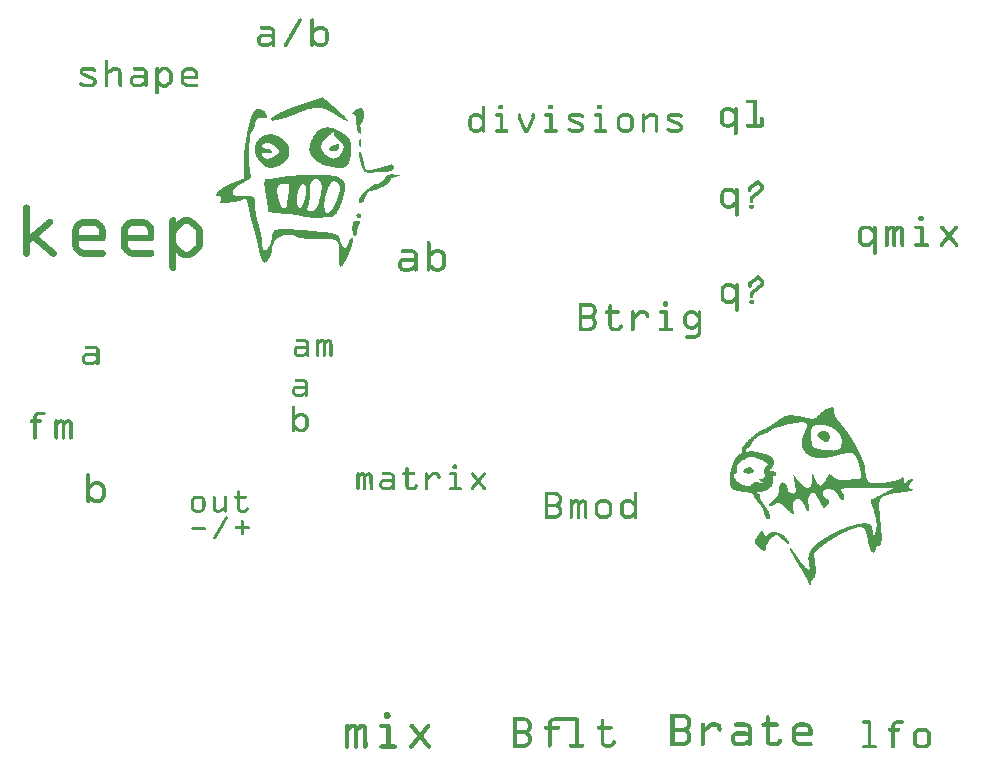
<source format=gto>
G04 MADE WITH FRITZING*
G04 WWW.FRITZING.ORG*
G04 DOUBLE SIDED*
G04 HOLES PLATED*
G04 CONTOUR ON CENTER OF CONTOUR VECTOR*
%ASAXBY*%
%FSLAX23Y23*%
%MOIN*%
%OFA0B0*%
%SFA1.0B1.0*%
%ADD10R,0.001000X0.001000*%
%LNSILK1*%
G90*
G70*
G54D10*
X1148Y2470D02*
X1151Y2470D01*
X1188Y2470D02*
X1191Y2470D01*
X1146Y2469D02*
X1152Y2469D01*
X1186Y2469D02*
X1193Y2469D01*
X1145Y2468D02*
X1153Y2468D01*
X1185Y2468D02*
X1194Y2468D01*
X1144Y2467D02*
X1154Y2467D01*
X1184Y2467D02*
X1194Y2467D01*
X1143Y2466D02*
X1155Y2466D01*
X1184Y2466D02*
X1195Y2466D01*
X1143Y2465D02*
X1155Y2465D01*
X1184Y2465D02*
X1195Y2465D01*
X1142Y2464D02*
X1155Y2464D01*
X1184Y2464D02*
X1195Y2464D01*
X1142Y2463D02*
X1155Y2463D01*
X1184Y2463D02*
X1195Y2463D01*
X1141Y2462D02*
X1154Y2462D01*
X1184Y2462D02*
X1195Y2462D01*
X1141Y2461D02*
X1154Y2461D01*
X1184Y2461D02*
X1195Y2461D01*
X1140Y2460D02*
X1153Y2460D01*
X1184Y2460D02*
X1195Y2460D01*
X1139Y2459D02*
X1153Y2459D01*
X1184Y2459D02*
X1195Y2459D01*
X1139Y2458D02*
X1152Y2458D01*
X1184Y2458D02*
X1195Y2458D01*
X1138Y2457D02*
X1152Y2457D01*
X1184Y2457D02*
X1195Y2457D01*
X1138Y2456D02*
X1151Y2456D01*
X1184Y2456D02*
X1195Y2456D01*
X1137Y2455D02*
X1151Y2455D01*
X1184Y2455D02*
X1195Y2455D01*
X1136Y2454D02*
X1150Y2454D01*
X1184Y2454D02*
X1195Y2454D01*
X1136Y2453D02*
X1149Y2453D01*
X1184Y2453D02*
X1195Y2453D01*
X1135Y2452D02*
X1149Y2452D01*
X1184Y2452D02*
X1195Y2452D01*
X1135Y2451D02*
X1148Y2451D01*
X1184Y2451D02*
X1195Y2451D01*
X1134Y2450D02*
X1148Y2450D01*
X1184Y2450D02*
X1195Y2450D01*
X1134Y2449D02*
X1147Y2449D01*
X1184Y2449D02*
X1195Y2449D01*
X1133Y2448D02*
X1146Y2448D01*
X1184Y2448D02*
X1195Y2448D01*
X1132Y2447D02*
X1146Y2447D01*
X1184Y2447D02*
X1195Y2447D01*
X1132Y2446D02*
X1145Y2446D01*
X1184Y2446D02*
X1195Y2446D01*
X1131Y2445D02*
X1145Y2445D01*
X1184Y2445D02*
X1195Y2445D01*
X1019Y2444D02*
X1050Y2444D01*
X1131Y2444D02*
X1144Y2444D01*
X1184Y2444D02*
X1195Y2444D01*
X1209Y2444D02*
X1224Y2444D01*
X1017Y2443D02*
X1053Y2443D01*
X1130Y2443D02*
X1144Y2443D01*
X1184Y2443D02*
X1195Y2443D01*
X1206Y2443D02*
X1227Y2443D01*
X1016Y2442D02*
X1055Y2442D01*
X1129Y2442D02*
X1143Y2442D01*
X1184Y2442D02*
X1195Y2442D01*
X1204Y2442D02*
X1230Y2442D01*
X1015Y2441D02*
X1057Y2441D01*
X1129Y2441D02*
X1142Y2441D01*
X1184Y2441D02*
X1195Y2441D01*
X1202Y2441D02*
X1231Y2441D01*
X1015Y2440D02*
X1059Y2440D01*
X1128Y2440D02*
X1142Y2440D01*
X1184Y2440D02*
X1195Y2440D01*
X1200Y2440D02*
X1233Y2440D01*
X1015Y2439D02*
X1060Y2439D01*
X1128Y2439D02*
X1141Y2439D01*
X1184Y2439D02*
X1195Y2439D01*
X1199Y2439D02*
X1234Y2439D01*
X1015Y2438D02*
X1061Y2438D01*
X1127Y2438D02*
X1141Y2438D01*
X1184Y2438D02*
X1195Y2438D01*
X1198Y2438D02*
X1235Y2438D01*
X1015Y2437D02*
X1062Y2437D01*
X1127Y2437D02*
X1140Y2437D01*
X1184Y2437D02*
X1195Y2437D01*
X1197Y2437D02*
X1237Y2437D01*
X1015Y2436D02*
X1063Y2436D01*
X1126Y2436D02*
X1139Y2436D01*
X1184Y2436D02*
X1237Y2436D01*
X1016Y2435D02*
X1064Y2435D01*
X1125Y2435D02*
X1139Y2435D01*
X1184Y2435D02*
X1238Y2435D01*
X1017Y2434D02*
X1064Y2434D01*
X1125Y2434D02*
X1138Y2434D01*
X1184Y2434D02*
X1239Y2434D01*
X1018Y2433D02*
X1065Y2433D01*
X1124Y2433D02*
X1138Y2433D01*
X1184Y2433D02*
X1240Y2433D01*
X1049Y2432D02*
X1065Y2432D01*
X1124Y2432D02*
X1137Y2432D01*
X1184Y2432D02*
X1241Y2432D01*
X1052Y2431D02*
X1065Y2431D01*
X1123Y2431D02*
X1136Y2431D01*
X1184Y2431D02*
X1209Y2431D01*
X1225Y2431D02*
X1241Y2431D01*
X1053Y2430D02*
X1066Y2430D01*
X1122Y2430D02*
X1136Y2430D01*
X1184Y2430D02*
X1207Y2430D01*
X1226Y2430D02*
X1242Y2430D01*
X1054Y2429D02*
X1066Y2429D01*
X1122Y2429D02*
X1135Y2429D01*
X1184Y2429D02*
X1206Y2429D01*
X1228Y2429D02*
X1242Y2429D01*
X1054Y2428D02*
X1066Y2428D01*
X1121Y2428D02*
X1135Y2428D01*
X1184Y2428D02*
X1205Y2428D01*
X1229Y2428D02*
X1243Y2428D01*
X1055Y2427D02*
X1066Y2427D01*
X1121Y2427D02*
X1134Y2427D01*
X1184Y2427D02*
X1204Y2427D01*
X1230Y2427D02*
X1243Y2427D01*
X1055Y2426D02*
X1066Y2426D01*
X1120Y2426D02*
X1134Y2426D01*
X1184Y2426D02*
X1203Y2426D01*
X1231Y2426D02*
X1243Y2426D01*
X1055Y2425D02*
X1066Y2425D01*
X1120Y2425D02*
X1133Y2425D01*
X1184Y2425D02*
X1201Y2425D01*
X1231Y2425D02*
X1243Y2425D01*
X1055Y2424D02*
X1066Y2424D01*
X1119Y2424D02*
X1132Y2424D01*
X1184Y2424D02*
X1200Y2424D01*
X1232Y2424D02*
X1244Y2424D01*
X1055Y2423D02*
X1066Y2423D01*
X1118Y2423D02*
X1132Y2423D01*
X1184Y2423D02*
X1199Y2423D01*
X1232Y2423D02*
X1244Y2423D01*
X1055Y2422D02*
X1066Y2422D01*
X1118Y2422D02*
X1131Y2422D01*
X1184Y2422D02*
X1198Y2422D01*
X1232Y2422D02*
X1244Y2422D01*
X1055Y2421D02*
X1066Y2421D01*
X1117Y2421D02*
X1131Y2421D01*
X1184Y2421D02*
X1197Y2421D01*
X1232Y2421D02*
X1244Y2421D01*
X1055Y2420D02*
X1066Y2420D01*
X1117Y2420D02*
X1130Y2420D01*
X1184Y2420D02*
X1196Y2420D01*
X1232Y2420D02*
X1244Y2420D01*
X1055Y2419D02*
X1066Y2419D01*
X1116Y2419D02*
X1129Y2419D01*
X1184Y2419D02*
X1195Y2419D01*
X1232Y2419D02*
X1244Y2419D01*
X1023Y2418D02*
X1049Y2418D01*
X1055Y2418D02*
X1066Y2418D01*
X1115Y2418D02*
X1129Y2418D01*
X1184Y2418D02*
X1195Y2418D01*
X1232Y2418D02*
X1244Y2418D01*
X1018Y2417D02*
X1066Y2417D01*
X1115Y2417D02*
X1128Y2417D01*
X1184Y2417D02*
X1195Y2417D01*
X1232Y2417D02*
X1244Y2417D01*
X1016Y2416D02*
X1066Y2416D01*
X1114Y2416D02*
X1128Y2416D01*
X1184Y2416D02*
X1195Y2416D01*
X1232Y2416D02*
X1244Y2416D01*
X1014Y2415D02*
X1066Y2415D01*
X1114Y2415D02*
X1127Y2415D01*
X1184Y2415D02*
X1195Y2415D01*
X1232Y2415D02*
X1244Y2415D01*
X1013Y2414D02*
X1066Y2414D01*
X1113Y2414D02*
X1127Y2414D01*
X1184Y2414D02*
X1195Y2414D01*
X1232Y2414D02*
X1244Y2414D01*
X1012Y2413D02*
X1066Y2413D01*
X1112Y2413D02*
X1126Y2413D01*
X1184Y2413D02*
X1195Y2413D01*
X1232Y2413D02*
X1244Y2413D01*
X1011Y2412D02*
X1066Y2412D01*
X1112Y2412D02*
X1125Y2412D01*
X1184Y2412D02*
X1195Y2412D01*
X1232Y2412D02*
X1244Y2412D01*
X1010Y2411D02*
X1066Y2411D01*
X1111Y2411D02*
X1125Y2411D01*
X1184Y2411D02*
X1195Y2411D01*
X1232Y2411D02*
X1244Y2411D01*
X1009Y2410D02*
X1066Y2410D01*
X1111Y2410D02*
X1124Y2410D01*
X1184Y2410D02*
X1195Y2410D01*
X1232Y2410D02*
X1244Y2410D01*
X1009Y2409D02*
X1066Y2409D01*
X1110Y2409D02*
X1124Y2409D01*
X1184Y2409D02*
X1195Y2409D01*
X1232Y2409D02*
X1244Y2409D01*
X1008Y2408D02*
X1066Y2408D01*
X1110Y2408D02*
X1123Y2408D01*
X1184Y2408D02*
X1195Y2408D01*
X1232Y2408D02*
X1244Y2408D01*
X1008Y2407D02*
X1066Y2407D01*
X1109Y2407D02*
X1122Y2407D01*
X1184Y2407D02*
X1195Y2407D01*
X1232Y2407D02*
X1244Y2407D01*
X1007Y2406D02*
X1021Y2406D01*
X1051Y2406D02*
X1066Y2406D01*
X1108Y2406D02*
X1122Y2406D01*
X1184Y2406D02*
X1195Y2406D01*
X1232Y2406D02*
X1244Y2406D01*
X1007Y2405D02*
X1019Y2405D01*
X1052Y2405D02*
X1066Y2405D01*
X1108Y2405D02*
X1121Y2405D01*
X1184Y2405D02*
X1195Y2405D01*
X1232Y2405D02*
X1244Y2405D01*
X1007Y2404D02*
X1018Y2404D01*
X1053Y2404D02*
X1066Y2404D01*
X1107Y2404D02*
X1121Y2404D01*
X1184Y2404D02*
X1195Y2404D01*
X1232Y2404D02*
X1244Y2404D01*
X1006Y2403D02*
X1018Y2403D01*
X1054Y2403D02*
X1066Y2403D01*
X1107Y2403D02*
X1120Y2403D01*
X1184Y2403D02*
X1195Y2403D01*
X1232Y2403D02*
X1244Y2403D01*
X1006Y2402D02*
X1017Y2402D01*
X1055Y2402D02*
X1066Y2402D01*
X1106Y2402D02*
X1120Y2402D01*
X1184Y2402D02*
X1195Y2402D01*
X1232Y2402D02*
X1244Y2402D01*
X1006Y2401D02*
X1017Y2401D01*
X1055Y2401D02*
X1066Y2401D01*
X1105Y2401D02*
X1119Y2401D01*
X1184Y2401D02*
X1195Y2401D01*
X1232Y2401D02*
X1244Y2401D01*
X1006Y2400D02*
X1017Y2400D01*
X1055Y2400D02*
X1066Y2400D01*
X1105Y2400D02*
X1118Y2400D01*
X1184Y2400D02*
X1195Y2400D01*
X1232Y2400D02*
X1244Y2400D01*
X1006Y2399D02*
X1017Y2399D01*
X1055Y2399D02*
X1066Y2399D01*
X1104Y2399D02*
X1118Y2399D01*
X1184Y2399D02*
X1196Y2399D01*
X1232Y2399D02*
X1244Y2399D01*
X1006Y2398D02*
X1017Y2398D01*
X1055Y2398D02*
X1066Y2398D01*
X1104Y2398D02*
X1117Y2398D01*
X1184Y2398D02*
X1197Y2398D01*
X1232Y2398D02*
X1244Y2398D01*
X1006Y2397D02*
X1017Y2397D01*
X1055Y2397D02*
X1066Y2397D01*
X1103Y2397D02*
X1117Y2397D01*
X1184Y2397D02*
X1198Y2397D01*
X1232Y2397D02*
X1244Y2397D01*
X1006Y2396D02*
X1017Y2396D01*
X1055Y2396D02*
X1066Y2396D01*
X1103Y2396D02*
X1116Y2396D01*
X1184Y2396D02*
X1199Y2396D01*
X1232Y2396D02*
X1244Y2396D01*
X1006Y2395D02*
X1017Y2395D01*
X1055Y2395D02*
X1066Y2395D01*
X1102Y2395D02*
X1115Y2395D01*
X1184Y2395D02*
X1200Y2395D01*
X1232Y2395D02*
X1244Y2395D01*
X1006Y2394D02*
X1017Y2394D01*
X1054Y2394D02*
X1066Y2394D01*
X1101Y2394D02*
X1115Y2394D01*
X1184Y2394D02*
X1201Y2394D01*
X1231Y2394D02*
X1244Y2394D01*
X1006Y2393D02*
X1017Y2393D01*
X1052Y2393D02*
X1066Y2393D01*
X1101Y2393D02*
X1114Y2393D01*
X1184Y2393D02*
X1202Y2393D01*
X1231Y2393D02*
X1243Y2393D01*
X1006Y2392D02*
X1017Y2392D01*
X1051Y2392D02*
X1066Y2392D01*
X1100Y2392D02*
X1114Y2392D01*
X1184Y2392D02*
X1204Y2392D01*
X1230Y2392D02*
X1243Y2392D01*
X1006Y2391D02*
X1017Y2391D01*
X1049Y2391D02*
X1066Y2391D01*
X1100Y2391D02*
X1113Y2391D01*
X1184Y2391D02*
X1205Y2391D01*
X1229Y2391D02*
X1243Y2391D01*
X1006Y2390D02*
X1017Y2390D01*
X1047Y2390D02*
X1066Y2390D01*
X1099Y2390D02*
X1113Y2390D01*
X1184Y2390D02*
X1206Y2390D01*
X1228Y2390D02*
X1242Y2390D01*
X1007Y2389D02*
X1018Y2389D01*
X1046Y2389D02*
X1066Y2389D01*
X1098Y2389D02*
X1112Y2389D01*
X1184Y2389D02*
X1207Y2389D01*
X1227Y2389D02*
X1242Y2389D01*
X1007Y2388D02*
X1019Y2388D01*
X1044Y2388D02*
X1066Y2388D01*
X1098Y2388D02*
X1111Y2388D01*
X1184Y2388D02*
X1208Y2388D01*
X1225Y2388D02*
X1241Y2388D01*
X1007Y2387D02*
X1020Y2387D01*
X1043Y2387D02*
X1066Y2387D01*
X1097Y2387D02*
X1111Y2387D01*
X1184Y2387D02*
X1241Y2387D01*
X1008Y2386D02*
X1066Y2386D01*
X1097Y2386D02*
X1110Y2386D01*
X1184Y2386D02*
X1240Y2386D01*
X1008Y2385D02*
X1066Y2385D01*
X1096Y2385D02*
X1110Y2385D01*
X1184Y2385D02*
X1239Y2385D01*
X1009Y2384D02*
X1066Y2384D01*
X1096Y2384D02*
X1109Y2384D01*
X1184Y2384D02*
X1238Y2384D01*
X1009Y2383D02*
X1066Y2383D01*
X1095Y2383D02*
X1108Y2383D01*
X1184Y2383D02*
X1237Y2383D01*
X1010Y2382D02*
X1066Y2382D01*
X1095Y2382D02*
X1108Y2382D01*
X1184Y2382D02*
X1195Y2382D01*
X1197Y2382D02*
X1236Y2382D01*
X1011Y2381D02*
X1066Y2381D01*
X1095Y2381D02*
X1107Y2381D01*
X1184Y2381D02*
X1195Y2381D01*
X1198Y2381D02*
X1235Y2381D01*
X1012Y2380D02*
X1053Y2380D01*
X1055Y2380D02*
X1066Y2380D01*
X1095Y2380D02*
X1107Y2380D01*
X1184Y2380D02*
X1195Y2380D01*
X1199Y2380D02*
X1234Y2380D01*
X1013Y2379D02*
X1051Y2379D01*
X1055Y2379D02*
X1066Y2379D01*
X1095Y2379D02*
X1106Y2379D01*
X1184Y2379D02*
X1195Y2379D01*
X1201Y2379D02*
X1233Y2379D01*
X1014Y2378D02*
X1050Y2378D01*
X1056Y2378D02*
X1066Y2378D01*
X1096Y2378D02*
X1105Y2378D01*
X1184Y2378D02*
X1194Y2378D01*
X1202Y2378D02*
X1231Y2378D01*
X1016Y2377D02*
X1048Y2377D01*
X1056Y2377D02*
X1065Y2377D01*
X1096Y2377D02*
X1105Y2377D01*
X1185Y2377D02*
X1194Y2377D01*
X1204Y2377D02*
X1230Y2377D01*
X1018Y2376D02*
X1046Y2376D01*
X1057Y2376D02*
X1064Y2376D01*
X1097Y2376D02*
X1104Y2376D01*
X1186Y2376D02*
X1193Y2376D01*
X1206Y2376D02*
X1228Y2376D01*
X1021Y2375D02*
X1044Y2375D01*
X1059Y2375D02*
X1062Y2375D01*
X1099Y2375D02*
X1102Y2375D01*
X1188Y2375D02*
X1191Y2375D01*
X1209Y2375D02*
X1225Y2375D01*
X501Y2331D02*
X506Y2331D01*
X500Y2330D02*
X507Y2330D01*
X499Y2329D02*
X508Y2329D01*
X498Y2328D02*
X508Y2328D01*
X498Y2327D02*
X509Y2327D01*
X498Y2326D02*
X509Y2326D01*
X498Y2325D02*
X509Y2325D01*
X498Y2324D02*
X509Y2324D01*
X498Y2323D02*
X509Y2323D01*
X498Y2322D02*
X509Y2322D01*
X498Y2321D02*
X509Y2321D01*
X498Y2320D02*
X509Y2320D01*
X498Y2319D02*
X509Y2319D01*
X498Y2318D02*
X509Y2318D01*
X498Y2317D02*
X509Y2317D01*
X498Y2316D02*
X509Y2316D01*
X498Y2315D02*
X509Y2315D01*
X498Y2314D02*
X509Y2314D01*
X498Y2313D02*
X509Y2313D01*
X498Y2312D02*
X509Y2312D01*
X498Y2311D02*
X509Y2311D01*
X498Y2310D02*
X509Y2310D01*
X498Y2309D02*
X509Y2309D01*
X670Y2309D02*
X675Y2309D01*
X691Y2309D02*
X702Y2309D01*
X498Y2308D02*
X509Y2308D01*
X669Y2308D02*
X676Y2308D01*
X688Y2308D02*
X704Y2308D01*
X428Y2307D02*
X456Y2307D01*
X498Y2307D02*
X509Y2307D01*
X528Y2307D02*
X539Y2307D01*
X595Y2307D02*
X623Y2307D01*
X668Y2307D02*
X677Y2307D01*
X686Y2307D02*
X706Y2307D01*
X771Y2307D02*
X790Y2307D01*
X424Y2306D02*
X460Y2306D01*
X498Y2306D02*
X509Y2306D01*
X524Y2306D02*
X543Y2306D01*
X593Y2306D02*
X627Y2306D01*
X668Y2306D02*
X677Y2306D01*
X685Y2306D02*
X707Y2306D01*
X768Y2306D02*
X793Y2306D01*
X422Y2305D02*
X462Y2305D01*
X498Y2305D02*
X509Y2305D01*
X522Y2305D02*
X545Y2305D01*
X592Y2305D02*
X630Y2305D01*
X667Y2305D02*
X678Y2305D01*
X684Y2305D02*
X709Y2305D01*
X766Y2305D02*
X796Y2305D01*
X421Y2304D02*
X464Y2304D01*
X498Y2304D02*
X509Y2304D01*
X520Y2304D02*
X546Y2304D01*
X592Y2304D02*
X631Y2304D01*
X667Y2304D02*
X678Y2304D01*
X682Y2304D02*
X710Y2304D01*
X764Y2304D02*
X797Y2304D01*
X419Y2303D02*
X465Y2303D01*
X498Y2303D02*
X509Y2303D01*
X519Y2303D02*
X548Y2303D01*
X591Y2303D02*
X633Y2303D01*
X667Y2303D02*
X678Y2303D01*
X681Y2303D02*
X711Y2303D01*
X762Y2303D02*
X799Y2303D01*
X418Y2302D02*
X467Y2302D01*
X498Y2302D02*
X509Y2302D01*
X517Y2302D02*
X549Y2302D01*
X591Y2302D02*
X634Y2302D01*
X667Y2302D02*
X678Y2302D01*
X680Y2302D02*
X712Y2302D01*
X761Y2302D02*
X800Y2302D01*
X418Y2301D02*
X468Y2301D01*
X498Y2301D02*
X509Y2301D01*
X516Y2301D02*
X550Y2301D01*
X591Y2301D02*
X635Y2301D01*
X667Y2301D02*
X713Y2301D01*
X760Y2301D02*
X802Y2301D01*
X417Y2300D02*
X468Y2300D01*
X498Y2300D02*
X509Y2300D01*
X514Y2300D02*
X550Y2300D01*
X591Y2300D02*
X636Y2300D01*
X667Y2300D02*
X715Y2300D01*
X759Y2300D02*
X803Y2300D01*
X416Y2299D02*
X469Y2299D01*
X498Y2299D02*
X509Y2299D01*
X513Y2299D02*
X551Y2299D01*
X591Y2299D02*
X637Y2299D01*
X667Y2299D02*
X716Y2299D01*
X758Y2299D02*
X803Y2299D01*
X416Y2298D02*
X469Y2298D01*
X498Y2298D02*
X509Y2298D01*
X511Y2298D02*
X552Y2298D01*
X592Y2298D02*
X638Y2298D01*
X667Y2298D02*
X717Y2298D01*
X757Y2298D02*
X804Y2298D01*
X416Y2297D02*
X469Y2297D01*
X498Y2297D02*
X552Y2297D01*
X593Y2297D02*
X638Y2297D01*
X667Y2297D02*
X691Y2297D01*
X701Y2297D02*
X718Y2297D01*
X756Y2297D02*
X805Y2297D01*
X415Y2296D02*
X469Y2296D01*
X498Y2296D02*
X553Y2296D01*
X595Y2296D02*
X639Y2296D01*
X667Y2296D02*
X690Y2296D01*
X702Y2296D02*
X719Y2296D01*
X755Y2296D02*
X806Y2296D01*
X415Y2295D02*
X427Y2295D01*
X457Y2295D02*
X469Y2295D01*
X498Y2295D02*
X527Y2295D01*
X539Y2295D02*
X553Y2295D01*
X626Y2295D02*
X639Y2295D01*
X667Y2295D02*
X689Y2295D01*
X703Y2295D02*
X720Y2295D01*
X755Y2295D02*
X771Y2295D01*
X790Y2295D02*
X806Y2295D01*
X415Y2294D02*
X426Y2294D01*
X458Y2294D02*
X469Y2294D01*
X498Y2294D02*
X526Y2294D01*
X541Y2294D02*
X553Y2294D01*
X627Y2294D02*
X639Y2294D01*
X667Y2294D02*
X688Y2294D01*
X704Y2294D02*
X721Y2294D01*
X754Y2294D02*
X769Y2294D01*
X793Y2294D02*
X807Y2294D01*
X415Y2293D02*
X426Y2293D01*
X460Y2293D02*
X468Y2293D01*
X498Y2293D02*
X524Y2293D01*
X542Y2293D02*
X553Y2293D01*
X628Y2293D02*
X640Y2293D01*
X667Y2293D02*
X687Y2293D01*
X705Y2293D02*
X721Y2293D01*
X754Y2293D02*
X768Y2293D01*
X794Y2293D02*
X808Y2293D01*
X415Y2292D02*
X425Y2292D01*
X461Y2292D02*
X467Y2292D01*
X498Y2292D02*
X523Y2292D01*
X542Y2292D02*
X554Y2292D01*
X629Y2292D02*
X640Y2292D01*
X667Y2292D02*
X686Y2292D01*
X707Y2292D02*
X722Y2292D01*
X753Y2292D02*
X766Y2292D01*
X795Y2292D02*
X808Y2292D01*
X415Y2291D02*
X426Y2291D01*
X462Y2291D02*
X466Y2291D01*
X498Y2291D02*
X521Y2291D01*
X543Y2291D02*
X554Y2291D01*
X629Y2291D02*
X640Y2291D01*
X667Y2291D02*
X685Y2291D01*
X708Y2291D02*
X723Y2291D01*
X753Y2291D02*
X765Y2291D01*
X796Y2291D02*
X808Y2291D01*
X415Y2290D02*
X426Y2290D01*
X498Y2290D02*
X520Y2290D01*
X543Y2290D02*
X554Y2290D01*
X629Y2290D02*
X640Y2290D01*
X667Y2290D02*
X684Y2290D01*
X709Y2290D02*
X723Y2290D01*
X753Y2290D02*
X764Y2290D01*
X797Y2290D02*
X809Y2290D01*
X415Y2289D02*
X428Y2289D01*
X498Y2289D02*
X518Y2289D01*
X543Y2289D02*
X554Y2289D01*
X629Y2289D02*
X640Y2289D01*
X667Y2289D02*
X683Y2289D01*
X710Y2289D02*
X724Y2289D01*
X752Y2289D02*
X764Y2289D01*
X798Y2289D02*
X809Y2289D01*
X415Y2288D02*
X430Y2288D01*
X498Y2288D02*
X516Y2288D01*
X543Y2288D02*
X554Y2288D01*
X629Y2288D02*
X640Y2288D01*
X667Y2288D02*
X682Y2288D01*
X711Y2288D02*
X724Y2288D01*
X752Y2288D02*
X763Y2288D01*
X798Y2288D02*
X809Y2288D01*
X416Y2287D02*
X432Y2287D01*
X498Y2287D02*
X515Y2287D01*
X543Y2287D02*
X554Y2287D01*
X629Y2287D02*
X640Y2287D01*
X667Y2287D02*
X681Y2287D01*
X712Y2287D02*
X724Y2287D01*
X752Y2287D02*
X763Y2287D01*
X798Y2287D02*
X809Y2287D01*
X416Y2286D02*
X435Y2286D01*
X498Y2286D02*
X513Y2286D01*
X543Y2286D02*
X554Y2286D01*
X629Y2286D02*
X640Y2286D01*
X667Y2286D02*
X680Y2286D01*
X713Y2286D02*
X724Y2286D01*
X752Y2286D02*
X763Y2286D01*
X798Y2286D02*
X809Y2286D01*
X417Y2285D02*
X437Y2285D01*
X498Y2285D02*
X512Y2285D01*
X543Y2285D02*
X554Y2285D01*
X629Y2285D02*
X640Y2285D01*
X667Y2285D02*
X679Y2285D01*
X713Y2285D02*
X724Y2285D01*
X752Y2285D02*
X763Y2285D01*
X798Y2285D02*
X809Y2285D01*
X417Y2284D02*
X439Y2284D01*
X498Y2284D02*
X510Y2284D01*
X543Y2284D02*
X554Y2284D01*
X629Y2284D02*
X640Y2284D01*
X667Y2284D02*
X679Y2284D01*
X714Y2284D02*
X724Y2284D01*
X752Y2284D02*
X763Y2284D01*
X798Y2284D02*
X809Y2284D01*
X418Y2283D02*
X442Y2283D01*
X498Y2283D02*
X509Y2283D01*
X543Y2283D02*
X554Y2283D01*
X629Y2283D02*
X640Y2283D01*
X667Y2283D02*
X678Y2283D01*
X714Y2283D02*
X724Y2283D01*
X752Y2283D02*
X763Y2283D01*
X798Y2283D02*
X809Y2283D01*
X419Y2282D02*
X444Y2282D01*
X498Y2282D02*
X509Y2282D01*
X543Y2282D02*
X554Y2282D01*
X597Y2282D02*
X625Y2282D01*
X629Y2282D02*
X640Y2282D01*
X667Y2282D02*
X678Y2282D01*
X714Y2282D02*
X724Y2282D01*
X752Y2282D02*
X763Y2282D01*
X798Y2282D02*
X809Y2282D01*
X420Y2281D02*
X446Y2281D01*
X498Y2281D02*
X509Y2281D01*
X543Y2281D02*
X554Y2281D01*
X594Y2281D02*
X640Y2281D01*
X667Y2281D02*
X678Y2281D01*
X714Y2281D02*
X724Y2281D01*
X752Y2281D02*
X763Y2281D01*
X798Y2281D02*
X809Y2281D01*
X421Y2280D02*
X449Y2280D01*
X498Y2280D02*
X509Y2280D01*
X543Y2280D02*
X554Y2280D01*
X592Y2280D02*
X640Y2280D01*
X667Y2280D02*
X678Y2280D01*
X714Y2280D02*
X724Y2280D01*
X752Y2280D02*
X763Y2280D01*
X798Y2280D02*
X809Y2280D01*
X423Y2279D02*
X451Y2279D01*
X498Y2279D02*
X509Y2279D01*
X543Y2279D02*
X554Y2279D01*
X590Y2279D02*
X640Y2279D01*
X667Y2279D02*
X678Y2279D01*
X714Y2279D02*
X724Y2279D01*
X752Y2279D02*
X809Y2279D01*
X425Y2278D02*
X453Y2278D01*
X498Y2278D02*
X509Y2278D01*
X543Y2278D02*
X554Y2278D01*
X589Y2278D02*
X640Y2278D01*
X667Y2278D02*
X678Y2278D01*
X714Y2278D02*
X724Y2278D01*
X752Y2278D02*
X809Y2278D01*
X427Y2277D02*
X456Y2277D01*
X498Y2277D02*
X509Y2277D01*
X543Y2277D02*
X554Y2277D01*
X588Y2277D02*
X640Y2277D01*
X667Y2277D02*
X678Y2277D01*
X714Y2277D02*
X724Y2277D01*
X752Y2277D02*
X809Y2277D01*
X429Y2276D02*
X458Y2276D01*
X498Y2276D02*
X509Y2276D01*
X543Y2276D02*
X554Y2276D01*
X587Y2276D02*
X640Y2276D01*
X667Y2276D02*
X678Y2276D01*
X714Y2276D02*
X724Y2276D01*
X752Y2276D02*
X809Y2276D01*
X432Y2275D02*
X460Y2275D01*
X498Y2275D02*
X509Y2275D01*
X543Y2275D02*
X554Y2275D01*
X586Y2275D02*
X640Y2275D01*
X667Y2275D02*
X678Y2275D01*
X714Y2275D02*
X724Y2275D01*
X752Y2275D02*
X809Y2275D01*
X434Y2274D02*
X462Y2274D01*
X498Y2274D02*
X509Y2274D01*
X544Y2274D02*
X554Y2274D01*
X585Y2274D02*
X640Y2274D01*
X667Y2274D02*
X678Y2274D01*
X714Y2274D02*
X724Y2274D01*
X752Y2274D02*
X809Y2274D01*
X436Y2273D02*
X463Y2273D01*
X498Y2273D02*
X509Y2273D01*
X544Y2273D02*
X554Y2273D01*
X585Y2273D02*
X640Y2273D01*
X667Y2273D02*
X678Y2273D01*
X714Y2273D02*
X724Y2273D01*
X752Y2273D02*
X809Y2273D01*
X438Y2272D02*
X465Y2272D01*
X498Y2272D02*
X509Y2272D01*
X544Y2272D02*
X554Y2272D01*
X584Y2272D02*
X640Y2272D01*
X667Y2272D02*
X678Y2272D01*
X714Y2272D02*
X724Y2272D01*
X752Y2272D02*
X809Y2272D01*
X441Y2271D02*
X466Y2271D01*
X498Y2271D02*
X509Y2271D01*
X544Y2271D02*
X554Y2271D01*
X584Y2271D02*
X598Y2271D01*
X624Y2271D02*
X640Y2271D01*
X667Y2271D02*
X678Y2271D01*
X714Y2271D02*
X724Y2271D01*
X752Y2271D02*
X808Y2271D01*
X443Y2270D02*
X467Y2270D01*
X498Y2270D02*
X509Y2270D01*
X544Y2270D02*
X554Y2270D01*
X584Y2270D02*
X596Y2270D01*
X626Y2270D02*
X640Y2270D01*
X667Y2270D02*
X678Y2270D01*
X714Y2270D02*
X724Y2270D01*
X752Y2270D02*
X808Y2270D01*
X445Y2269D02*
X467Y2269D01*
X498Y2269D02*
X509Y2269D01*
X544Y2269D02*
X554Y2269D01*
X583Y2269D02*
X594Y2269D01*
X628Y2269D02*
X640Y2269D01*
X667Y2269D02*
X678Y2269D01*
X714Y2269D02*
X724Y2269D01*
X752Y2269D02*
X807Y2269D01*
X448Y2268D02*
X468Y2268D01*
X498Y2268D02*
X509Y2268D01*
X544Y2268D02*
X554Y2268D01*
X583Y2268D02*
X594Y2268D01*
X628Y2268D02*
X640Y2268D01*
X667Y2268D02*
X678Y2268D01*
X714Y2268D02*
X724Y2268D01*
X752Y2268D02*
X804Y2268D01*
X450Y2267D02*
X468Y2267D01*
X498Y2267D02*
X509Y2267D01*
X544Y2267D02*
X555Y2267D01*
X583Y2267D02*
X593Y2267D01*
X629Y2267D02*
X640Y2267D01*
X667Y2267D02*
X678Y2267D01*
X714Y2267D02*
X724Y2267D01*
X752Y2267D02*
X763Y2267D01*
X452Y2266D02*
X469Y2266D01*
X498Y2266D02*
X509Y2266D01*
X544Y2266D02*
X555Y2266D01*
X583Y2266D02*
X593Y2266D01*
X629Y2266D02*
X640Y2266D01*
X667Y2266D02*
X678Y2266D01*
X714Y2266D02*
X724Y2266D01*
X752Y2266D02*
X763Y2266D01*
X455Y2265D02*
X469Y2265D01*
X498Y2265D02*
X509Y2265D01*
X544Y2265D02*
X555Y2265D01*
X583Y2265D02*
X593Y2265D01*
X629Y2265D02*
X640Y2265D01*
X667Y2265D02*
X678Y2265D01*
X714Y2265D02*
X724Y2265D01*
X752Y2265D02*
X763Y2265D01*
X457Y2264D02*
X470Y2264D01*
X498Y2264D02*
X509Y2264D01*
X544Y2264D02*
X555Y2264D01*
X583Y2264D02*
X593Y2264D01*
X629Y2264D02*
X640Y2264D01*
X667Y2264D02*
X678Y2264D01*
X714Y2264D02*
X724Y2264D01*
X752Y2264D02*
X763Y2264D01*
X458Y2263D02*
X470Y2263D01*
X498Y2263D02*
X509Y2263D01*
X544Y2263D02*
X555Y2263D01*
X583Y2263D02*
X593Y2263D01*
X629Y2263D02*
X640Y2263D01*
X667Y2263D02*
X679Y2263D01*
X713Y2263D02*
X724Y2263D01*
X752Y2263D02*
X763Y2263D01*
X459Y2262D02*
X470Y2262D01*
X498Y2262D02*
X509Y2262D01*
X544Y2262D02*
X555Y2262D01*
X583Y2262D02*
X593Y2262D01*
X629Y2262D02*
X640Y2262D01*
X667Y2262D02*
X680Y2262D01*
X713Y2262D02*
X724Y2262D01*
X752Y2262D02*
X763Y2262D01*
X459Y2261D02*
X470Y2261D01*
X498Y2261D02*
X509Y2261D01*
X544Y2261D02*
X555Y2261D01*
X583Y2261D02*
X593Y2261D01*
X629Y2261D02*
X640Y2261D01*
X667Y2261D02*
X681Y2261D01*
X712Y2261D02*
X724Y2261D01*
X752Y2261D02*
X763Y2261D01*
X459Y2260D02*
X470Y2260D01*
X498Y2260D02*
X509Y2260D01*
X544Y2260D02*
X555Y2260D01*
X583Y2260D02*
X593Y2260D01*
X629Y2260D02*
X640Y2260D01*
X667Y2260D02*
X682Y2260D01*
X711Y2260D02*
X724Y2260D01*
X752Y2260D02*
X763Y2260D01*
X459Y2259D02*
X471Y2259D01*
X498Y2259D02*
X509Y2259D01*
X544Y2259D02*
X555Y2259D01*
X583Y2259D02*
X593Y2259D01*
X628Y2259D02*
X640Y2259D01*
X667Y2259D02*
X683Y2259D01*
X710Y2259D02*
X724Y2259D01*
X752Y2259D02*
X764Y2259D01*
X459Y2258D02*
X470Y2258D01*
X498Y2258D02*
X509Y2258D01*
X544Y2258D02*
X555Y2258D01*
X583Y2258D02*
X593Y2258D01*
X626Y2258D02*
X640Y2258D01*
X667Y2258D02*
X684Y2258D01*
X709Y2258D02*
X723Y2258D01*
X752Y2258D02*
X764Y2258D01*
X417Y2257D02*
X420Y2257D01*
X459Y2257D02*
X470Y2257D01*
X498Y2257D02*
X509Y2257D01*
X544Y2257D02*
X555Y2257D01*
X583Y2257D02*
X593Y2257D01*
X625Y2257D02*
X640Y2257D01*
X667Y2257D02*
X685Y2257D01*
X708Y2257D02*
X723Y2257D01*
X753Y2257D02*
X765Y2257D01*
X415Y2256D02*
X422Y2256D01*
X459Y2256D02*
X470Y2256D01*
X498Y2256D02*
X509Y2256D01*
X544Y2256D02*
X555Y2256D01*
X583Y2256D02*
X593Y2256D01*
X623Y2256D02*
X640Y2256D01*
X667Y2256D02*
X686Y2256D01*
X707Y2256D02*
X722Y2256D01*
X753Y2256D02*
X766Y2256D01*
X415Y2255D02*
X424Y2255D01*
X458Y2255D02*
X470Y2255D01*
X498Y2255D02*
X509Y2255D01*
X544Y2255D02*
X555Y2255D01*
X583Y2255D02*
X594Y2255D01*
X621Y2255D02*
X640Y2255D01*
X667Y2255D02*
X687Y2255D01*
X706Y2255D02*
X722Y2255D01*
X753Y2255D02*
X768Y2255D01*
X414Y2254D02*
X425Y2254D01*
X457Y2254D02*
X470Y2254D01*
X498Y2254D02*
X509Y2254D01*
X544Y2254D02*
X555Y2254D01*
X583Y2254D02*
X594Y2254D01*
X620Y2254D02*
X640Y2254D01*
X667Y2254D02*
X688Y2254D01*
X704Y2254D02*
X721Y2254D01*
X754Y2254D02*
X769Y2254D01*
X414Y2253D02*
X427Y2253D01*
X456Y2253D02*
X470Y2253D01*
X498Y2253D02*
X509Y2253D01*
X544Y2253D02*
X555Y2253D01*
X584Y2253D02*
X595Y2253D01*
X618Y2253D02*
X640Y2253D01*
X667Y2253D02*
X689Y2253D01*
X703Y2253D02*
X720Y2253D01*
X754Y2253D02*
X771Y2253D01*
X413Y2252D02*
X469Y2252D01*
X498Y2252D02*
X509Y2252D01*
X544Y2252D02*
X555Y2252D01*
X584Y2252D02*
X597Y2252D01*
X617Y2252D02*
X640Y2252D01*
X667Y2252D02*
X690Y2252D01*
X702Y2252D02*
X719Y2252D01*
X755Y2252D02*
X806Y2252D01*
X413Y2251D02*
X469Y2251D01*
X498Y2251D02*
X509Y2251D01*
X544Y2251D02*
X555Y2251D01*
X584Y2251D02*
X640Y2251D01*
X667Y2251D02*
X691Y2251D01*
X701Y2251D02*
X718Y2251D01*
X756Y2251D02*
X807Y2251D01*
X414Y2250D02*
X468Y2250D01*
X498Y2250D02*
X509Y2250D01*
X544Y2250D02*
X555Y2250D01*
X585Y2250D02*
X640Y2250D01*
X667Y2250D02*
X717Y2250D01*
X757Y2250D02*
X808Y2250D01*
X414Y2249D02*
X468Y2249D01*
X498Y2249D02*
X509Y2249D01*
X544Y2249D02*
X555Y2249D01*
X585Y2249D02*
X640Y2249D01*
X667Y2249D02*
X716Y2249D01*
X758Y2249D02*
X809Y2249D01*
X415Y2248D02*
X467Y2248D01*
X498Y2248D02*
X509Y2248D01*
X544Y2248D02*
X555Y2248D01*
X586Y2248D02*
X640Y2248D01*
X667Y2248D02*
X715Y2248D01*
X759Y2248D02*
X809Y2248D01*
X415Y2247D02*
X466Y2247D01*
X498Y2247D02*
X509Y2247D01*
X544Y2247D02*
X555Y2247D01*
X587Y2247D02*
X640Y2247D01*
X667Y2247D02*
X714Y2247D01*
X760Y2247D02*
X809Y2247D01*
X417Y2246D02*
X465Y2246D01*
X498Y2246D02*
X509Y2246D01*
X545Y2246D02*
X555Y2246D01*
X588Y2246D02*
X627Y2246D01*
X629Y2246D02*
X640Y2246D01*
X667Y2246D02*
X678Y2246D01*
X680Y2246D02*
X713Y2246D01*
X761Y2246D02*
X809Y2246D01*
X418Y2245D02*
X464Y2245D01*
X498Y2245D02*
X509Y2245D01*
X545Y2245D02*
X555Y2245D01*
X589Y2245D02*
X626Y2245D01*
X630Y2245D02*
X640Y2245D01*
X667Y2245D02*
X678Y2245D01*
X681Y2245D02*
X711Y2245D01*
X762Y2245D02*
X809Y2245D01*
X420Y2244D02*
X463Y2244D01*
X499Y2244D02*
X508Y2244D01*
X545Y2244D02*
X554Y2244D01*
X590Y2244D02*
X624Y2244D01*
X630Y2244D02*
X639Y2244D01*
X667Y2244D02*
X678Y2244D01*
X682Y2244D02*
X710Y2244D01*
X764Y2244D02*
X809Y2244D01*
X422Y2243D02*
X461Y2243D01*
X499Y2243D02*
X507Y2243D01*
X546Y2243D02*
X554Y2243D01*
X592Y2243D02*
X622Y2243D01*
X631Y2243D02*
X639Y2243D01*
X667Y2243D02*
X678Y2243D01*
X683Y2243D02*
X709Y2243D01*
X765Y2243D02*
X808Y2243D01*
X425Y2242D02*
X459Y2242D01*
X500Y2242D02*
X506Y2242D01*
X547Y2242D02*
X553Y2242D01*
X594Y2242D02*
X621Y2242D01*
X632Y2242D02*
X638Y2242D01*
X667Y2242D02*
X678Y2242D01*
X685Y2242D02*
X708Y2242D01*
X767Y2242D02*
X807Y2242D01*
X429Y2241D02*
X455Y2241D01*
X502Y2241D02*
X505Y2241D01*
X549Y2241D02*
X551Y2241D01*
X598Y2241D02*
X618Y2241D01*
X633Y2241D02*
X636Y2241D01*
X667Y2241D02*
X678Y2241D01*
X686Y2241D02*
X706Y2241D01*
X771Y2241D02*
X805Y2241D01*
X667Y2240D02*
X678Y2240D01*
X688Y2240D02*
X704Y2240D01*
X667Y2239D02*
X678Y2239D01*
X690Y2239D02*
X701Y2239D01*
X667Y2238D02*
X678Y2238D01*
X667Y2237D02*
X678Y2237D01*
X667Y2236D02*
X678Y2236D01*
X667Y2235D02*
X678Y2235D01*
X667Y2234D02*
X678Y2234D01*
X667Y2233D02*
X678Y2233D01*
X667Y2232D02*
X678Y2232D01*
X667Y2231D02*
X678Y2231D01*
X667Y2230D02*
X678Y2230D01*
X667Y2229D02*
X678Y2229D01*
X667Y2228D02*
X678Y2228D01*
X667Y2227D02*
X678Y2227D01*
X667Y2226D02*
X678Y2226D01*
X667Y2225D02*
X678Y2225D01*
X667Y2224D02*
X678Y2224D01*
X667Y2223D02*
X678Y2223D01*
X667Y2222D02*
X678Y2222D01*
X667Y2221D02*
X678Y2221D01*
X667Y2220D02*
X678Y2220D01*
X668Y2219D02*
X677Y2219D01*
X669Y2218D02*
X677Y2218D01*
X670Y2217D02*
X675Y2217D01*
X672Y2216D02*
X673Y2216D01*
X1222Y2206D02*
X1225Y2206D01*
X1219Y2205D02*
X1226Y2205D01*
X1216Y2204D02*
X1228Y2204D01*
X1213Y2203D02*
X1229Y2203D01*
X1210Y2202D02*
X1230Y2202D01*
X1207Y2201D02*
X1231Y2201D01*
X1204Y2200D02*
X1232Y2200D01*
X1201Y2199D02*
X1233Y2199D01*
X2639Y2199D02*
X2669Y2199D01*
X1198Y2198D02*
X1235Y2198D01*
X2638Y2198D02*
X2670Y2198D01*
X1195Y2197D02*
X1236Y2197D01*
X2637Y2197D02*
X2670Y2197D01*
X1191Y2196D02*
X1237Y2196D01*
X2636Y2196D02*
X2670Y2196D01*
X1188Y2195D02*
X1238Y2195D01*
X2635Y2195D02*
X2670Y2195D01*
X1185Y2194D02*
X1239Y2194D01*
X2635Y2194D02*
X2670Y2194D01*
X1182Y2193D02*
X1240Y2193D01*
X2635Y2193D02*
X2670Y2193D01*
X1179Y2192D02*
X1242Y2192D01*
X2635Y2192D02*
X2670Y2192D01*
X1176Y2191D02*
X1243Y2191D01*
X2636Y2191D02*
X2670Y2191D01*
X1173Y2190D02*
X1244Y2190D01*
X2636Y2190D02*
X2670Y2190D01*
X1170Y2189D02*
X1245Y2189D01*
X2637Y2189D02*
X2670Y2189D01*
X1167Y2188D02*
X1246Y2188D01*
X2639Y2188D02*
X2670Y2188D01*
X1164Y2187D02*
X1247Y2187D01*
X2659Y2187D02*
X2670Y2187D01*
X1161Y2186D02*
X1249Y2186D01*
X2659Y2186D02*
X2670Y2186D01*
X1158Y2185D02*
X1250Y2185D01*
X2659Y2185D02*
X2670Y2185D01*
X1155Y2184D02*
X1251Y2184D01*
X2659Y2184D02*
X2670Y2184D01*
X1152Y2183D02*
X1252Y2183D01*
X2659Y2183D02*
X2670Y2183D01*
X1149Y2182D02*
X1253Y2182D01*
X1813Y2182D02*
X1823Y2182D01*
X1978Y2182D02*
X1988Y2182D01*
X2142Y2182D02*
X2153Y2182D01*
X2659Y2182D02*
X2670Y2182D01*
X1146Y2181D02*
X1254Y2181D01*
X1811Y2181D02*
X1824Y2181D01*
X1976Y2181D02*
X1989Y2181D01*
X2141Y2181D02*
X2154Y2181D01*
X2659Y2181D02*
X2670Y2181D01*
X1143Y2180D02*
X1256Y2180D01*
X1811Y2180D02*
X1825Y2180D01*
X1976Y2180D02*
X1990Y2180D01*
X2140Y2180D02*
X2155Y2180D01*
X2659Y2180D02*
X2670Y2180D01*
X1140Y2179D02*
X1257Y2179D01*
X1810Y2179D02*
X1826Y2179D01*
X1975Y2179D02*
X1990Y2179D01*
X2140Y2179D02*
X2155Y2179D01*
X2659Y2179D02*
X2670Y2179D01*
X1138Y2178D02*
X1258Y2178D01*
X1761Y2178D02*
X1761Y2178D01*
X1810Y2178D02*
X1826Y2178D01*
X1975Y2178D02*
X1991Y2178D01*
X2140Y2178D02*
X2156Y2178D01*
X2659Y2178D02*
X2670Y2178D01*
X1135Y2177D02*
X1259Y2177D01*
X1758Y2177D02*
X1764Y2177D01*
X1810Y2177D02*
X1826Y2177D01*
X1975Y2177D02*
X1991Y2177D01*
X2139Y2177D02*
X2156Y2177D01*
X2659Y2177D02*
X2670Y2177D01*
X1132Y2176D02*
X1260Y2176D01*
X1757Y2176D02*
X1765Y2176D01*
X1810Y2176D02*
X1826Y2176D01*
X1975Y2176D02*
X1991Y2176D01*
X2139Y2176D02*
X2156Y2176D01*
X2659Y2176D02*
X2670Y2176D01*
X1129Y2175D02*
X1261Y2175D01*
X1756Y2175D02*
X1765Y2175D01*
X1810Y2175D02*
X1826Y2175D01*
X1975Y2175D02*
X1991Y2175D01*
X2139Y2175D02*
X2156Y2175D01*
X2659Y2175D02*
X2670Y2175D01*
X1127Y2174D02*
X1263Y2174D01*
X1756Y2174D02*
X1766Y2174D01*
X1810Y2174D02*
X1826Y2174D01*
X1975Y2174D02*
X1991Y2174D01*
X2139Y2174D02*
X2156Y2174D01*
X2659Y2174D02*
X2670Y2174D01*
X1124Y2173D02*
X1264Y2173D01*
X1756Y2173D02*
X1766Y2173D01*
X1810Y2173D02*
X1826Y2173D01*
X1975Y2173D02*
X1991Y2173D01*
X2139Y2173D02*
X2156Y2173D01*
X2565Y2173D02*
X2585Y2173D01*
X2599Y2173D02*
X2604Y2173D01*
X2659Y2173D02*
X2670Y2173D01*
X1121Y2172D02*
X1200Y2172D01*
X1214Y2172D02*
X1265Y2172D01*
X1756Y2172D02*
X1766Y2172D01*
X1810Y2172D02*
X1826Y2172D01*
X1975Y2172D02*
X1991Y2172D01*
X2139Y2172D02*
X2156Y2172D01*
X2563Y2172D02*
X2587Y2172D01*
X2598Y2172D02*
X2606Y2172D01*
X2659Y2172D02*
X2670Y2172D01*
X1119Y2171D02*
X1193Y2171D01*
X1222Y2171D02*
X1266Y2171D01*
X1348Y2171D02*
X1353Y2171D01*
X1756Y2171D02*
X1766Y2171D01*
X1810Y2171D02*
X1826Y2171D01*
X1975Y2171D02*
X1991Y2171D01*
X2140Y2171D02*
X2155Y2171D01*
X2561Y2171D02*
X2589Y2171D01*
X2597Y2171D02*
X2606Y2171D01*
X2659Y2171D02*
X2670Y2171D01*
X1116Y2170D02*
X1188Y2170D01*
X1226Y2170D02*
X1267Y2170D01*
X1345Y2170D02*
X1355Y2170D01*
X1756Y2170D02*
X1766Y2170D01*
X1810Y2170D02*
X1825Y2170D01*
X1975Y2170D02*
X1990Y2170D01*
X2140Y2170D02*
X2155Y2170D01*
X2560Y2170D02*
X2590Y2170D01*
X2597Y2170D02*
X2607Y2170D01*
X2659Y2170D02*
X2670Y2170D01*
X1114Y2169D02*
X1183Y2169D01*
X1229Y2169D02*
X1268Y2169D01*
X1342Y2169D02*
X1356Y2169D01*
X1756Y2169D02*
X1766Y2169D01*
X1811Y2169D02*
X1825Y2169D01*
X1976Y2169D02*
X1990Y2169D01*
X2141Y2169D02*
X2154Y2169D01*
X2558Y2169D02*
X2591Y2169D01*
X2597Y2169D02*
X2607Y2169D01*
X2659Y2169D02*
X2670Y2169D01*
X1111Y2168D02*
X1180Y2168D01*
X1232Y2168D02*
X1270Y2168D01*
X1340Y2168D02*
X1357Y2168D01*
X1756Y2168D02*
X1766Y2168D01*
X1812Y2168D02*
X1824Y2168D01*
X1977Y2168D02*
X1989Y2168D01*
X2142Y2168D02*
X2154Y2168D01*
X2557Y2168D02*
X2593Y2168D01*
X2596Y2168D02*
X2607Y2168D01*
X2659Y2168D02*
X2670Y2168D01*
X1008Y2167D02*
X1014Y2167D01*
X1109Y2167D02*
X1176Y2167D01*
X1235Y2167D02*
X1271Y2167D01*
X1338Y2167D02*
X1357Y2167D01*
X1756Y2167D02*
X1766Y2167D01*
X1813Y2167D02*
X1822Y2167D01*
X1978Y2167D02*
X1987Y2167D01*
X2143Y2167D02*
X2152Y2167D01*
X2556Y2167D02*
X2594Y2167D01*
X2596Y2167D02*
X2607Y2167D01*
X2659Y2167D02*
X2670Y2167D01*
X1004Y2166D02*
X1019Y2166D01*
X1106Y2166D02*
X1173Y2166D01*
X1237Y2166D02*
X1272Y2166D01*
X1336Y2166D02*
X1358Y2166D01*
X1756Y2166D02*
X1766Y2166D01*
X2555Y2166D02*
X2607Y2166D01*
X2659Y2166D02*
X2670Y2166D01*
X1001Y2165D02*
X1022Y2165D01*
X1104Y2165D02*
X1170Y2165D01*
X1240Y2165D02*
X1273Y2165D01*
X1335Y2165D02*
X1358Y2165D01*
X1756Y2165D02*
X1766Y2165D01*
X2554Y2165D02*
X2607Y2165D01*
X2659Y2165D02*
X2670Y2165D01*
X999Y2164D02*
X1024Y2164D01*
X1101Y2164D02*
X1167Y2164D01*
X1242Y2164D02*
X1274Y2164D01*
X1333Y2164D02*
X1358Y2164D01*
X1756Y2164D02*
X1766Y2164D01*
X2553Y2164D02*
X2607Y2164D01*
X2659Y2164D02*
X2670Y2164D01*
X998Y2163D02*
X1026Y2163D01*
X1099Y2163D02*
X1164Y2163D01*
X1244Y2163D02*
X1275Y2163D01*
X1332Y2163D02*
X1359Y2163D01*
X1756Y2163D02*
X1766Y2163D01*
X2552Y2163D02*
X2607Y2163D01*
X2659Y2163D02*
X2670Y2163D01*
X997Y2162D02*
X1027Y2162D01*
X1097Y2162D02*
X1161Y2162D01*
X1246Y2162D02*
X1276Y2162D01*
X1331Y2162D02*
X1359Y2162D01*
X1756Y2162D02*
X1766Y2162D01*
X2551Y2162D02*
X2607Y2162D01*
X2659Y2162D02*
X2670Y2162D01*
X996Y2161D02*
X1029Y2161D01*
X1095Y2161D02*
X1158Y2161D01*
X1248Y2161D02*
X1277Y2161D01*
X1330Y2161D02*
X1359Y2161D01*
X1756Y2161D02*
X1766Y2161D01*
X2551Y2161D02*
X2567Y2161D01*
X2583Y2161D02*
X2607Y2161D01*
X2659Y2161D02*
X2670Y2161D01*
X995Y2160D02*
X1030Y2160D01*
X1092Y2160D02*
X1156Y2160D01*
X1250Y2160D02*
X1279Y2160D01*
X1328Y2160D02*
X1360Y2160D01*
X1756Y2160D02*
X1766Y2160D01*
X2550Y2160D02*
X2566Y2160D01*
X2584Y2160D02*
X2607Y2160D01*
X2659Y2160D02*
X2670Y2160D01*
X994Y2159D02*
X1031Y2159D01*
X1090Y2159D02*
X1153Y2159D01*
X1251Y2159D02*
X1280Y2159D01*
X1327Y2159D02*
X1360Y2159D01*
X1756Y2159D02*
X1766Y2159D01*
X2550Y2159D02*
X2564Y2159D01*
X2585Y2159D02*
X2607Y2159D01*
X2659Y2159D02*
X2670Y2159D01*
X994Y2158D02*
X1031Y2158D01*
X1088Y2158D02*
X1151Y2158D01*
X1253Y2158D02*
X1281Y2158D01*
X1326Y2158D02*
X1360Y2158D01*
X1756Y2158D02*
X1766Y2158D01*
X2549Y2158D02*
X2563Y2158D01*
X2587Y2158D02*
X2607Y2158D01*
X2659Y2158D02*
X2670Y2158D01*
X993Y2157D02*
X1032Y2157D01*
X1086Y2157D02*
X1148Y2157D01*
X1255Y2157D02*
X1282Y2157D01*
X1326Y2157D02*
X1360Y2157D01*
X1756Y2157D02*
X1766Y2157D01*
X2549Y2157D02*
X2562Y2157D01*
X2588Y2157D02*
X2607Y2157D01*
X2659Y2157D02*
X2670Y2157D01*
X992Y2156D02*
X1033Y2156D01*
X1084Y2156D02*
X1146Y2156D01*
X1256Y2156D02*
X1283Y2156D01*
X1325Y2156D02*
X1360Y2156D01*
X1756Y2156D02*
X1766Y2156D01*
X2549Y2156D02*
X2561Y2156D01*
X2589Y2156D02*
X2607Y2156D01*
X2659Y2156D02*
X2670Y2156D01*
X992Y2155D02*
X1033Y2155D01*
X1082Y2155D02*
X1143Y2155D01*
X1258Y2155D02*
X1284Y2155D01*
X1324Y2155D02*
X1360Y2155D01*
X1756Y2155D02*
X1766Y2155D01*
X2549Y2155D02*
X2561Y2155D01*
X2590Y2155D02*
X2607Y2155D01*
X2659Y2155D02*
X2670Y2155D01*
X991Y2154D02*
X1034Y2154D01*
X1080Y2154D02*
X1141Y2154D01*
X1260Y2154D02*
X1285Y2154D01*
X1324Y2154D02*
X1361Y2154D01*
X1756Y2154D02*
X1766Y2154D01*
X2549Y2154D02*
X2560Y2154D01*
X2591Y2154D02*
X2607Y2154D01*
X2659Y2154D02*
X2670Y2154D01*
X991Y2153D02*
X1034Y2153D01*
X1078Y2153D02*
X1139Y2153D01*
X1261Y2153D02*
X1286Y2153D01*
X1324Y2153D02*
X1361Y2153D01*
X1726Y2153D02*
X1745Y2153D01*
X1756Y2153D02*
X1766Y2153D01*
X1801Y2153D02*
X1823Y2153D01*
X1878Y2153D02*
X1883Y2153D01*
X1923Y2153D02*
X1928Y2153D01*
X1966Y2153D02*
X1988Y2153D01*
X2051Y2153D02*
X2085Y2153D01*
X2131Y2153D02*
X2153Y2153D01*
X2221Y2153D02*
X2244Y2153D01*
X2291Y2153D02*
X2296Y2153D01*
X2314Y2153D02*
X2331Y2153D01*
X2381Y2153D02*
X2414Y2153D01*
X2549Y2153D02*
X2560Y2153D01*
X2592Y2153D02*
X2607Y2153D01*
X2659Y2153D02*
X2670Y2153D01*
X991Y2152D02*
X1034Y2152D01*
X1076Y2152D02*
X1136Y2152D01*
X1263Y2152D02*
X1287Y2152D01*
X1324Y2152D02*
X1361Y2152D01*
X1724Y2152D02*
X1747Y2152D01*
X1756Y2152D02*
X1766Y2152D01*
X1800Y2152D02*
X1824Y2152D01*
X1877Y2152D02*
X1884Y2152D01*
X1922Y2152D02*
X1929Y2152D01*
X1965Y2152D02*
X1989Y2152D01*
X2049Y2152D02*
X2087Y2152D01*
X2130Y2152D02*
X2154Y2152D01*
X2219Y2152D02*
X2247Y2152D01*
X2290Y2152D02*
X2297Y2152D01*
X2312Y2152D02*
X2333Y2152D01*
X2379Y2152D02*
X2417Y2152D01*
X2549Y2152D02*
X2560Y2152D01*
X2594Y2152D02*
X2607Y2152D01*
X2659Y2152D02*
X2670Y2152D01*
X990Y2151D02*
X1035Y2151D01*
X1074Y2151D02*
X1134Y2151D01*
X1264Y2151D02*
X1288Y2151D01*
X1328Y2151D02*
X1361Y2151D01*
X1722Y2151D02*
X1748Y2151D01*
X1756Y2151D02*
X1766Y2151D01*
X1799Y2151D02*
X1825Y2151D01*
X1876Y2151D02*
X1885Y2151D01*
X1921Y2151D02*
X1930Y2151D01*
X1964Y2151D02*
X1990Y2151D01*
X2047Y2151D02*
X2089Y2151D01*
X2129Y2151D02*
X2155Y2151D01*
X2217Y2151D02*
X2249Y2151D01*
X2289Y2151D02*
X2298Y2151D01*
X2310Y2151D02*
X2335Y2151D01*
X2377Y2151D02*
X2419Y2151D01*
X2549Y2151D02*
X2560Y2151D01*
X2595Y2151D02*
X2607Y2151D01*
X2659Y2151D02*
X2670Y2151D01*
X990Y2150D02*
X1035Y2150D01*
X1072Y2150D02*
X1131Y2150D01*
X1266Y2150D02*
X1289Y2150D01*
X1330Y2150D02*
X1361Y2150D01*
X1721Y2150D02*
X1750Y2150D01*
X1756Y2150D02*
X1766Y2150D01*
X1799Y2150D02*
X1826Y2150D01*
X1876Y2150D02*
X1885Y2150D01*
X1921Y2150D02*
X1931Y2150D01*
X1964Y2150D02*
X1990Y2150D01*
X2046Y2150D02*
X2091Y2150D01*
X2129Y2150D02*
X2155Y2150D01*
X2215Y2150D02*
X2250Y2150D01*
X2288Y2150D02*
X2298Y2150D01*
X2309Y2150D02*
X2336Y2150D01*
X2376Y2150D02*
X2420Y2150D01*
X2549Y2150D02*
X2560Y2150D01*
X2595Y2150D02*
X2607Y2150D01*
X2659Y2150D02*
X2670Y2150D01*
X989Y2149D02*
X1036Y2149D01*
X1070Y2149D02*
X1129Y2149D01*
X1267Y2149D02*
X1290Y2149D01*
X1331Y2149D02*
X1361Y2149D01*
X1720Y2149D02*
X1751Y2149D01*
X1756Y2149D02*
X1766Y2149D01*
X1799Y2149D02*
X1826Y2149D01*
X1875Y2149D02*
X1886Y2149D01*
X1921Y2149D02*
X1931Y2149D01*
X1963Y2149D02*
X1991Y2149D01*
X2045Y2149D02*
X2092Y2149D01*
X2128Y2149D02*
X2156Y2149D01*
X2214Y2149D02*
X2252Y2149D01*
X2288Y2149D02*
X2298Y2149D01*
X2307Y2149D02*
X2337Y2149D01*
X2375Y2149D02*
X2421Y2149D01*
X2549Y2149D02*
X2560Y2149D01*
X2596Y2149D02*
X2607Y2149D01*
X2659Y2149D02*
X2670Y2149D01*
X989Y2148D02*
X1036Y2148D01*
X1069Y2148D02*
X1126Y2148D01*
X1269Y2148D02*
X1291Y2148D01*
X1332Y2148D02*
X1361Y2148D01*
X1718Y2148D02*
X1752Y2148D01*
X1756Y2148D02*
X1766Y2148D01*
X1799Y2148D02*
X1826Y2148D01*
X1875Y2148D02*
X1886Y2148D01*
X1921Y2148D02*
X1931Y2148D01*
X1963Y2148D02*
X1991Y2148D01*
X2044Y2148D02*
X2093Y2148D01*
X2128Y2148D02*
X2156Y2148D01*
X2213Y2148D02*
X2253Y2148D01*
X2288Y2148D02*
X2299Y2148D01*
X2306Y2148D02*
X2338Y2148D01*
X2374Y2148D02*
X2422Y2148D01*
X2549Y2148D02*
X2560Y2148D01*
X2596Y2148D02*
X2607Y2148D01*
X2659Y2148D02*
X2670Y2148D01*
X988Y2147D02*
X1036Y2147D01*
X1067Y2147D02*
X1124Y2147D01*
X1271Y2147D02*
X1292Y2147D01*
X1333Y2147D02*
X1361Y2147D01*
X1717Y2147D02*
X1754Y2147D01*
X1756Y2147D02*
X1766Y2147D01*
X1799Y2147D02*
X1826Y2147D01*
X1875Y2147D02*
X1886Y2147D01*
X1920Y2147D02*
X1931Y2147D01*
X1963Y2147D02*
X1991Y2147D01*
X2044Y2147D02*
X2093Y2147D01*
X2128Y2147D02*
X2156Y2147D01*
X2212Y2147D02*
X2254Y2147D01*
X2288Y2147D02*
X2299Y2147D01*
X2304Y2147D02*
X2339Y2147D01*
X2373Y2147D02*
X2423Y2147D01*
X2549Y2147D02*
X2560Y2147D01*
X2596Y2147D02*
X2607Y2147D01*
X2659Y2147D02*
X2670Y2147D01*
X988Y2146D02*
X1037Y2146D01*
X1065Y2146D02*
X1121Y2146D01*
X1272Y2146D02*
X1294Y2146D01*
X1333Y2146D02*
X1361Y2146D01*
X1716Y2146D02*
X1766Y2146D01*
X1799Y2146D02*
X1826Y2146D01*
X1875Y2146D02*
X1886Y2146D01*
X1920Y2146D02*
X1931Y2146D01*
X1964Y2146D02*
X1991Y2146D01*
X2043Y2146D02*
X2094Y2146D01*
X2129Y2146D02*
X2156Y2146D01*
X2211Y2146D02*
X2255Y2146D01*
X2288Y2146D02*
X2299Y2146D01*
X2302Y2146D02*
X2340Y2146D01*
X2373Y2146D02*
X2424Y2146D01*
X2549Y2146D02*
X2560Y2146D01*
X2596Y2146D02*
X2607Y2146D01*
X2659Y2146D02*
X2670Y2146D01*
X988Y2145D02*
X1037Y2145D01*
X1064Y2145D02*
X1118Y2145D01*
X1274Y2145D02*
X1295Y2145D01*
X1334Y2145D02*
X1361Y2145D01*
X1715Y2145D02*
X1766Y2145D01*
X1800Y2145D02*
X1826Y2145D01*
X1875Y2145D02*
X1886Y2145D01*
X1920Y2145D02*
X1931Y2145D01*
X1964Y2145D02*
X1991Y2145D01*
X2043Y2145D02*
X2094Y2145D01*
X2129Y2145D02*
X2156Y2145D01*
X2210Y2145D02*
X2256Y2145D01*
X2288Y2145D02*
X2299Y2145D01*
X2301Y2145D02*
X2340Y2145D01*
X2372Y2145D02*
X2424Y2145D01*
X2549Y2145D02*
X2560Y2145D01*
X2596Y2145D02*
X2607Y2145D01*
X2659Y2145D02*
X2670Y2145D01*
X987Y2144D02*
X1037Y2144D01*
X1062Y2144D02*
X1116Y2144D01*
X1275Y2144D02*
X1296Y2144D01*
X1334Y2144D02*
X1361Y2144D01*
X1714Y2144D02*
X1766Y2144D01*
X1800Y2144D02*
X1826Y2144D01*
X1875Y2144D02*
X1886Y2144D01*
X1920Y2144D02*
X1931Y2144D01*
X1965Y2144D02*
X1991Y2144D01*
X2042Y2144D02*
X2095Y2144D01*
X2130Y2144D02*
X2156Y2144D01*
X2209Y2144D02*
X2257Y2144D01*
X2288Y2144D02*
X2341Y2144D01*
X2372Y2144D02*
X2424Y2144D01*
X2549Y2144D02*
X2560Y2144D01*
X2596Y2144D02*
X2607Y2144D01*
X2659Y2144D02*
X2670Y2144D01*
X987Y2143D02*
X1037Y2143D01*
X1061Y2143D02*
X1113Y2143D01*
X1277Y2143D02*
X1297Y2143D01*
X1335Y2143D02*
X1361Y2143D01*
X1714Y2143D02*
X1766Y2143D01*
X1802Y2143D02*
X1826Y2143D01*
X1875Y2143D02*
X1886Y2143D01*
X1920Y2143D02*
X1931Y2143D01*
X1967Y2143D02*
X1991Y2143D01*
X2042Y2143D02*
X2095Y2143D01*
X2131Y2143D02*
X2156Y2143D01*
X2208Y2143D02*
X2257Y2143D01*
X2288Y2143D02*
X2341Y2143D01*
X2372Y2143D02*
X2424Y2143D01*
X2549Y2143D02*
X2560Y2143D01*
X2596Y2143D02*
X2607Y2143D01*
X2659Y2143D02*
X2670Y2143D01*
X987Y2142D02*
X1038Y2142D01*
X1060Y2142D02*
X1110Y2142D01*
X1278Y2142D02*
X1298Y2142D01*
X1335Y2142D02*
X1361Y2142D01*
X1713Y2142D02*
X1729Y2142D01*
X1742Y2142D02*
X1766Y2142D01*
X1816Y2142D02*
X1826Y2142D01*
X1875Y2142D02*
X1886Y2142D01*
X1921Y2142D02*
X1931Y2142D01*
X1980Y2142D02*
X1991Y2142D01*
X2042Y2142D02*
X2054Y2142D01*
X2082Y2142D02*
X2094Y2142D01*
X2145Y2142D02*
X2156Y2142D01*
X2208Y2142D02*
X2223Y2142D01*
X2242Y2142D02*
X2258Y2142D01*
X2288Y2142D02*
X2317Y2142D01*
X2328Y2142D02*
X2342Y2142D01*
X2371Y2142D02*
X2383Y2142D01*
X2412Y2142D02*
X2424Y2142D01*
X2549Y2142D02*
X2560Y2142D01*
X2596Y2142D02*
X2607Y2142D01*
X2659Y2142D02*
X2670Y2142D01*
X2687Y2142D02*
X2689Y2142D01*
X986Y2141D02*
X1038Y2141D01*
X1058Y2141D02*
X1107Y2141D01*
X1280Y2141D02*
X1299Y2141D01*
X1335Y2141D02*
X1361Y2141D01*
X1712Y2141D02*
X1727Y2141D01*
X1744Y2141D02*
X1766Y2141D01*
X1816Y2141D02*
X1826Y2141D01*
X1875Y2141D02*
X1886Y2141D01*
X1921Y2141D02*
X1931Y2141D01*
X1980Y2141D02*
X1991Y2141D01*
X2042Y2141D02*
X2053Y2141D01*
X2084Y2141D02*
X2094Y2141D01*
X2145Y2141D02*
X2156Y2141D01*
X2207Y2141D02*
X2222Y2141D01*
X2245Y2141D02*
X2259Y2141D01*
X2288Y2141D02*
X2315Y2141D01*
X2330Y2141D02*
X2342Y2141D01*
X2371Y2141D02*
X2382Y2141D01*
X2414Y2141D02*
X2424Y2141D01*
X2549Y2141D02*
X2560Y2141D01*
X2596Y2141D02*
X2607Y2141D01*
X2659Y2141D02*
X2670Y2141D01*
X2685Y2141D02*
X2691Y2141D01*
X986Y2140D02*
X1038Y2140D01*
X1057Y2140D02*
X1104Y2140D01*
X1282Y2140D02*
X1299Y2140D01*
X1335Y2140D02*
X1360Y2140D01*
X1712Y2140D02*
X1726Y2140D01*
X1745Y2140D02*
X1766Y2140D01*
X1816Y2140D02*
X1826Y2140D01*
X1875Y2140D02*
X1886Y2140D01*
X1921Y2140D02*
X1931Y2140D01*
X1980Y2140D02*
X1991Y2140D01*
X2042Y2140D02*
X2052Y2140D01*
X2085Y2140D02*
X2094Y2140D01*
X2145Y2140D02*
X2156Y2140D01*
X2207Y2140D02*
X2220Y2140D01*
X2246Y2140D02*
X2259Y2140D01*
X2288Y2140D02*
X2313Y2140D01*
X2331Y2140D02*
X2342Y2140D01*
X2371Y2140D02*
X2382Y2140D01*
X2415Y2140D02*
X2423Y2140D01*
X2549Y2140D02*
X2560Y2140D01*
X2596Y2140D02*
X2607Y2140D01*
X2659Y2140D02*
X2670Y2140D01*
X2684Y2140D02*
X2692Y2140D01*
X986Y2139D02*
X1037Y2139D01*
X1056Y2139D02*
X1101Y2139D01*
X1283Y2139D02*
X1300Y2139D01*
X1336Y2139D02*
X1360Y2139D01*
X1711Y2139D02*
X1724Y2139D01*
X1746Y2139D02*
X1766Y2139D01*
X1816Y2139D02*
X1826Y2139D01*
X1875Y2139D02*
X1886Y2139D01*
X1920Y2139D02*
X1931Y2139D01*
X1980Y2139D02*
X1991Y2139D01*
X2042Y2139D02*
X2052Y2139D01*
X2086Y2139D02*
X2093Y2139D01*
X2145Y2139D02*
X2156Y2139D01*
X2206Y2139D02*
X2219Y2139D01*
X2247Y2139D02*
X2259Y2139D01*
X2288Y2139D02*
X2312Y2139D01*
X2331Y2139D02*
X2342Y2139D01*
X2371Y2139D02*
X2382Y2139D01*
X2416Y2139D02*
X2422Y2139D01*
X2549Y2139D02*
X2560Y2139D01*
X2596Y2139D02*
X2607Y2139D01*
X2659Y2139D02*
X2670Y2139D01*
X2684Y2139D02*
X2693Y2139D01*
X985Y2138D02*
X1035Y2138D01*
X1055Y2138D02*
X1097Y2138D01*
X1285Y2138D02*
X1301Y2138D01*
X1336Y2138D02*
X1360Y2138D01*
X1711Y2138D02*
X1723Y2138D01*
X1747Y2138D02*
X1766Y2138D01*
X1816Y2138D02*
X1826Y2138D01*
X1875Y2138D02*
X1887Y2138D01*
X1920Y2138D02*
X1931Y2138D01*
X1980Y2138D02*
X1991Y2138D01*
X2042Y2138D02*
X2052Y2138D01*
X2088Y2138D02*
X2091Y2138D01*
X2145Y2138D02*
X2156Y2138D01*
X2206Y2138D02*
X2218Y2138D01*
X2248Y2138D02*
X2260Y2138D01*
X2288Y2138D02*
X2310Y2138D01*
X2332Y2138D02*
X2342Y2138D01*
X2371Y2138D02*
X2382Y2138D01*
X2418Y2138D02*
X2421Y2138D01*
X2549Y2138D02*
X2560Y2138D01*
X2596Y2138D02*
X2607Y2138D01*
X2659Y2138D02*
X2670Y2138D01*
X2683Y2138D02*
X2694Y2138D01*
X985Y2137D02*
X1011Y2137D01*
X1054Y2137D02*
X1094Y2137D01*
X1287Y2137D02*
X1302Y2137D01*
X1336Y2137D02*
X1360Y2137D01*
X1711Y2137D02*
X1723Y2137D01*
X1748Y2137D02*
X1766Y2137D01*
X1816Y2137D02*
X1826Y2137D01*
X1876Y2137D02*
X1887Y2137D01*
X1919Y2137D02*
X1931Y2137D01*
X1980Y2137D02*
X1991Y2137D01*
X2042Y2137D02*
X2053Y2137D01*
X2145Y2137D02*
X2156Y2137D01*
X2206Y2137D02*
X2217Y2137D01*
X2249Y2137D02*
X2260Y2137D01*
X2288Y2137D02*
X2309Y2137D01*
X2332Y2137D02*
X2342Y2137D01*
X2371Y2137D02*
X2383Y2137D01*
X2549Y2137D02*
X2560Y2137D01*
X2596Y2137D02*
X2607Y2137D01*
X2659Y2137D02*
X2670Y2137D01*
X2683Y2137D02*
X2694Y2137D01*
X985Y2136D02*
X1009Y2136D01*
X1053Y2136D02*
X1091Y2136D01*
X1289Y2136D02*
X1303Y2136D01*
X1336Y2136D02*
X1360Y2136D01*
X1711Y2136D02*
X1722Y2136D01*
X1750Y2136D02*
X1766Y2136D01*
X1816Y2136D02*
X1826Y2136D01*
X1876Y2136D02*
X1887Y2136D01*
X1919Y2136D02*
X1930Y2136D01*
X1980Y2136D02*
X1991Y2136D01*
X2042Y2136D02*
X2055Y2136D01*
X2145Y2136D02*
X2156Y2136D01*
X2205Y2136D02*
X2216Y2136D01*
X2249Y2136D02*
X2260Y2136D01*
X2288Y2136D02*
X2307Y2136D01*
X2332Y2136D02*
X2342Y2136D01*
X2372Y2136D02*
X2384Y2136D01*
X2549Y2136D02*
X2560Y2136D01*
X2596Y2136D02*
X2607Y2136D01*
X2659Y2136D02*
X2670Y2136D01*
X2683Y2136D02*
X2694Y2136D01*
X984Y2135D02*
X1007Y2135D01*
X1053Y2135D02*
X1087Y2135D01*
X1291Y2135D02*
X1304Y2135D01*
X1336Y2135D02*
X1360Y2135D01*
X1711Y2135D02*
X1721Y2135D01*
X1751Y2135D02*
X1766Y2135D01*
X1816Y2135D02*
X1826Y2135D01*
X1876Y2135D02*
X1888Y2135D01*
X1919Y2135D02*
X1930Y2135D01*
X1980Y2135D02*
X1991Y2135D01*
X2042Y2135D02*
X2057Y2135D01*
X2145Y2135D02*
X2156Y2135D01*
X2205Y2135D02*
X2216Y2135D01*
X2250Y2135D02*
X2261Y2135D01*
X2288Y2135D02*
X2306Y2135D01*
X2332Y2135D02*
X2342Y2135D01*
X2372Y2135D02*
X2386Y2135D01*
X2549Y2135D02*
X2560Y2135D01*
X2596Y2135D02*
X2607Y2135D01*
X2659Y2135D02*
X2670Y2135D01*
X2683Y2135D02*
X2694Y2135D01*
X984Y2134D02*
X1005Y2134D01*
X1052Y2134D02*
X1083Y2134D01*
X1292Y2134D02*
X1305Y2134D01*
X1337Y2134D02*
X1360Y2134D01*
X1710Y2134D02*
X1721Y2134D01*
X1752Y2134D02*
X1766Y2134D01*
X1816Y2134D02*
X1826Y2134D01*
X1877Y2134D02*
X1888Y2134D01*
X1918Y2134D02*
X1930Y2134D01*
X1980Y2134D02*
X1991Y2134D01*
X2043Y2134D02*
X2059Y2134D01*
X2145Y2134D02*
X2156Y2134D01*
X2205Y2134D02*
X2216Y2134D01*
X2250Y2134D02*
X2261Y2134D01*
X2288Y2134D02*
X2304Y2134D01*
X2332Y2134D02*
X2342Y2134D01*
X2372Y2134D02*
X2389Y2134D01*
X2549Y2134D02*
X2560Y2134D01*
X2596Y2134D02*
X2607Y2134D01*
X2659Y2134D02*
X2670Y2134D01*
X2683Y2134D02*
X2694Y2134D01*
X984Y2133D02*
X1004Y2133D01*
X1052Y2133D02*
X1079Y2133D01*
X1294Y2133D02*
X1306Y2133D01*
X1337Y2133D02*
X1359Y2133D01*
X1710Y2133D02*
X1721Y2133D01*
X1753Y2133D02*
X1766Y2133D01*
X1816Y2133D02*
X1826Y2133D01*
X1877Y2133D02*
X1889Y2133D01*
X1918Y2133D02*
X1929Y2133D01*
X1980Y2133D02*
X1991Y2133D01*
X2043Y2133D02*
X2061Y2133D01*
X2145Y2133D02*
X2156Y2133D01*
X2205Y2133D02*
X2215Y2133D01*
X2250Y2133D02*
X2261Y2133D01*
X2288Y2133D02*
X2303Y2133D01*
X2332Y2133D02*
X2342Y2133D01*
X2373Y2133D02*
X2391Y2133D01*
X2549Y2133D02*
X2560Y2133D01*
X2596Y2133D02*
X2607Y2133D01*
X2659Y2133D02*
X2670Y2133D01*
X2683Y2133D02*
X2694Y2133D01*
X983Y2132D02*
X1003Y2132D01*
X1052Y2132D02*
X1075Y2132D01*
X1296Y2132D02*
X1306Y2132D01*
X1337Y2132D02*
X1359Y2132D01*
X1710Y2132D02*
X1721Y2132D01*
X1754Y2132D02*
X1766Y2132D01*
X1816Y2132D02*
X1826Y2132D01*
X1878Y2132D02*
X1889Y2132D01*
X1917Y2132D02*
X1929Y2132D01*
X1980Y2132D02*
X1991Y2132D01*
X2044Y2132D02*
X2064Y2132D01*
X2145Y2132D02*
X2156Y2132D01*
X2205Y2132D02*
X2215Y2132D01*
X2250Y2132D02*
X2261Y2132D01*
X2288Y2132D02*
X2301Y2132D01*
X2332Y2132D02*
X2342Y2132D01*
X2373Y2132D02*
X2393Y2132D01*
X2549Y2132D02*
X2560Y2132D01*
X2596Y2132D02*
X2607Y2132D01*
X2659Y2132D02*
X2670Y2132D01*
X2683Y2132D02*
X2694Y2132D01*
X983Y2131D02*
X1003Y2131D01*
X1052Y2131D02*
X1069Y2131D01*
X1298Y2131D02*
X1307Y2131D01*
X1337Y2131D02*
X1359Y2131D01*
X1710Y2131D02*
X1721Y2131D01*
X1755Y2131D02*
X1766Y2131D01*
X1816Y2131D02*
X1826Y2131D01*
X1878Y2131D02*
X1890Y2131D01*
X1917Y2131D02*
X1928Y2131D01*
X1980Y2131D02*
X1991Y2131D01*
X2044Y2131D02*
X2066Y2131D01*
X2145Y2131D02*
X2156Y2131D01*
X2205Y2131D02*
X2215Y2131D01*
X2250Y2131D02*
X2261Y2131D01*
X2288Y2131D02*
X2299Y2131D01*
X2332Y2131D02*
X2342Y2131D01*
X2374Y2131D02*
X2396Y2131D01*
X2549Y2131D02*
X2560Y2131D01*
X2596Y2131D02*
X2607Y2131D01*
X2659Y2131D02*
X2670Y2131D01*
X2683Y2131D02*
X2694Y2131D01*
X983Y2130D02*
X1002Y2130D01*
X1055Y2130D02*
X1062Y2130D01*
X1301Y2130D02*
X1308Y2130D01*
X1337Y2130D02*
X1358Y2130D01*
X1710Y2130D02*
X1721Y2130D01*
X1755Y2130D02*
X1766Y2130D01*
X1816Y2130D02*
X1826Y2130D01*
X1878Y2130D02*
X1890Y2130D01*
X1916Y2130D02*
X1928Y2130D01*
X1980Y2130D02*
X1991Y2130D01*
X2045Y2130D02*
X2068Y2130D01*
X2145Y2130D02*
X2156Y2130D01*
X2205Y2130D02*
X2215Y2130D01*
X2250Y2130D02*
X2261Y2130D01*
X2288Y2130D02*
X2299Y2130D01*
X2332Y2130D02*
X2342Y2130D01*
X2374Y2130D02*
X2398Y2130D01*
X2549Y2130D02*
X2560Y2130D01*
X2595Y2130D02*
X2607Y2130D01*
X2659Y2130D02*
X2670Y2130D01*
X2683Y2130D02*
X2694Y2130D01*
X983Y2129D02*
X1002Y2129D01*
X1303Y2129D02*
X1308Y2129D01*
X1337Y2129D02*
X1358Y2129D01*
X1710Y2129D02*
X1721Y2129D01*
X1756Y2129D02*
X1766Y2129D01*
X1816Y2129D02*
X1826Y2129D01*
X1879Y2129D02*
X1890Y2129D01*
X1916Y2129D02*
X1928Y2129D01*
X1980Y2129D02*
X1991Y2129D01*
X2046Y2129D02*
X2071Y2129D01*
X2145Y2129D02*
X2156Y2129D01*
X2205Y2129D02*
X2215Y2129D01*
X2250Y2129D02*
X2261Y2129D01*
X2288Y2129D02*
X2299Y2129D01*
X2332Y2129D02*
X2342Y2129D01*
X2375Y2129D02*
X2400Y2129D01*
X2549Y2129D02*
X2560Y2129D01*
X2595Y2129D02*
X2607Y2129D01*
X2659Y2129D02*
X2670Y2129D01*
X2683Y2129D02*
X2694Y2129D01*
X982Y2128D02*
X1001Y2128D01*
X1306Y2128D02*
X1308Y2128D01*
X1337Y2128D02*
X1358Y2128D01*
X1710Y2128D02*
X1721Y2128D01*
X1756Y2128D02*
X1766Y2128D01*
X1816Y2128D02*
X1826Y2128D01*
X1879Y2128D02*
X1891Y2128D01*
X1915Y2128D02*
X1927Y2128D01*
X1980Y2128D02*
X1991Y2128D01*
X2047Y2128D02*
X2073Y2128D01*
X2145Y2128D02*
X2156Y2128D01*
X2205Y2128D02*
X2215Y2128D01*
X2250Y2128D02*
X2261Y2128D01*
X2288Y2128D02*
X2299Y2128D01*
X2332Y2128D02*
X2342Y2128D01*
X2376Y2128D02*
X2403Y2128D01*
X2549Y2128D02*
X2560Y2128D01*
X2594Y2128D02*
X2607Y2128D01*
X2659Y2128D02*
X2670Y2128D01*
X2683Y2128D02*
X2694Y2128D01*
X982Y2127D02*
X1001Y2127D01*
X1337Y2127D02*
X1357Y2127D01*
X1710Y2127D02*
X1721Y2127D01*
X1756Y2127D02*
X1766Y2127D01*
X1816Y2127D02*
X1826Y2127D01*
X1880Y2127D02*
X1891Y2127D01*
X1915Y2127D02*
X1927Y2127D01*
X1980Y2127D02*
X1991Y2127D01*
X2048Y2127D02*
X2075Y2127D01*
X2145Y2127D02*
X2156Y2127D01*
X2205Y2127D02*
X2215Y2127D01*
X2250Y2127D02*
X2261Y2127D01*
X2288Y2127D02*
X2299Y2127D01*
X2332Y2127D02*
X2342Y2127D01*
X2378Y2127D02*
X2405Y2127D01*
X2549Y2127D02*
X2560Y2127D01*
X2593Y2127D02*
X2607Y2127D01*
X2659Y2127D02*
X2670Y2127D01*
X2683Y2127D02*
X2694Y2127D01*
X982Y2126D02*
X1000Y2126D01*
X1337Y2126D02*
X1357Y2126D01*
X1710Y2126D02*
X1721Y2126D01*
X1756Y2126D02*
X1766Y2126D01*
X1816Y2126D02*
X1826Y2126D01*
X1880Y2126D02*
X1892Y2126D01*
X1915Y2126D02*
X1926Y2126D01*
X1980Y2126D02*
X1991Y2126D01*
X2050Y2126D02*
X2078Y2126D01*
X2145Y2126D02*
X2156Y2126D01*
X2205Y2126D02*
X2215Y2126D01*
X2250Y2126D02*
X2261Y2126D01*
X2288Y2126D02*
X2299Y2126D01*
X2332Y2126D02*
X2342Y2126D01*
X2380Y2126D02*
X2407Y2126D01*
X2549Y2126D02*
X2560Y2126D01*
X2591Y2126D02*
X2607Y2126D01*
X2659Y2126D02*
X2670Y2126D01*
X2683Y2126D02*
X2694Y2126D01*
X981Y2125D02*
X1000Y2125D01*
X1337Y2125D02*
X1356Y2125D01*
X1710Y2125D02*
X1721Y2125D01*
X1756Y2125D02*
X1766Y2125D01*
X1816Y2125D02*
X1826Y2125D01*
X1881Y2125D02*
X1892Y2125D01*
X1914Y2125D02*
X1926Y2125D01*
X1980Y2125D02*
X1991Y2125D01*
X2052Y2125D02*
X2080Y2125D01*
X2145Y2125D02*
X2156Y2125D01*
X2205Y2125D02*
X2215Y2125D01*
X2250Y2125D02*
X2261Y2125D01*
X2288Y2125D02*
X2299Y2125D01*
X2332Y2125D02*
X2342Y2125D01*
X2382Y2125D02*
X2410Y2125D01*
X2549Y2125D02*
X2561Y2125D01*
X2590Y2125D02*
X2607Y2125D01*
X2659Y2125D02*
X2670Y2125D01*
X2683Y2125D02*
X2694Y2125D01*
X981Y2124D02*
X1000Y2124D01*
X1337Y2124D02*
X1355Y2124D01*
X1710Y2124D02*
X1721Y2124D01*
X1756Y2124D02*
X1766Y2124D01*
X1816Y2124D02*
X1826Y2124D01*
X1881Y2124D02*
X1893Y2124D01*
X1914Y2124D02*
X1925Y2124D01*
X1980Y2124D02*
X1991Y2124D01*
X2054Y2124D02*
X2082Y2124D01*
X2145Y2124D02*
X2156Y2124D01*
X2205Y2124D02*
X2215Y2124D01*
X2250Y2124D02*
X2261Y2124D01*
X2288Y2124D02*
X2299Y2124D01*
X2332Y2124D02*
X2342Y2124D01*
X2384Y2124D02*
X2412Y2124D01*
X2549Y2124D02*
X2561Y2124D01*
X2589Y2124D02*
X2607Y2124D01*
X2659Y2124D02*
X2670Y2124D01*
X2683Y2124D02*
X2694Y2124D01*
X981Y2123D02*
X999Y2123D01*
X1337Y2123D02*
X1354Y2123D01*
X1710Y2123D02*
X1721Y2123D01*
X1756Y2123D02*
X1766Y2123D01*
X1816Y2123D02*
X1826Y2123D01*
X1882Y2123D02*
X1893Y2123D01*
X1913Y2123D02*
X1925Y2123D01*
X1980Y2123D02*
X1991Y2123D01*
X2057Y2123D02*
X2085Y2123D01*
X2145Y2123D02*
X2156Y2123D01*
X2205Y2123D02*
X2215Y2123D01*
X2250Y2123D02*
X2261Y2123D01*
X2288Y2123D02*
X2299Y2123D01*
X2332Y2123D02*
X2342Y2123D01*
X2386Y2123D02*
X2414Y2123D01*
X2549Y2123D02*
X2562Y2123D01*
X2588Y2123D02*
X2607Y2123D01*
X2659Y2123D02*
X2670Y2123D01*
X2683Y2123D02*
X2694Y2123D01*
X981Y2122D02*
X999Y2122D01*
X1337Y2122D02*
X1353Y2122D01*
X1710Y2122D02*
X1721Y2122D01*
X1756Y2122D02*
X1766Y2122D01*
X1816Y2122D02*
X1826Y2122D01*
X1882Y2122D02*
X1894Y2122D01*
X1913Y2122D02*
X1925Y2122D01*
X1980Y2122D02*
X1991Y2122D01*
X2059Y2122D02*
X2087Y2122D01*
X2145Y2122D02*
X2156Y2122D01*
X2205Y2122D02*
X2215Y2122D01*
X2250Y2122D02*
X2261Y2122D01*
X2288Y2122D02*
X2299Y2122D01*
X2332Y2122D02*
X2342Y2122D01*
X2389Y2122D02*
X2416Y2122D01*
X2549Y2122D02*
X2563Y2122D01*
X2587Y2122D02*
X2607Y2122D01*
X2659Y2122D02*
X2670Y2122D01*
X2683Y2122D02*
X2694Y2122D01*
X980Y2121D02*
X999Y2121D01*
X1337Y2121D02*
X1352Y2121D01*
X1710Y2121D02*
X1721Y2121D01*
X1756Y2121D02*
X1766Y2121D01*
X1816Y2121D02*
X1826Y2121D01*
X1882Y2121D02*
X1894Y2121D01*
X1912Y2121D02*
X1924Y2121D01*
X1980Y2121D02*
X1991Y2121D01*
X2061Y2121D02*
X2088Y2121D01*
X2145Y2121D02*
X2156Y2121D01*
X2205Y2121D02*
X2215Y2121D01*
X2250Y2121D02*
X2261Y2121D01*
X2288Y2121D02*
X2299Y2121D01*
X2332Y2121D02*
X2342Y2121D01*
X2391Y2121D02*
X2418Y2121D01*
X2550Y2121D02*
X2564Y2121D01*
X2586Y2121D02*
X2607Y2121D01*
X2659Y2121D02*
X2670Y2121D01*
X2683Y2121D02*
X2694Y2121D01*
X980Y2120D02*
X999Y2120D01*
X1337Y2120D02*
X1351Y2120D01*
X1710Y2120D02*
X1721Y2120D01*
X1756Y2120D02*
X1766Y2120D01*
X1816Y2120D02*
X1826Y2120D01*
X1883Y2120D02*
X1894Y2120D01*
X1912Y2120D02*
X1924Y2120D01*
X1980Y2120D02*
X1991Y2120D01*
X2064Y2120D02*
X2090Y2120D01*
X2145Y2120D02*
X2156Y2120D01*
X2205Y2120D02*
X2215Y2120D01*
X2250Y2120D02*
X2261Y2120D01*
X2288Y2120D02*
X2299Y2120D01*
X2332Y2120D02*
X2342Y2120D01*
X2393Y2120D02*
X2419Y2120D01*
X2550Y2120D02*
X2565Y2120D01*
X2584Y2120D02*
X2607Y2120D01*
X2659Y2120D02*
X2670Y2120D01*
X2683Y2120D02*
X2694Y2120D01*
X980Y2119D02*
X999Y2119D01*
X1337Y2119D02*
X1351Y2119D01*
X1710Y2119D02*
X1721Y2119D01*
X1756Y2119D02*
X1766Y2119D01*
X1816Y2119D02*
X1826Y2119D01*
X1883Y2119D02*
X1895Y2119D01*
X1912Y2119D02*
X1923Y2119D01*
X1980Y2119D02*
X1991Y2119D01*
X2066Y2119D02*
X2091Y2119D01*
X2145Y2119D02*
X2156Y2119D01*
X2205Y2119D02*
X2215Y2119D01*
X2250Y2119D02*
X2261Y2119D01*
X2288Y2119D02*
X2299Y2119D01*
X2332Y2119D02*
X2342Y2119D01*
X2396Y2119D02*
X2420Y2119D01*
X2551Y2119D02*
X2567Y2119D01*
X2583Y2119D02*
X2607Y2119D01*
X2659Y2119D02*
X2670Y2119D01*
X2683Y2119D02*
X2694Y2119D01*
X980Y2118D02*
X999Y2118D01*
X1337Y2118D02*
X1351Y2118D01*
X1710Y2118D02*
X1721Y2118D01*
X1756Y2118D02*
X1766Y2118D01*
X1816Y2118D02*
X1826Y2118D01*
X1884Y2118D02*
X1895Y2118D01*
X1911Y2118D02*
X1923Y2118D01*
X1980Y2118D02*
X1991Y2118D01*
X2068Y2118D02*
X2092Y2118D01*
X2145Y2118D02*
X2156Y2118D01*
X2205Y2118D02*
X2215Y2118D01*
X2250Y2118D02*
X2261Y2118D01*
X2288Y2118D02*
X2299Y2118D01*
X2332Y2118D02*
X2342Y2118D01*
X2398Y2118D02*
X2421Y2118D01*
X2551Y2118D02*
X2570Y2118D01*
X2580Y2118D02*
X2607Y2118D01*
X2659Y2118D02*
X2671Y2118D01*
X2682Y2118D02*
X2694Y2118D01*
X979Y2117D02*
X998Y2117D01*
X1337Y2117D02*
X1350Y2117D01*
X1710Y2117D02*
X1721Y2117D01*
X1756Y2117D02*
X1766Y2117D01*
X1816Y2117D02*
X1826Y2117D01*
X1884Y2117D02*
X1896Y2117D01*
X1911Y2117D02*
X1922Y2117D01*
X1980Y2117D02*
X1991Y2117D01*
X2071Y2117D02*
X2092Y2117D01*
X2145Y2117D02*
X2156Y2117D01*
X2205Y2117D02*
X2215Y2117D01*
X2250Y2117D02*
X2261Y2117D01*
X2288Y2117D02*
X2299Y2117D01*
X2332Y2117D02*
X2342Y2117D01*
X2400Y2117D02*
X2422Y2117D01*
X2552Y2117D02*
X2607Y2117D01*
X2638Y2117D02*
X2694Y2117D01*
X979Y2116D02*
X998Y2116D01*
X1337Y2116D02*
X1350Y2116D01*
X1710Y2116D02*
X1721Y2116D01*
X1756Y2116D02*
X1766Y2116D01*
X1816Y2116D02*
X1826Y2116D01*
X1885Y2116D02*
X1896Y2116D01*
X1910Y2116D02*
X1922Y2116D01*
X1980Y2116D02*
X1991Y2116D01*
X2073Y2116D02*
X2093Y2116D01*
X2145Y2116D02*
X2156Y2116D01*
X2205Y2116D02*
X2215Y2116D01*
X2250Y2116D02*
X2261Y2116D01*
X2288Y2116D02*
X2299Y2116D01*
X2332Y2116D02*
X2342Y2116D01*
X2403Y2116D02*
X2423Y2116D01*
X2553Y2116D02*
X2607Y2116D01*
X2637Y2116D02*
X2694Y2116D01*
X979Y2115D02*
X998Y2115D01*
X1338Y2115D02*
X1350Y2115D01*
X1710Y2115D02*
X1721Y2115D01*
X1756Y2115D02*
X1766Y2115D01*
X1816Y2115D02*
X1826Y2115D01*
X1885Y2115D02*
X1897Y2115D01*
X1910Y2115D02*
X1922Y2115D01*
X1980Y2115D02*
X1991Y2115D01*
X2075Y2115D02*
X2094Y2115D01*
X2145Y2115D02*
X2156Y2115D01*
X2205Y2115D02*
X2215Y2115D01*
X2250Y2115D02*
X2261Y2115D01*
X2288Y2115D02*
X2299Y2115D01*
X2332Y2115D02*
X2342Y2115D01*
X2405Y2115D02*
X2423Y2115D01*
X2554Y2115D02*
X2607Y2115D01*
X2636Y2115D02*
X2694Y2115D01*
X979Y2114D02*
X998Y2114D01*
X1338Y2114D02*
X1350Y2114D01*
X1710Y2114D02*
X1721Y2114D01*
X1756Y2114D02*
X1766Y2114D01*
X1816Y2114D02*
X1826Y2114D01*
X1885Y2114D02*
X1897Y2114D01*
X1909Y2114D02*
X1921Y2114D01*
X1980Y2114D02*
X1991Y2114D01*
X2078Y2114D02*
X2094Y2114D01*
X2145Y2114D02*
X2156Y2114D01*
X2205Y2114D02*
X2215Y2114D01*
X2250Y2114D02*
X2261Y2114D01*
X2288Y2114D02*
X2299Y2114D01*
X2332Y2114D02*
X2342Y2114D01*
X2407Y2114D02*
X2424Y2114D01*
X2555Y2114D02*
X2607Y2114D01*
X2636Y2114D02*
X2694Y2114D01*
X978Y2113D02*
X998Y2113D01*
X1338Y2113D02*
X1349Y2113D01*
X1710Y2113D02*
X1721Y2113D01*
X1755Y2113D02*
X1766Y2113D01*
X1816Y2113D02*
X1826Y2113D01*
X1886Y2113D02*
X1897Y2113D01*
X1909Y2113D02*
X1921Y2113D01*
X1980Y2113D02*
X1991Y2113D01*
X2080Y2113D02*
X2095Y2113D01*
X2145Y2113D02*
X2156Y2113D01*
X2205Y2113D02*
X2215Y2113D01*
X2250Y2113D02*
X2261Y2113D01*
X2288Y2113D02*
X2299Y2113D01*
X2332Y2113D02*
X2342Y2113D01*
X2409Y2113D02*
X2424Y2113D01*
X2556Y2113D02*
X2594Y2113D01*
X2596Y2113D02*
X2607Y2113D01*
X2635Y2113D02*
X2694Y2113D01*
X978Y2112D02*
X997Y2112D01*
X1338Y2112D02*
X1349Y2112D01*
X1710Y2112D02*
X1721Y2112D01*
X1755Y2112D02*
X1766Y2112D01*
X1816Y2112D02*
X1826Y2112D01*
X1886Y2112D02*
X1898Y2112D01*
X1908Y2112D02*
X1920Y2112D01*
X1980Y2112D02*
X1991Y2112D01*
X2082Y2112D02*
X2095Y2112D01*
X2145Y2112D02*
X2156Y2112D01*
X2205Y2112D02*
X2215Y2112D01*
X2250Y2112D02*
X2261Y2112D01*
X2288Y2112D02*
X2299Y2112D01*
X2332Y2112D02*
X2342Y2112D01*
X2412Y2112D02*
X2425Y2112D01*
X2557Y2112D02*
X2593Y2112D01*
X2596Y2112D02*
X2607Y2112D01*
X2635Y2112D02*
X2694Y2112D01*
X978Y2111D02*
X997Y2111D01*
X1338Y2111D02*
X1349Y2111D01*
X1710Y2111D02*
X1721Y2111D01*
X1754Y2111D02*
X1766Y2111D01*
X1816Y2111D02*
X1826Y2111D01*
X1887Y2111D02*
X1898Y2111D01*
X1908Y2111D02*
X1920Y2111D01*
X1980Y2111D02*
X1991Y2111D01*
X2083Y2111D02*
X2095Y2111D01*
X2145Y2111D02*
X2156Y2111D01*
X2205Y2111D02*
X2215Y2111D01*
X2250Y2111D02*
X2261Y2111D01*
X2288Y2111D02*
X2299Y2111D01*
X2332Y2111D02*
X2342Y2111D01*
X2413Y2111D02*
X2425Y2111D01*
X2558Y2111D02*
X2592Y2111D01*
X2596Y2111D02*
X2607Y2111D01*
X2635Y2111D02*
X2694Y2111D01*
X978Y2110D02*
X997Y2110D01*
X1338Y2110D02*
X1349Y2110D01*
X1710Y2110D02*
X1721Y2110D01*
X1753Y2110D02*
X1766Y2110D01*
X1816Y2110D02*
X1826Y2110D01*
X1887Y2110D02*
X1899Y2110D01*
X1908Y2110D02*
X1919Y2110D01*
X1980Y2110D02*
X1991Y2110D01*
X2084Y2110D02*
X2095Y2110D01*
X2145Y2110D02*
X2156Y2110D01*
X2205Y2110D02*
X2215Y2110D01*
X2250Y2110D02*
X2261Y2110D01*
X2288Y2110D02*
X2299Y2110D01*
X2332Y2110D02*
X2342Y2110D01*
X2414Y2110D02*
X2425Y2110D01*
X2560Y2110D02*
X2591Y2110D01*
X2596Y2110D02*
X2607Y2110D01*
X2636Y2110D02*
X2694Y2110D01*
X977Y2109D02*
X997Y2109D01*
X1338Y2109D02*
X1349Y2109D01*
X1711Y2109D02*
X1721Y2109D01*
X1752Y2109D02*
X1766Y2109D01*
X1816Y2109D02*
X1826Y2109D01*
X1888Y2109D02*
X1899Y2109D01*
X1907Y2109D02*
X1919Y2109D01*
X1980Y2109D02*
X1991Y2109D01*
X2085Y2109D02*
X2096Y2109D01*
X2145Y2109D02*
X2156Y2109D01*
X2205Y2109D02*
X2216Y2109D01*
X2250Y2109D02*
X2261Y2109D01*
X2288Y2109D02*
X2299Y2109D01*
X2332Y2109D02*
X2342Y2109D01*
X2414Y2109D02*
X2425Y2109D01*
X2561Y2109D02*
X2589Y2109D01*
X2596Y2109D02*
X2607Y2109D01*
X2636Y2109D02*
X2693Y2109D01*
X977Y2108D02*
X996Y2108D01*
X1338Y2108D02*
X1349Y2108D01*
X1711Y2108D02*
X1721Y2108D01*
X1751Y2108D02*
X1766Y2108D01*
X1816Y2108D02*
X1826Y2108D01*
X1888Y2108D02*
X1900Y2108D01*
X1907Y2108D02*
X1918Y2108D01*
X1980Y2108D02*
X1991Y2108D01*
X2085Y2108D02*
X2096Y2108D01*
X2145Y2108D02*
X2156Y2108D01*
X2205Y2108D02*
X2216Y2108D01*
X2250Y2108D02*
X2261Y2108D01*
X2288Y2108D02*
X2299Y2108D01*
X2332Y2108D02*
X2342Y2108D01*
X2415Y2108D02*
X2425Y2108D01*
X2563Y2108D02*
X2588Y2108D01*
X2596Y2108D02*
X2607Y2108D01*
X2637Y2108D02*
X2692Y2108D01*
X977Y2107D02*
X996Y2107D01*
X1338Y2107D02*
X1349Y2107D01*
X1711Y2107D02*
X1722Y2107D01*
X1750Y2107D02*
X1766Y2107D01*
X1816Y2107D02*
X1826Y2107D01*
X1889Y2107D02*
X1900Y2107D01*
X1906Y2107D02*
X1918Y2107D01*
X1980Y2107D02*
X1991Y2107D01*
X2085Y2107D02*
X2096Y2107D01*
X2145Y2107D02*
X2156Y2107D01*
X2205Y2107D02*
X2216Y2107D01*
X2249Y2107D02*
X2260Y2107D01*
X2288Y2107D02*
X2299Y2107D01*
X2332Y2107D02*
X2342Y2107D01*
X2415Y2107D02*
X2425Y2107D01*
X2565Y2107D02*
X2585Y2107D01*
X2596Y2107D02*
X2607Y2107D01*
X2638Y2107D02*
X2691Y2107D01*
X977Y2106D02*
X996Y2106D01*
X1236Y2106D02*
X1244Y2106D01*
X1338Y2106D02*
X1350Y2106D01*
X1711Y2106D02*
X1723Y2106D01*
X1748Y2106D02*
X1766Y2106D01*
X1816Y2106D02*
X1826Y2106D01*
X1889Y2106D02*
X1900Y2106D01*
X1906Y2106D02*
X1918Y2106D01*
X1980Y2106D02*
X1991Y2106D01*
X2085Y2106D02*
X2096Y2106D01*
X2145Y2106D02*
X2156Y2106D01*
X2205Y2106D02*
X2217Y2106D01*
X2248Y2106D02*
X2260Y2106D01*
X2288Y2106D02*
X2299Y2106D01*
X2332Y2106D02*
X2342Y2106D01*
X2415Y2106D02*
X2425Y2106D01*
X2569Y2106D02*
X2581Y2106D01*
X2596Y2106D02*
X2607Y2106D01*
X2640Y2106D02*
X2689Y2106D01*
X977Y2105D02*
X995Y2105D01*
X1230Y2105D02*
X1252Y2105D01*
X1339Y2105D02*
X1350Y2105D01*
X1711Y2105D02*
X1724Y2105D01*
X1747Y2105D02*
X1766Y2105D01*
X1816Y2105D02*
X1826Y2105D01*
X1889Y2105D02*
X1901Y2105D01*
X1905Y2105D02*
X1917Y2105D01*
X1980Y2105D02*
X1991Y2105D01*
X2044Y2105D02*
X2047Y2105D01*
X2085Y2105D02*
X2096Y2105D01*
X2145Y2105D02*
X2156Y2105D01*
X2206Y2105D02*
X2218Y2105D01*
X2248Y2105D02*
X2260Y2105D01*
X2288Y2105D02*
X2299Y2105D01*
X2332Y2105D02*
X2342Y2105D01*
X2373Y2105D02*
X2376Y2105D01*
X2414Y2105D02*
X2425Y2105D01*
X2596Y2105D02*
X2607Y2105D01*
X976Y2104D02*
X995Y2104D01*
X1226Y2104D02*
X1256Y2104D01*
X1339Y2104D02*
X1350Y2104D01*
X1711Y2104D02*
X1724Y2104D01*
X1746Y2104D02*
X1766Y2104D01*
X1816Y2104D02*
X1826Y2104D01*
X1890Y2104D02*
X1901Y2104D01*
X1905Y2104D02*
X1917Y2104D01*
X1980Y2104D02*
X1991Y2104D01*
X2042Y2104D02*
X2049Y2104D01*
X2084Y2104D02*
X2096Y2104D01*
X2145Y2104D02*
X2156Y2104D01*
X2206Y2104D02*
X2219Y2104D01*
X2247Y2104D02*
X2260Y2104D01*
X2288Y2104D02*
X2299Y2104D01*
X2332Y2104D02*
X2342Y2104D01*
X2372Y2104D02*
X2378Y2104D01*
X2414Y2104D02*
X2425Y2104D01*
X2596Y2104D02*
X2607Y2104D01*
X976Y2103D02*
X994Y2103D01*
X1222Y2103D02*
X1260Y2103D01*
X1339Y2103D02*
X1350Y2103D01*
X1712Y2103D02*
X1726Y2103D01*
X1745Y2103D02*
X1766Y2103D01*
X1816Y2103D02*
X1826Y2103D01*
X1890Y2103D02*
X1902Y2103D01*
X1904Y2103D02*
X1916Y2103D01*
X1980Y2103D02*
X1991Y2103D01*
X2041Y2103D02*
X2050Y2103D01*
X2084Y2103D02*
X2095Y2103D01*
X2145Y2103D02*
X2156Y2103D01*
X2206Y2103D02*
X2220Y2103D01*
X2245Y2103D02*
X2259Y2103D01*
X2288Y2103D02*
X2299Y2103D01*
X2332Y2103D02*
X2342Y2103D01*
X2371Y2103D02*
X2380Y2103D01*
X2413Y2103D02*
X2425Y2103D01*
X2596Y2103D02*
X2607Y2103D01*
X976Y2102D02*
X994Y2102D01*
X1219Y2102D02*
X1263Y2102D01*
X1339Y2102D02*
X1350Y2102D01*
X1712Y2102D02*
X1727Y2102D01*
X1744Y2102D02*
X1766Y2102D01*
X1816Y2102D02*
X1826Y2102D01*
X1891Y2102D02*
X1902Y2102D01*
X1904Y2102D02*
X1916Y2102D01*
X1980Y2102D02*
X1991Y2102D01*
X2041Y2102D02*
X2052Y2102D01*
X2083Y2102D02*
X2095Y2102D01*
X2145Y2102D02*
X2156Y2102D01*
X2207Y2102D02*
X2222Y2102D01*
X2244Y2102D02*
X2259Y2102D01*
X2288Y2102D02*
X2299Y2102D01*
X2332Y2102D02*
X2342Y2102D01*
X2370Y2102D02*
X2381Y2102D01*
X2413Y2102D02*
X2425Y2102D01*
X2596Y2102D02*
X2607Y2102D01*
X976Y2101D02*
X994Y2101D01*
X1217Y2101D02*
X1265Y2101D01*
X1339Y2101D02*
X1350Y2101D01*
X1713Y2101D02*
X1729Y2101D01*
X1742Y2101D02*
X1766Y2101D01*
X1816Y2101D02*
X1826Y2101D01*
X1891Y2101D02*
X1915Y2101D01*
X1980Y2101D02*
X1991Y2101D01*
X2040Y2101D02*
X2054Y2101D01*
X2081Y2101D02*
X2095Y2101D01*
X2145Y2101D02*
X2156Y2101D01*
X2207Y2101D02*
X2224Y2101D01*
X2242Y2101D02*
X2258Y2101D01*
X2288Y2101D02*
X2299Y2101D01*
X2332Y2101D02*
X2342Y2101D01*
X2370Y2101D02*
X2383Y2101D01*
X2411Y2101D02*
X2424Y2101D01*
X2596Y2101D02*
X2607Y2101D01*
X975Y2100D02*
X993Y2100D01*
X1215Y2100D02*
X1268Y2100D01*
X1339Y2100D02*
X1351Y2100D01*
X1713Y2100D02*
X1766Y2100D01*
X1802Y2100D02*
X1840Y2100D01*
X1892Y2100D02*
X1915Y2100D01*
X1967Y2100D02*
X2005Y2100D01*
X2040Y2100D02*
X2094Y2100D01*
X2131Y2100D02*
X2169Y2100D01*
X2208Y2100D02*
X2257Y2100D01*
X2288Y2100D02*
X2299Y2100D01*
X2332Y2100D02*
X2342Y2100D01*
X2370Y2100D02*
X2424Y2100D01*
X2596Y2100D02*
X2607Y2100D01*
X975Y2099D02*
X993Y2099D01*
X1214Y2099D02*
X1270Y2099D01*
X1340Y2099D02*
X1351Y2099D01*
X1714Y2099D02*
X1766Y2099D01*
X1800Y2099D02*
X1841Y2099D01*
X1892Y2099D02*
X1914Y2099D01*
X1965Y2099D02*
X2006Y2099D01*
X2040Y2099D02*
X2094Y2099D01*
X2130Y2099D02*
X2171Y2099D01*
X2209Y2099D02*
X2257Y2099D01*
X2288Y2099D02*
X2299Y2099D01*
X2332Y2099D02*
X2342Y2099D01*
X2370Y2099D02*
X2424Y2099D01*
X2596Y2099D02*
X2607Y2099D01*
X975Y2098D02*
X992Y2098D01*
X1212Y2098D02*
X1272Y2098D01*
X1340Y2098D02*
X1351Y2098D01*
X1715Y2098D02*
X1766Y2098D01*
X1800Y2098D02*
X1842Y2098D01*
X1892Y2098D02*
X1914Y2098D01*
X1964Y2098D02*
X2007Y2098D01*
X2040Y2098D02*
X2093Y2098D01*
X2129Y2098D02*
X2172Y2098D01*
X2210Y2098D02*
X2256Y2098D01*
X2288Y2098D02*
X2299Y2098D01*
X2332Y2098D02*
X2342Y2098D01*
X2370Y2098D02*
X2423Y2098D01*
X2596Y2098D02*
X2607Y2098D01*
X975Y2097D02*
X991Y2097D01*
X1211Y2097D02*
X1274Y2097D01*
X1340Y2097D02*
X1351Y2097D01*
X1716Y2097D02*
X1766Y2097D01*
X1799Y2097D02*
X1843Y2097D01*
X1893Y2097D02*
X1913Y2097D01*
X1964Y2097D02*
X2007Y2097D01*
X2041Y2097D02*
X2093Y2097D01*
X2129Y2097D02*
X2172Y2097D01*
X2211Y2097D02*
X2255Y2097D01*
X2288Y2097D02*
X2299Y2097D01*
X2332Y2097D02*
X2342Y2097D01*
X2371Y2097D02*
X2422Y2097D01*
X2596Y2097D02*
X2607Y2097D01*
X975Y2096D02*
X991Y2096D01*
X1210Y2096D02*
X1276Y2096D01*
X1340Y2096D02*
X1352Y2096D01*
X1717Y2096D02*
X1754Y2096D01*
X1756Y2096D02*
X1766Y2096D01*
X1799Y2096D02*
X1843Y2096D01*
X1893Y2096D02*
X1913Y2096D01*
X1963Y2096D02*
X2008Y2096D01*
X2042Y2096D02*
X2092Y2096D01*
X2128Y2096D02*
X2173Y2096D01*
X2212Y2096D02*
X2254Y2096D01*
X2288Y2096D02*
X2299Y2096D01*
X2332Y2096D02*
X2342Y2096D01*
X2371Y2096D02*
X2422Y2096D01*
X2596Y2096D02*
X2607Y2096D01*
X974Y2095D02*
X990Y2095D01*
X1209Y2095D02*
X1278Y2095D01*
X1341Y2095D02*
X1352Y2095D01*
X1718Y2095D02*
X1753Y2095D01*
X1756Y2095D02*
X1766Y2095D01*
X1799Y2095D02*
X1843Y2095D01*
X1894Y2095D02*
X1913Y2095D01*
X1963Y2095D02*
X2008Y2095D01*
X2042Y2095D02*
X2091Y2095D01*
X2128Y2095D02*
X2173Y2095D01*
X2213Y2095D02*
X2253Y2095D01*
X2288Y2095D02*
X2299Y2095D01*
X2332Y2095D02*
X2342Y2095D01*
X2372Y2095D02*
X2421Y2095D01*
X2596Y2095D02*
X2607Y2095D01*
X974Y2094D02*
X989Y2094D01*
X1208Y2094D02*
X1280Y2094D01*
X1341Y2094D02*
X1352Y2094D01*
X1720Y2094D02*
X1752Y2094D01*
X1756Y2094D02*
X1766Y2094D01*
X1799Y2094D02*
X1843Y2094D01*
X1894Y2094D02*
X1912Y2094D01*
X1963Y2094D02*
X2008Y2094D01*
X2044Y2094D02*
X2090Y2094D01*
X2128Y2094D02*
X2173Y2094D01*
X2214Y2094D02*
X2251Y2094D01*
X2288Y2094D02*
X2298Y2094D01*
X2332Y2094D02*
X2342Y2094D01*
X2373Y2094D02*
X2420Y2094D01*
X2596Y2094D02*
X2607Y2094D01*
X974Y2093D02*
X988Y2093D01*
X1207Y2093D02*
X1282Y2093D01*
X1341Y2093D02*
X1352Y2093D01*
X1721Y2093D02*
X1750Y2093D01*
X1756Y2093D02*
X1766Y2093D01*
X1799Y2093D02*
X1843Y2093D01*
X1895Y2093D02*
X1912Y2093D01*
X1964Y2093D02*
X2007Y2093D01*
X2045Y2093D02*
X2089Y2093D01*
X2129Y2093D02*
X2172Y2093D01*
X2216Y2093D02*
X2250Y2093D01*
X2288Y2093D02*
X2298Y2093D01*
X2332Y2093D02*
X2342Y2093D01*
X2375Y2093D02*
X2419Y2093D01*
X2596Y2093D02*
X2607Y2093D01*
X974Y2092D02*
X987Y2092D01*
X1206Y2092D02*
X1283Y2092D01*
X1342Y2092D02*
X1352Y2092D01*
X1722Y2092D02*
X1749Y2092D01*
X1757Y2092D02*
X1765Y2092D01*
X1799Y2092D02*
X1842Y2092D01*
X1895Y2092D02*
X1911Y2092D01*
X1964Y2092D02*
X2007Y2092D01*
X2047Y2092D02*
X2088Y2092D01*
X2129Y2092D02*
X2172Y2092D01*
X2217Y2092D02*
X2249Y2092D01*
X2289Y2092D02*
X2298Y2092D01*
X2333Y2092D02*
X2341Y2092D01*
X2377Y2092D02*
X2417Y2092D01*
X2596Y2092D02*
X2607Y2092D01*
X974Y2091D02*
X986Y2091D01*
X1205Y2091D02*
X1260Y2091D01*
X1262Y2091D02*
X1285Y2091D01*
X1342Y2091D02*
X1352Y2091D01*
X1724Y2091D02*
X1747Y2091D01*
X1757Y2091D02*
X1765Y2091D01*
X1800Y2091D02*
X1841Y2091D01*
X1896Y2091D02*
X1910Y2091D01*
X1965Y2091D02*
X2006Y2091D01*
X2049Y2091D02*
X2086Y2091D01*
X2130Y2091D02*
X2171Y2091D01*
X2219Y2091D02*
X2247Y2091D01*
X2290Y2091D02*
X2297Y2091D01*
X2333Y2091D02*
X2341Y2091D01*
X2379Y2091D02*
X2416Y2091D01*
X2596Y2091D02*
X2607Y2091D01*
X973Y2090D02*
X985Y2090D01*
X1204Y2090D02*
X1259Y2090D01*
X1261Y2090D02*
X1287Y2090D01*
X1343Y2090D02*
X1352Y2090D01*
X1726Y2090D02*
X1745Y2090D01*
X1758Y2090D02*
X1763Y2090D01*
X1802Y2090D02*
X1840Y2090D01*
X1897Y2090D02*
X1909Y2090D01*
X1966Y2090D02*
X2005Y2090D01*
X2052Y2090D02*
X2083Y2090D01*
X2131Y2090D02*
X2170Y2090D01*
X2221Y2090D02*
X2245Y2090D01*
X2291Y2090D02*
X2296Y2090D01*
X2335Y2090D02*
X2339Y2090D01*
X2382Y2090D02*
X2413Y2090D01*
X2596Y2090D02*
X2607Y2090D01*
X973Y2089D02*
X985Y2089D01*
X1203Y2089D02*
X1257Y2089D01*
X1261Y2089D02*
X1288Y2089D01*
X1344Y2089D02*
X1352Y2089D01*
X2596Y2089D02*
X2607Y2089D01*
X973Y2088D02*
X985Y2088D01*
X1202Y2088D02*
X1256Y2088D01*
X1261Y2088D02*
X1290Y2088D01*
X1345Y2088D02*
X1352Y2088D01*
X2596Y2088D02*
X2607Y2088D01*
X973Y2087D02*
X984Y2087D01*
X1201Y2087D02*
X1255Y2087D01*
X1261Y2087D02*
X1291Y2087D01*
X1346Y2087D02*
X1352Y2087D01*
X2596Y2087D02*
X2607Y2087D01*
X973Y2086D02*
X984Y2086D01*
X1201Y2086D02*
X1253Y2086D01*
X1261Y2086D02*
X1293Y2086D01*
X1348Y2086D02*
X1352Y2086D01*
X2596Y2086D02*
X2607Y2086D01*
X972Y2085D02*
X984Y2085D01*
X1200Y2085D02*
X1252Y2085D01*
X1261Y2085D02*
X1294Y2085D01*
X1350Y2085D02*
X1350Y2085D01*
X2596Y2085D02*
X2607Y2085D01*
X972Y2084D02*
X983Y2084D01*
X1199Y2084D02*
X1251Y2084D01*
X1261Y2084D02*
X1296Y2084D01*
X2597Y2084D02*
X2607Y2084D01*
X972Y2083D02*
X983Y2083D01*
X1041Y2083D02*
X1058Y2083D01*
X1198Y2083D02*
X1250Y2083D01*
X1262Y2083D02*
X1297Y2083D01*
X2597Y2083D02*
X2606Y2083D01*
X972Y2082D02*
X983Y2082D01*
X1036Y2082D02*
X1063Y2082D01*
X1198Y2082D02*
X1248Y2082D01*
X1262Y2082D02*
X1298Y2082D01*
X2598Y2082D02*
X2605Y2082D01*
X972Y2081D02*
X983Y2081D01*
X1033Y2081D02*
X1066Y2081D01*
X1197Y2081D02*
X1247Y2081D01*
X1263Y2081D02*
X1300Y2081D01*
X2600Y2081D02*
X2604Y2081D01*
X971Y2080D02*
X982Y2080D01*
X1030Y2080D02*
X1069Y2080D01*
X1196Y2080D02*
X1246Y2080D01*
X1263Y2080D02*
X1301Y2080D01*
X971Y2079D02*
X982Y2079D01*
X1028Y2079D02*
X1072Y2079D01*
X1196Y2079D02*
X1245Y2079D01*
X1264Y2079D02*
X1302Y2079D01*
X971Y2078D02*
X982Y2078D01*
X1026Y2078D02*
X1074Y2078D01*
X1195Y2078D02*
X1244Y2078D01*
X1265Y2078D02*
X1304Y2078D01*
X971Y2077D02*
X982Y2077D01*
X1024Y2077D02*
X1076Y2077D01*
X1195Y2077D02*
X1243Y2077D01*
X1266Y2077D02*
X1305Y2077D01*
X971Y2076D02*
X982Y2076D01*
X1022Y2076D02*
X1078Y2076D01*
X1194Y2076D02*
X1242Y2076D01*
X1266Y2076D02*
X1306Y2076D01*
X971Y2075D02*
X982Y2075D01*
X1021Y2075D02*
X1080Y2075D01*
X1193Y2075D02*
X1240Y2075D01*
X1267Y2075D02*
X1307Y2075D01*
X970Y2074D02*
X981Y2074D01*
X1019Y2074D02*
X1082Y2074D01*
X1193Y2074D02*
X1239Y2074D01*
X1268Y2074D02*
X1308Y2074D01*
X970Y2073D02*
X981Y2073D01*
X1018Y2073D02*
X1083Y2073D01*
X1192Y2073D02*
X1238Y2073D01*
X1269Y2073D02*
X1309Y2073D01*
X970Y2072D02*
X981Y2072D01*
X1017Y2072D02*
X1085Y2072D01*
X1192Y2072D02*
X1237Y2072D01*
X1270Y2072D02*
X1310Y2072D01*
X970Y2071D02*
X981Y2071D01*
X1015Y2071D02*
X1087Y2071D01*
X1191Y2071D02*
X1236Y2071D01*
X1270Y2071D02*
X1311Y2071D01*
X970Y2070D02*
X981Y2070D01*
X1014Y2070D02*
X1088Y2070D01*
X1191Y2070D02*
X1235Y2070D01*
X1271Y2070D02*
X1312Y2070D01*
X970Y2069D02*
X981Y2069D01*
X1013Y2069D02*
X1089Y2069D01*
X1190Y2069D02*
X1234Y2069D01*
X1272Y2069D02*
X1312Y2069D01*
X1349Y2069D02*
X1349Y2069D01*
X969Y2068D02*
X981Y2068D01*
X1012Y2068D02*
X1091Y2068D01*
X1190Y2068D02*
X1233Y2068D01*
X1273Y2068D02*
X1313Y2068D01*
X1348Y2068D02*
X1350Y2068D01*
X969Y2067D02*
X981Y2067D01*
X1011Y2067D02*
X1092Y2067D01*
X1189Y2067D02*
X1232Y2067D01*
X1274Y2067D02*
X1314Y2067D01*
X1348Y2067D02*
X1350Y2067D01*
X969Y2066D02*
X980Y2066D01*
X1011Y2066D02*
X1093Y2066D01*
X1189Y2066D02*
X1231Y2066D01*
X1276Y2066D02*
X1314Y2066D01*
X1348Y2066D02*
X1350Y2066D01*
X969Y2065D02*
X980Y2065D01*
X1010Y2065D02*
X1094Y2065D01*
X1188Y2065D02*
X1230Y2065D01*
X1277Y2065D02*
X1315Y2065D01*
X1348Y2065D02*
X1350Y2065D01*
X969Y2064D02*
X980Y2064D01*
X1009Y2064D02*
X1095Y2064D01*
X1188Y2064D02*
X1229Y2064D01*
X1278Y2064D02*
X1315Y2064D01*
X1348Y2064D02*
X1351Y2064D01*
X969Y2063D02*
X980Y2063D01*
X1008Y2063D02*
X1096Y2063D01*
X1187Y2063D02*
X1228Y2063D01*
X1279Y2063D02*
X1316Y2063D01*
X1347Y2063D02*
X1351Y2063D01*
X968Y2062D02*
X980Y2062D01*
X1007Y2062D02*
X1098Y2062D01*
X1187Y2062D02*
X1228Y2062D01*
X1280Y2062D02*
X1316Y2062D01*
X1347Y2062D02*
X1351Y2062D01*
X968Y2061D02*
X980Y2061D01*
X1007Y2061D02*
X1099Y2061D01*
X1187Y2061D02*
X1227Y2061D01*
X1281Y2061D02*
X1316Y2061D01*
X1347Y2061D02*
X1351Y2061D01*
X968Y2060D02*
X980Y2060D01*
X1006Y2060D02*
X1099Y2060D01*
X1186Y2060D02*
X1226Y2060D01*
X1282Y2060D02*
X1316Y2060D01*
X1347Y2060D02*
X1351Y2060D01*
X968Y2059D02*
X980Y2059D01*
X1005Y2059D02*
X1100Y2059D01*
X1186Y2059D02*
X1225Y2059D01*
X1283Y2059D02*
X1317Y2059D01*
X1347Y2059D02*
X1351Y2059D01*
X968Y2058D02*
X980Y2058D01*
X1005Y2058D02*
X1101Y2058D01*
X1186Y2058D02*
X1224Y2058D01*
X1285Y2058D02*
X1317Y2058D01*
X1347Y2058D02*
X1352Y2058D01*
X968Y2057D02*
X980Y2057D01*
X1004Y2057D02*
X1102Y2057D01*
X1185Y2057D02*
X1224Y2057D01*
X1286Y2057D02*
X1317Y2057D01*
X1347Y2057D02*
X1352Y2057D01*
X968Y2056D02*
X980Y2056D01*
X1004Y2056D02*
X1103Y2056D01*
X1185Y2056D02*
X1223Y2056D01*
X1287Y2056D02*
X1317Y2056D01*
X1347Y2056D02*
X1352Y2056D01*
X967Y2055D02*
X979Y2055D01*
X1003Y2055D02*
X1037Y2055D01*
X1041Y2055D02*
X1104Y2055D01*
X1185Y2055D02*
X1223Y2055D01*
X1288Y2055D02*
X1317Y2055D01*
X1347Y2055D02*
X1352Y2055D01*
X967Y2054D02*
X979Y2054D01*
X1003Y2054D02*
X1033Y2054D01*
X1046Y2054D02*
X1104Y2054D01*
X1184Y2054D02*
X1222Y2054D01*
X1289Y2054D02*
X1318Y2054D01*
X1347Y2054D02*
X1352Y2054D01*
X967Y2053D02*
X979Y2053D01*
X1002Y2053D02*
X1031Y2053D01*
X1049Y2053D02*
X1105Y2053D01*
X1184Y2053D02*
X1221Y2053D01*
X1290Y2053D02*
X1318Y2053D01*
X1347Y2053D02*
X1352Y2053D01*
X967Y2052D02*
X979Y2052D01*
X1002Y2052D02*
X1029Y2052D01*
X1052Y2052D02*
X1106Y2052D01*
X1184Y2052D02*
X1221Y2052D01*
X1290Y2052D02*
X1318Y2052D01*
X1347Y2052D02*
X1352Y2052D01*
X967Y2051D02*
X979Y2051D01*
X1002Y2051D02*
X1027Y2051D01*
X1054Y2051D02*
X1106Y2051D01*
X1183Y2051D02*
X1220Y2051D01*
X1274Y2051D02*
X1274Y2051D01*
X1291Y2051D02*
X1318Y2051D01*
X1347Y2051D02*
X1352Y2051D01*
X967Y2050D02*
X979Y2050D01*
X1001Y2050D02*
X1026Y2050D01*
X1056Y2050D02*
X1107Y2050D01*
X1183Y2050D02*
X1220Y2050D01*
X1269Y2050D02*
X1277Y2050D01*
X1292Y2050D02*
X1318Y2050D01*
X1347Y2050D02*
X1352Y2050D01*
X967Y2049D02*
X979Y2049D01*
X1001Y2049D02*
X1025Y2049D01*
X1057Y2049D02*
X1107Y2049D01*
X1183Y2049D02*
X1220Y2049D01*
X1266Y2049D02*
X1277Y2049D01*
X1293Y2049D02*
X1318Y2049D01*
X1347Y2049D02*
X1352Y2049D01*
X966Y2048D02*
X979Y2048D01*
X1001Y2048D02*
X1024Y2048D01*
X1059Y2048D02*
X1108Y2048D01*
X1183Y2048D02*
X1219Y2048D01*
X1263Y2048D02*
X1278Y2048D01*
X1293Y2048D02*
X1318Y2048D01*
X1347Y2048D02*
X1351Y2048D01*
X966Y2047D02*
X979Y2047D01*
X1000Y2047D02*
X1024Y2047D01*
X1061Y2047D02*
X1108Y2047D01*
X1182Y2047D02*
X1219Y2047D01*
X1260Y2047D02*
X1278Y2047D01*
X1294Y2047D02*
X1318Y2047D01*
X1347Y2047D02*
X1351Y2047D01*
X966Y2046D02*
X979Y2046D01*
X1000Y2046D02*
X1023Y2046D01*
X1062Y2046D02*
X1109Y2046D01*
X1182Y2046D02*
X1219Y2046D01*
X1258Y2046D02*
X1278Y2046D01*
X1294Y2046D02*
X1318Y2046D01*
X1347Y2046D02*
X1351Y2046D01*
X966Y2045D02*
X979Y2045D01*
X1000Y2045D02*
X1023Y2045D01*
X1063Y2045D02*
X1109Y2045D01*
X1182Y2045D02*
X1219Y2045D01*
X1256Y2045D02*
X1278Y2045D01*
X1294Y2045D02*
X1318Y2045D01*
X1348Y2045D02*
X1351Y2045D01*
X966Y2044D02*
X979Y2044D01*
X1000Y2044D02*
X1022Y2044D01*
X1065Y2044D02*
X1110Y2044D01*
X1182Y2044D02*
X1219Y2044D01*
X1254Y2044D02*
X1278Y2044D01*
X1295Y2044D02*
X1318Y2044D01*
X1348Y2044D02*
X1351Y2044D01*
X966Y2043D02*
X979Y2043D01*
X999Y2043D02*
X1022Y2043D01*
X1066Y2043D02*
X1110Y2043D01*
X1181Y2043D02*
X1218Y2043D01*
X1253Y2043D02*
X1278Y2043D01*
X1295Y2043D02*
X1318Y2043D01*
X1348Y2043D02*
X1351Y2043D01*
X966Y2042D02*
X979Y2042D01*
X999Y2042D02*
X1023Y2042D01*
X1067Y2042D02*
X1111Y2042D01*
X1181Y2042D02*
X1218Y2042D01*
X1252Y2042D02*
X1278Y2042D01*
X1295Y2042D02*
X1318Y2042D01*
X1348Y2042D02*
X1350Y2042D01*
X966Y2041D02*
X979Y2041D01*
X999Y2041D02*
X1023Y2041D01*
X1068Y2041D02*
X1111Y2041D01*
X1181Y2041D02*
X1218Y2041D01*
X1250Y2041D02*
X1278Y2041D01*
X1295Y2041D02*
X1318Y2041D01*
X1348Y2041D02*
X1350Y2041D01*
X965Y2040D02*
X979Y2040D01*
X999Y2040D02*
X1024Y2040D01*
X1070Y2040D02*
X1111Y2040D01*
X1181Y2040D02*
X1219Y2040D01*
X1249Y2040D02*
X1278Y2040D01*
X1295Y2040D02*
X1318Y2040D01*
X1349Y2040D02*
X1349Y2040D01*
X965Y2039D02*
X978Y2039D01*
X999Y2039D02*
X1025Y2039D01*
X1071Y2039D02*
X1112Y2039D01*
X1181Y2039D02*
X1219Y2039D01*
X1248Y2039D02*
X1278Y2039D01*
X1295Y2039D02*
X1318Y2039D01*
X965Y2038D02*
X978Y2038D01*
X999Y2038D02*
X1026Y2038D01*
X1072Y2038D02*
X1112Y2038D01*
X1181Y2038D02*
X1219Y2038D01*
X1248Y2038D02*
X1278Y2038D01*
X1294Y2038D02*
X1318Y2038D01*
X965Y2037D02*
X978Y2037D01*
X999Y2037D02*
X1028Y2037D01*
X1073Y2037D02*
X1112Y2037D01*
X1181Y2037D02*
X1219Y2037D01*
X1247Y2037D02*
X1278Y2037D01*
X1294Y2037D02*
X1318Y2037D01*
X965Y2036D02*
X978Y2036D01*
X999Y2036D02*
X1031Y2036D01*
X1074Y2036D02*
X1112Y2036D01*
X1180Y2036D02*
X1219Y2036D01*
X1247Y2036D02*
X1278Y2036D01*
X1294Y2036D02*
X1318Y2036D01*
X965Y2035D02*
X978Y2035D01*
X998Y2035D02*
X1041Y2035D01*
X1075Y2035D02*
X1113Y2035D01*
X1180Y2035D02*
X1220Y2035D01*
X1246Y2035D02*
X1277Y2035D01*
X1294Y2035D02*
X1318Y2035D01*
X965Y2034D02*
X978Y2034D01*
X998Y2034D02*
X1046Y2034D01*
X1076Y2034D02*
X1113Y2034D01*
X1180Y2034D02*
X1220Y2034D01*
X1246Y2034D02*
X1277Y2034D01*
X1293Y2034D02*
X1318Y2034D01*
X965Y2033D02*
X978Y2033D01*
X998Y2033D02*
X1049Y2033D01*
X1077Y2033D02*
X1113Y2033D01*
X1180Y2033D02*
X1220Y2033D01*
X1247Y2033D02*
X1276Y2033D01*
X1293Y2033D02*
X1318Y2033D01*
X965Y2032D02*
X978Y2032D01*
X998Y2032D02*
X1051Y2032D01*
X1078Y2032D02*
X1113Y2032D01*
X1180Y2032D02*
X1221Y2032D01*
X1247Y2032D02*
X1275Y2032D01*
X1292Y2032D02*
X1318Y2032D01*
X964Y2031D02*
X978Y2031D01*
X999Y2031D02*
X1052Y2031D01*
X1079Y2031D02*
X1113Y2031D01*
X1180Y2031D02*
X1221Y2031D01*
X1248Y2031D02*
X1274Y2031D01*
X1292Y2031D02*
X1318Y2031D01*
X964Y2030D02*
X978Y2030D01*
X999Y2030D02*
X1053Y2030D01*
X1079Y2030D02*
X1113Y2030D01*
X1180Y2030D02*
X1222Y2030D01*
X1249Y2030D02*
X1273Y2030D01*
X1291Y2030D02*
X1318Y2030D01*
X964Y2029D02*
X978Y2029D01*
X999Y2029D02*
X1054Y2029D01*
X1080Y2029D02*
X1113Y2029D01*
X1180Y2029D02*
X1222Y2029D01*
X1251Y2029D02*
X1271Y2029D01*
X1291Y2029D02*
X1318Y2029D01*
X964Y2028D02*
X978Y2028D01*
X999Y2028D02*
X1055Y2028D01*
X1080Y2028D02*
X1113Y2028D01*
X1180Y2028D02*
X1223Y2028D01*
X1254Y2028D02*
X1269Y2028D01*
X1290Y2028D02*
X1318Y2028D01*
X964Y2027D02*
X978Y2027D01*
X999Y2027D02*
X1055Y2027D01*
X1080Y2027D02*
X1113Y2027D01*
X1181Y2027D02*
X1224Y2027D01*
X1260Y2027D02*
X1264Y2027D01*
X1290Y2027D02*
X1318Y2027D01*
X964Y2026D02*
X978Y2026D01*
X999Y2026D02*
X1055Y2026D01*
X1080Y2026D02*
X1113Y2026D01*
X1181Y2026D02*
X1224Y2026D01*
X1289Y2026D02*
X1318Y2026D01*
X964Y2025D02*
X978Y2025D01*
X999Y2025D02*
X1055Y2025D01*
X1080Y2025D02*
X1113Y2025D01*
X1181Y2025D02*
X1225Y2025D01*
X1289Y2025D02*
X1318Y2025D01*
X1347Y2025D02*
X1349Y2025D01*
X964Y2024D02*
X978Y2024D01*
X999Y2024D02*
X1055Y2024D01*
X1080Y2024D02*
X1113Y2024D01*
X1181Y2024D02*
X1226Y2024D01*
X1288Y2024D02*
X1318Y2024D01*
X1346Y2024D02*
X1350Y2024D01*
X964Y2023D02*
X978Y2023D01*
X1000Y2023D02*
X1054Y2023D01*
X1079Y2023D02*
X1113Y2023D01*
X1181Y2023D02*
X1227Y2023D01*
X1288Y2023D02*
X1318Y2023D01*
X1346Y2023D02*
X1351Y2023D01*
X964Y2022D02*
X978Y2022D01*
X1000Y2022D02*
X1027Y2022D01*
X1034Y2022D02*
X1053Y2022D01*
X1078Y2022D02*
X1113Y2022D01*
X1182Y2022D02*
X1227Y2022D01*
X1287Y2022D02*
X1318Y2022D01*
X1346Y2022D02*
X1352Y2022D01*
X963Y2021D02*
X978Y2021D01*
X1000Y2021D02*
X1024Y2021D01*
X1039Y2021D02*
X1051Y2021D01*
X1077Y2021D02*
X1113Y2021D01*
X1182Y2021D02*
X1228Y2021D01*
X1287Y2021D02*
X1318Y2021D01*
X1346Y2021D02*
X1352Y2021D01*
X963Y2020D02*
X978Y2020D01*
X1000Y2020D02*
X1023Y2020D01*
X1076Y2020D02*
X1113Y2020D01*
X1183Y2020D02*
X1229Y2020D01*
X1286Y2020D02*
X1318Y2020D01*
X1346Y2020D02*
X1353Y2020D01*
X963Y2019D02*
X978Y2019D01*
X1001Y2019D02*
X1022Y2019D01*
X1075Y2019D02*
X1113Y2019D01*
X1183Y2019D02*
X1230Y2019D01*
X1285Y2019D02*
X1317Y2019D01*
X1346Y2019D02*
X1353Y2019D01*
X963Y2018D02*
X978Y2018D01*
X1001Y2018D02*
X1022Y2018D01*
X1074Y2018D02*
X1112Y2018D01*
X1183Y2018D02*
X1231Y2018D01*
X1285Y2018D02*
X1317Y2018D01*
X1346Y2018D02*
X1354Y2018D01*
X963Y2017D02*
X978Y2017D01*
X1001Y2017D02*
X1022Y2017D01*
X1072Y2017D02*
X1112Y2017D01*
X1184Y2017D02*
X1232Y2017D01*
X1284Y2017D02*
X1317Y2017D01*
X1346Y2017D02*
X1354Y2017D01*
X963Y2016D02*
X978Y2016D01*
X1001Y2016D02*
X1022Y2016D01*
X1071Y2016D02*
X1112Y2016D01*
X1185Y2016D02*
X1233Y2016D01*
X1283Y2016D02*
X1317Y2016D01*
X1346Y2016D02*
X1354Y2016D01*
X963Y2015D02*
X978Y2015D01*
X1002Y2015D02*
X1022Y2015D01*
X1070Y2015D02*
X1112Y2015D01*
X1185Y2015D02*
X1234Y2015D01*
X1283Y2015D02*
X1317Y2015D01*
X1346Y2015D02*
X1355Y2015D01*
X963Y2014D02*
X978Y2014D01*
X1002Y2014D02*
X1023Y2014D01*
X1068Y2014D02*
X1111Y2014D01*
X1186Y2014D02*
X1235Y2014D01*
X1282Y2014D02*
X1317Y2014D01*
X1346Y2014D02*
X1355Y2014D01*
X963Y2013D02*
X978Y2013D01*
X1003Y2013D02*
X1023Y2013D01*
X1067Y2013D02*
X1111Y2013D01*
X1186Y2013D02*
X1237Y2013D01*
X1281Y2013D02*
X1317Y2013D01*
X1346Y2013D02*
X1356Y2013D01*
X963Y2012D02*
X978Y2012D01*
X1003Y2012D02*
X1024Y2012D01*
X1066Y2012D02*
X1111Y2012D01*
X1187Y2012D02*
X1238Y2012D01*
X1280Y2012D02*
X1317Y2012D01*
X1346Y2012D02*
X1356Y2012D01*
X963Y2011D02*
X978Y2011D01*
X1003Y2011D02*
X1025Y2011D01*
X1064Y2011D02*
X1110Y2011D01*
X1188Y2011D02*
X1239Y2011D01*
X1279Y2011D02*
X1317Y2011D01*
X1346Y2011D02*
X1356Y2011D01*
X963Y2010D02*
X978Y2010D01*
X1004Y2010D02*
X1025Y2010D01*
X1063Y2010D02*
X1110Y2010D01*
X1188Y2010D02*
X1241Y2010D01*
X1278Y2010D02*
X1317Y2010D01*
X1347Y2010D02*
X1356Y2010D01*
X963Y2009D02*
X978Y2009D01*
X1004Y2009D02*
X1026Y2009D01*
X1061Y2009D02*
X1110Y2009D01*
X1189Y2009D02*
X1242Y2009D01*
X1277Y2009D02*
X1317Y2009D01*
X1347Y2009D02*
X1357Y2009D01*
X963Y2008D02*
X978Y2008D01*
X1005Y2008D02*
X1027Y2008D01*
X1059Y2008D02*
X1109Y2008D01*
X1190Y2008D02*
X1244Y2008D01*
X1275Y2008D02*
X1316Y2008D01*
X1347Y2008D02*
X1357Y2008D01*
X963Y2007D02*
X978Y2007D01*
X1005Y2007D02*
X1028Y2007D01*
X1058Y2007D02*
X1109Y2007D01*
X1191Y2007D02*
X1245Y2007D01*
X1274Y2007D02*
X1316Y2007D01*
X1347Y2007D02*
X1357Y2007D01*
X962Y2006D02*
X978Y2006D01*
X1006Y2006D02*
X1029Y2006D01*
X1056Y2006D02*
X1108Y2006D01*
X1192Y2006D02*
X1247Y2006D01*
X1272Y2006D02*
X1316Y2006D01*
X1347Y2006D02*
X1357Y2006D01*
X962Y2005D02*
X978Y2005D01*
X1006Y2005D02*
X1031Y2005D01*
X1053Y2005D02*
X1108Y2005D01*
X1193Y2005D02*
X1249Y2005D01*
X1270Y2005D02*
X1316Y2005D01*
X1347Y2005D02*
X1358Y2005D01*
X962Y2004D02*
X978Y2004D01*
X1007Y2004D02*
X1033Y2004D01*
X1051Y2004D02*
X1107Y2004D01*
X1194Y2004D02*
X1253Y2004D01*
X1268Y2004D02*
X1316Y2004D01*
X1348Y2004D02*
X1358Y2004D01*
X962Y2003D02*
X978Y2003D01*
X1008Y2003D02*
X1035Y2003D01*
X1047Y2003D02*
X1107Y2003D01*
X1195Y2003D02*
X1258Y2003D01*
X1263Y2003D02*
X1316Y2003D01*
X1348Y2003D02*
X1358Y2003D01*
X962Y2002D02*
X978Y2002D01*
X1008Y2002D02*
X1106Y2002D01*
X1196Y2002D02*
X1316Y2002D01*
X1348Y2002D02*
X1358Y2002D01*
X962Y2001D02*
X978Y2001D01*
X1009Y2001D02*
X1105Y2001D01*
X1197Y2001D02*
X1315Y2001D01*
X1348Y2001D02*
X1358Y2001D01*
X962Y2000D02*
X978Y2000D01*
X1010Y2000D02*
X1105Y2000D01*
X1198Y2000D02*
X1315Y2000D01*
X1348Y2000D02*
X1359Y2000D01*
X962Y1999D02*
X978Y1999D01*
X1010Y1999D02*
X1104Y1999D01*
X1199Y1999D02*
X1315Y1999D01*
X1349Y1999D02*
X1359Y1999D01*
X962Y1998D02*
X978Y1998D01*
X1011Y1998D02*
X1103Y1998D01*
X1200Y1998D02*
X1315Y1998D01*
X1349Y1998D02*
X1359Y1998D01*
X962Y1997D02*
X978Y1997D01*
X1012Y1997D02*
X1102Y1997D01*
X1201Y1997D02*
X1315Y1997D01*
X1349Y1997D02*
X1359Y1997D01*
X962Y1996D02*
X978Y1996D01*
X1013Y1996D02*
X1101Y1996D01*
X1203Y1996D02*
X1314Y1996D01*
X1349Y1996D02*
X1359Y1996D01*
X962Y1995D02*
X978Y1995D01*
X1013Y1995D02*
X1101Y1995D01*
X1204Y1995D02*
X1314Y1995D01*
X1350Y1995D02*
X1359Y1995D01*
X962Y1994D02*
X978Y1994D01*
X1014Y1994D02*
X1100Y1994D01*
X1205Y1994D02*
X1314Y1994D01*
X1350Y1994D02*
X1360Y1994D01*
X962Y1993D02*
X978Y1993D01*
X1015Y1993D02*
X1099Y1993D01*
X1207Y1993D02*
X1313Y1993D01*
X1350Y1993D02*
X1360Y1993D01*
X962Y1992D02*
X978Y1992D01*
X1016Y1992D02*
X1098Y1992D01*
X1208Y1992D02*
X1313Y1992D01*
X1350Y1992D02*
X1360Y1992D01*
X962Y1991D02*
X978Y1991D01*
X1017Y1991D02*
X1097Y1991D01*
X1209Y1991D02*
X1313Y1991D01*
X1351Y1991D02*
X1360Y1991D01*
X962Y1990D02*
X979Y1990D01*
X1018Y1990D02*
X1095Y1990D01*
X1211Y1990D02*
X1312Y1990D01*
X1351Y1990D02*
X1360Y1990D01*
X962Y1989D02*
X979Y1989D01*
X1019Y1989D02*
X1094Y1989D01*
X1213Y1989D02*
X1312Y1989D01*
X1351Y1989D02*
X1360Y1989D01*
X962Y1988D02*
X979Y1988D01*
X1020Y1988D02*
X1093Y1988D01*
X1214Y1988D02*
X1312Y1988D01*
X1352Y1988D02*
X1361Y1988D01*
X962Y1987D02*
X979Y1987D01*
X1021Y1987D02*
X1092Y1987D01*
X1216Y1987D02*
X1311Y1987D01*
X1352Y1987D02*
X1361Y1987D01*
X962Y1986D02*
X979Y1986D01*
X1022Y1986D02*
X1090Y1986D01*
X1218Y1986D02*
X1311Y1986D01*
X1352Y1986D02*
X1361Y1986D01*
X962Y1985D02*
X979Y1985D01*
X1023Y1985D02*
X1089Y1985D01*
X1220Y1985D02*
X1310Y1985D01*
X1353Y1985D02*
X1361Y1985D01*
X962Y1984D02*
X979Y1984D01*
X1024Y1984D02*
X1088Y1984D01*
X1222Y1984D02*
X1309Y1984D01*
X1353Y1984D02*
X1361Y1984D01*
X962Y1983D02*
X979Y1983D01*
X1025Y1983D02*
X1086Y1983D01*
X1224Y1983D02*
X1309Y1983D01*
X1353Y1983D02*
X1362Y1983D01*
X1452Y1983D02*
X1456Y1983D01*
X962Y1982D02*
X979Y1982D01*
X1026Y1982D02*
X1084Y1982D01*
X1227Y1982D02*
X1308Y1982D01*
X1353Y1982D02*
X1362Y1982D01*
X1448Y1982D02*
X1458Y1982D01*
X962Y1981D02*
X979Y1981D01*
X1028Y1981D02*
X1083Y1981D01*
X1229Y1981D02*
X1307Y1981D01*
X1354Y1981D02*
X1362Y1981D01*
X1445Y1981D02*
X1459Y1981D01*
X962Y1980D02*
X979Y1980D01*
X1029Y1980D02*
X1081Y1980D01*
X1232Y1980D02*
X1306Y1980D01*
X1354Y1980D02*
X1362Y1980D01*
X1443Y1980D02*
X1459Y1980D01*
X962Y1979D02*
X979Y1979D01*
X1030Y1979D02*
X1079Y1979D01*
X1235Y1979D02*
X1305Y1979D01*
X1354Y1979D02*
X1363Y1979D01*
X1440Y1979D02*
X1460Y1979D01*
X962Y1978D02*
X979Y1978D01*
X1031Y1978D02*
X1077Y1978D01*
X1239Y1978D02*
X1304Y1978D01*
X1355Y1978D02*
X1363Y1978D01*
X1437Y1978D02*
X1460Y1978D01*
X962Y1977D02*
X979Y1977D01*
X1033Y1977D02*
X1074Y1977D01*
X1243Y1977D02*
X1303Y1977D01*
X1355Y1977D02*
X1363Y1977D01*
X1433Y1977D02*
X1460Y1977D01*
X962Y1976D02*
X979Y1976D01*
X1034Y1976D02*
X1072Y1976D01*
X1249Y1976D02*
X1301Y1976D01*
X1356Y1976D02*
X1364Y1976D01*
X1430Y1976D02*
X1460Y1976D01*
X962Y1975D02*
X980Y1975D01*
X1036Y1975D02*
X1069Y1975D01*
X1254Y1975D02*
X1299Y1975D01*
X1356Y1975D02*
X1364Y1975D01*
X1426Y1975D02*
X1460Y1975D01*
X962Y1974D02*
X980Y1974D01*
X1038Y1974D02*
X1066Y1974D01*
X1259Y1974D02*
X1297Y1974D01*
X1356Y1974D02*
X1364Y1974D01*
X1423Y1974D02*
X1460Y1974D01*
X962Y1973D02*
X980Y1973D01*
X1041Y1973D02*
X1062Y1973D01*
X1265Y1973D02*
X1295Y1973D01*
X1357Y1973D02*
X1365Y1973D01*
X1418Y1973D02*
X1460Y1973D01*
X962Y1972D02*
X980Y1972D01*
X1044Y1972D02*
X1057Y1972D01*
X1270Y1972D02*
X1293Y1972D01*
X1357Y1972D02*
X1365Y1972D01*
X1414Y1972D02*
X1460Y1972D01*
X962Y1971D02*
X980Y1971D01*
X1277Y1971D02*
X1289Y1971D01*
X1357Y1971D02*
X1366Y1971D01*
X1410Y1971D02*
X1460Y1971D01*
X962Y1970D02*
X980Y1970D01*
X1358Y1970D02*
X1366Y1970D01*
X1406Y1970D02*
X1460Y1970D01*
X962Y1969D02*
X980Y1969D01*
X1358Y1969D02*
X1367Y1969D01*
X1402Y1969D02*
X1460Y1969D01*
X962Y1968D02*
X980Y1968D01*
X1359Y1968D02*
X1367Y1968D01*
X1398Y1968D02*
X1459Y1968D01*
X962Y1967D02*
X980Y1967D01*
X1359Y1967D02*
X1368Y1967D01*
X1395Y1967D02*
X1459Y1967D01*
X962Y1966D02*
X981Y1966D01*
X1360Y1966D02*
X1369Y1966D01*
X1391Y1966D02*
X1458Y1966D01*
X962Y1965D02*
X981Y1965D01*
X1360Y1965D02*
X1370Y1965D01*
X1387Y1965D02*
X1458Y1965D01*
X962Y1964D02*
X981Y1964D01*
X1361Y1964D02*
X1372Y1964D01*
X1384Y1964D02*
X1457Y1964D01*
X962Y1963D02*
X981Y1963D01*
X1361Y1963D02*
X1456Y1963D01*
X962Y1962D02*
X981Y1962D01*
X1362Y1962D02*
X1455Y1962D01*
X962Y1961D02*
X981Y1961D01*
X1363Y1961D02*
X1453Y1961D01*
X962Y1960D02*
X982Y1960D01*
X1364Y1960D02*
X1445Y1960D01*
X962Y1959D02*
X982Y1959D01*
X1365Y1959D02*
X1431Y1959D01*
X962Y1958D02*
X982Y1958D01*
X1366Y1958D02*
X1419Y1958D01*
X962Y1957D02*
X982Y1957D01*
X1368Y1957D02*
X1407Y1957D01*
X962Y1956D02*
X982Y1956D01*
X1371Y1956D02*
X1395Y1956D01*
X962Y1955D02*
X983Y1955D01*
X962Y1954D02*
X983Y1954D01*
X962Y1953D02*
X983Y1953D01*
X962Y1952D02*
X984Y1952D01*
X962Y1951D02*
X984Y1951D01*
X962Y1950D02*
X984Y1950D01*
X1449Y1950D02*
X1462Y1950D01*
X962Y1949D02*
X985Y1949D01*
X1446Y1949D02*
X1467Y1949D01*
X962Y1948D02*
X985Y1948D01*
X1444Y1948D02*
X1472Y1948D01*
X962Y1947D02*
X985Y1947D01*
X1159Y1947D02*
X1235Y1947D01*
X1442Y1947D02*
X1477Y1947D01*
X962Y1946D02*
X985Y1946D01*
X1137Y1946D02*
X1250Y1946D01*
X1440Y1946D02*
X1480Y1946D01*
X962Y1945D02*
X985Y1945D01*
X1121Y1945D02*
X1260Y1945D01*
X1439Y1945D02*
X1477Y1945D01*
X962Y1944D02*
X985Y1944D01*
X1108Y1944D02*
X1266Y1944D01*
X1438Y1944D02*
X1474Y1944D01*
X962Y1943D02*
X985Y1943D01*
X1099Y1943D02*
X1270Y1943D01*
X1437Y1943D02*
X1471Y1943D01*
X962Y1942D02*
X985Y1942D01*
X1091Y1942D02*
X1272Y1942D01*
X1436Y1942D02*
X1468Y1942D01*
X962Y1941D02*
X984Y1941D01*
X1084Y1941D02*
X1275Y1941D01*
X1435Y1941D02*
X1465Y1941D01*
X962Y1940D02*
X984Y1940D01*
X1078Y1940D02*
X1277Y1940D01*
X1434Y1940D02*
X1462Y1940D01*
X962Y1939D02*
X983Y1939D01*
X1074Y1939D02*
X1279Y1939D01*
X1433Y1939D02*
X1459Y1939D01*
X962Y1938D02*
X982Y1938D01*
X1069Y1938D02*
X1280Y1938D01*
X1432Y1938D02*
X1457Y1938D01*
X962Y1937D02*
X982Y1937D01*
X1065Y1937D02*
X1282Y1937D01*
X1431Y1937D02*
X1455Y1937D01*
X961Y1936D02*
X980Y1936D01*
X1059Y1936D02*
X1283Y1936D01*
X1431Y1936D02*
X1453Y1936D01*
X959Y1935D02*
X979Y1935D01*
X1039Y1935D02*
X1040Y1935D01*
X1051Y1935D02*
X1285Y1935D01*
X1430Y1935D02*
X1452Y1935D01*
X957Y1934D02*
X978Y1934D01*
X1036Y1934D02*
X1196Y1934D01*
X1206Y1934D02*
X1286Y1934D01*
X1429Y1934D02*
X1451Y1934D01*
X954Y1933D02*
X977Y1933D01*
X1034Y1933D02*
X1194Y1933D01*
X1209Y1933D02*
X1287Y1933D01*
X1428Y1933D02*
X1450Y1933D01*
X951Y1932D02*
X976Y1932D01*
X1033Y1932D02*
X1192Y1932D01*
X1211Y1932D02*
X1288Y1932D01*
X1427Y1932D02*
X1449Y1932D01*
X949Y1931D02*
X974Y1931D01*
X1033Y1931D02*
X1191Y1931D01*
X1212Y1931D02*
X1289Y1931D01*
X1427Y1931D02*
X1448Y1931D01*
X2675Y1931D02*
X2677Y1931D01*
X946Y1930D02*
X973Y1930D01*
X1032Y1930D02*
X1190Y1930D01*
X1214Y1930D02*
X1290Y1930D01*
X1426Y1930D02*
X1448Y1930D01*
X2673Y1930D02*
X2679Y1930D01*
X944Y1929D02*
X971Y1929D01*
X1032Y1929D02*
X1189Y1929D01*
X1214Y1929D02*
X1291Y1929D01*
X1425Y1929D02*
X1448Y1929D01*
X2671Y1929D02*
X2680Y1929D01*
X941Y1928D02*
X969Y1928D01*
X1031Y1928D02*
X1188Y1928D01*
X1215Y1928D02*
X1292Y1928D01*
X1423Y1928D02*
X1448Y1928D01*
X2670Y1928D02*
X2681Y1928D01*
X938Y1927D02*
X967Y1927D01*
X1031Y1927D02*
X1188Y1927D01*
X1216Y1927D02*
X1259Y1927D01*
X1265Y1927D02*
X1293Y1927D01*
X1422Y1927D02*
X1448Y1927D01*
X2669Y1927D02*
X2682Y1927D01*
X936Y1926D02*
X966Y1926D01*
X1031Y1926D02*
X1187Y1926D01*
X1217Y1926D02*
X1257Y1926D01*
X1267Y1926D02*
X1294Y1926D01*
X1421Y1926D02*
X1448Y1926D01*
X2667Y1926D02*
X2683Y1926D01*
X933Y1925D02*
X964Y1925D01*
X1030Y1925D02*
X1186Y1925D01*
X1217Y1925D02*
X1256Y1925D01*
X1269Y1925D02*
X1295Y1925D01*
X1420Y1925D02*
X1448Y1925D01*
X2666Y1925D02*
X2684Y1925D01*
X930Y1924D02*
X962Y1924D01*
X1030Y1924D02*
X1186Y1924D01*
X1218Y1924D02*
X1254Y1924D01*
X1270Y1924D02*
X1295Y1924D01*
X1419Y1924D02*
X1447Y1924D01*
X2665Y1924D02*
X2685Y1924D01*
X928Y1923D02*
X960Y1923D01*
X1030Y1923D02*
X1185Y1923D01*
X1218Y1923D02*
X1253Y1923D01*
X1272Y1923D02*
X1296Y1923D01*
X1417Y1923D02*
X1446Y1923D01*
X2663Y1923D02*
X2686Y1923D01*
X925Y1922D02*
X958Y1922D01*
X1030Y1922D02*
X1185Y1922D01*
X1219Y1922D02*
X1253Y1922D01*
X1273Y1922D02*
X1296Y1922D01*
X1415Y1922D02*
X1445Y1922D01*
X2662Y1922D02*
X2687Y1922D01*
X923Y1921D02*
X956Y1921D01*
X1030Y1921D02*
X1184Y1921D01*
X1219Y1921D02*
X1252Y1921D01*
X1274Y1921D02*
X1297Y1921D01*
X1414Y1921D02*
X1444Y1921D01*
X2661Y1921D02*
X2688Y1921D01*
X920Y1920D02*
X954Y1920D01*
X1030Y1920D02*
X1184Y1920D01*
X1219Y1920D02*
X1251Y1920D01*
X1275Y1920D02*
X1297Y1920D01*
X1411Y1920D02*
X1443Y1920D01*
X2659Y1920D02*
X2689Y1920D01*
X918Y1919D02*
X952Y1919D01*
X1030Y1919D02*
X1093Y1919D01*
X1105Y1919D02*
X1184Y1919D01*
X1220Y1919D02*
X1250Y1919D01*
X1276Y1919D02*
X1297Y1919D01*
X1405Y1919D02*
X1442Y1919D01*
X2658Y1919D02*
X2690Y1919D01*
X916Y1918D02*
X951Y1918D01*
X1030Y1918D02*
X1088Y1918D01*
X1109Y1918D02*
X1183Y1918D01*
X1220Y1918D02*
X1250Y1918D01*
X1277Y1918D02*
X1298Y1918D01*
X1402Y1918D02*
X1441Y1918D01*
X2657Y1918D02*
X2691Y1918D01*
X914Y1917D02*
X949Y1917D01*
X1030Y1917D02*
X1085Y1917D01*
X1110Y1917D02*
X1157Y1917D01*
X1161Y1917D02*
X1183Y1917D01*
X1220Y1917D02*
X1249Y1917D01*
X1278Y1917D02*
X1298Y1917D01*
X1399Y1917D02*
X1439Y1917D01*
X2655Y1917D02*
X2692Y1917D01*
X912Y1916D02*
X947Y1916D01*
X1030Y1916D02*
X1082Y1916D01*
X1111Y1916D02*
X1155Y1916D01*
X1163Y1916D02*
X1183Y1916D01*
X1220Y1916D02*
X1248Y1916D01*
X1279Y1916D02*
X1298Y1916D01*
X1397Y1916D02*
X1438Y1916D01*
X2654Y1916D02*
X2674Y1916D01*
X2677Y1916D02*
X2693Y1916D01*
X910Y1915D02*
X946Y1915D01*
X1030Y1915D02*
X1081Y1915D01*
X1112Y1915D02*
X1153Y1915D01*
X1165Y1915D02*
X1183Y1915D01*
X1220Y1915D02*
X1248Y1915D01*
X1279Y1915D02*
X1298Y1915D01*
X1395Y1915D02*
X1436Y1915D01*
X2653Y1915D02*
X2673Y1915D01*
X2678Y1915D02*
X2694Y1915D01*
X908Y1914D02*
X944Y1914D01*
X1030Y1914D02*
X1079Y1914D01*
X1113Y1914D02*
X1152Y1914D01*
X1165Y1914D02*
X1182Y1914D01*
X1221Y1914D02*
X1247Y1914D01*
X1280Y1914D02*
X1298Y1914D01*
X1393Y1914D02*
X1435Y1914D01*
X2651Y1914D02*
X2671Y1914D01*
X2679Y1914D02*
X2694Y1914D01*
X906Y1913D02*
X943Y1913D01*
X1030Y1913D02*
X1078Y1913D01*
X1113Y1913D02*
X1151Y1913D01*
X1166Y1913D02*
X1182Y1913D01*
X1221Y1913D02*
X1247Y1913D01*
X1280Y1913D02*
X1298Y1913D01*
X1392Y1913D02*
X1433Y1913D01*
X2650Y1913D02*
X2670Y1913D01*
X2680Y1913D02*
X2695Y1913D01*
X904Y1912D02*
X941Y1912D01*
X1030Y1912D02*
X1077Y1912D01*
X1113Y1912D02*
X1150Y1912D01*
X1167Y1912D02*
X1182Y1912D01*
X1221Y1912D02*
X1246Y1912D01*
X1281Y1912D02*
X1298Y1912D01*
X1390Y1912D02*
X1431Y1912D01*
X2649Y1912D02*
X2669Y1912D01*
X2681Y1912D02*
X2695Y1912D01*
X902Y1911D02*
X940Y1911D01*
X1031Y1911D02*
X1076Y1911D01*
X1113Y1911D02*
X1150Y1911D01*
X1167Y1911D02*
X1182Y1911D01*
X1221Y1911D02*
X1245Y1911D01*
X1281Y1911D02*
X1298Y1911D01*
X1388Y1911D02*
X1429Y1911D01*
X2647Y1911D02*
X2667Y1911D01*
X2681Y1911D02*
X2696Y1911D01*
X900Y1910D02*
X939Y1910D01*
X1031Y1910D02*
X1075Y1910D01*
X1113Y1910D02*
X1149Y1910D01*
X1168Y1910D02*
X1182Y1910D01*
X1221Y1910D02*
X1245Y1910D01*
X1281Y1910D02*
X1298Y1910D01*
X1387Y1910D02*
X1427Y1910D01*
X2646Y1910D02*
X2666Y1910D01*
X2682Y1910D02*
X2696Y1910D01*
X898Y1909D02*
X938Y1909D01*
X1031Y1909D02*
X1075Y1909D01*
X1113Y1909D02*
X1148Y1909D01*
X1168Y1909D02*
X1181Y1909D01*
X1221Y1909D02*
X1244Y1909D01*
X1282Y1909D02*
X1298Y1909D01*
X1385Y1909D02*
X1426Y1909D01*
X2645Y1909D02*
X2664Y1909D01*
X2683Y1909D02*
X2696Y1909D01*
X897Y1908D02*
X936Y1908D01*
X1031Y1908D02*
X1074Y1908D01*
X1113Y1908D02*
X1148Y1908D01*
X1168Y1908D02*
X1181Y1908D01*
X1221Y1908D02*
X1244Y1908D01*
X1282Y1908D02*
X1298Y1908D01*
X1384Y1908D02*
X1424Y1908D01*
X2644Y1908D02*
X2663Y1908D01*
X2684Y1908D02*
X2696Y1908D01*
X895Y1907D02*
X935Y1907D01*
X1031Y1907D02*
X1074Y1907D01*
X1113Y1907D02*
X1147Y1907D01*
X1169Y1907D02*
X1181Y1907D01*
X1221Y1907D02*
X1243Y1907D01*
X1282Y1907D02*
X1298Y1907D01*
X1383Y1907D02*
X1422Y1907D01*
X2643Y1907D02*
X2662Y1907D01*
X2684Y1907D02*
X2696Y1907D01*
X894Y1906D02*
X934Y1906D01*
X1031Y1906D02*
X1074Y1906D01*
X1113Y1906D02*
X1147Y1906D01*
X1169Y1906D02*
X1181Y1906D01*
X1221Y1906D02*
X1243Y1906D01*
X1282Y1906D02*
X1298Y1906D01*
X1381Y1906D02*
X1419Y1906D01*
X2643Y1906D02*
X2660Y1906D01*
X2684Y1906D02*
X2696Y1906D01*
X892Y1905D02*
X933Y1905D01*
X1032Y1905D02*
X1074Y1905D01*
X1113Y1905D02*
X1146Y1905D01*
X1169Y1905D02*
X1181Y1905D01*
X1221Y1905D02*
X1242Y1905D01*
X1282Y1905D02*
X1298Y1905D01*
X1380Y1905D02*
X1417Y1905D01*
X2570Y1905D02*
X2584Y1905D01*
X2603Y1905D02*
X2606Y1905D01*
X2642Y1905D02*
X2659Y1905D01*
X2684Y1905D02*
X2696Y1905D01*
X891Y1904D02*
X932Y1904D01*
X1032Y1904D02*
X1073Y1904D01*
X1113Y1904D02*
X1146Y1904D01*
X1169Y1904D02*
X1181Y1904D01*
X1221Y1904D02*
X1242Y1904D01*
X1282Y1904D02*
X1298Y1904D01*
X1379Y1904D02*
X1415Y1904D01*
X2566Y1904D02*
X2588Y1904D01*
X2601Y1904D02*
X2608Y1904D01*
X2642Y1904D02*
X2658Y1904D01*
X2684Y1904D02*
X2696Y1904D01*
X889Y1903D02*
X931Y1903D01*
X1032Y1903D02*
X1073Y1903D01*
X1113Y1903D02*
X1145Y1903D01*
X1169Y1903D02*
X1181Y1903D01*
X1221Y1903D02*
X1242Y1903D01*
X1282Y1903D02*
X1298Y1903D01*
X1378Y1903D02*
X1413Y1903D01*
X2564Y1903D02*
X2590Y1903D01*
X2600Y1903D02*
X2609Y1903D01*
X2642Y1903D02*
X2656Y1903D01*
X2683Y1903D02*
X2696Y1903D01*
X888Y1902D02*
X930Y1902D01*
X1032Y1902D02*
X1073Y1902D01*
X1113Y1902D02*
X1145Y1902D01*
X1169Y1902D02*
X1181Y1902D01*
X1221Y1902D02*
X1241Y1902D01*
X1282Y1902D02*
X1298Y1902D01*
X1376Y1902D02*
X1410Y1902D01*
X2563Y1902D02*
X2592Y1902D01*
X2600Y1902D02*
X2610Y1902D01*
X2642Y1902D02*
X2655Y1902D01*
X2682Y1902D02*
X2696Y1902D01*
X886Y1901D02*
X929Y1901D01*
X1032Y1901D02*
X1073Y1901D01*
X1113Y1901D02*
X1144Y1901D01*
X1169Y1901D02*
X1180Y1901D01*
X1221Y1901D02*
X1241Y1901D01*
X1282Y1901D02*
X1298Y1901D01*
X1375Y1901D02*
X1408Y1901D01*
X2561Y1901D02*
X2593Y1901D01*
X2600Y1901D02*
X2610Y1901D01*
X2642Y1901D02*
X2654Y1901D01*
X2681Y1901D02*
X2696Y1901D01*
X885Y1900D02*
X928Y1900D01*
X1032Y1900D02*
X1073Y1900D01*
X1113Y1900D02*
X1144Y1900D01*
X1170Y1900D02*
X1180Y1900D01*
X1221Y1900D02*
X1240Y1900D01*
X1282Y1900D02*
X1298Y1900D01*
X1374Y1900D02*
X1405Y1900D01*
X2560Y1900D02*
X2594Y1900D01*
X2599Y1900D02*
X2610Y1900D01*
X2642Y1900D02*
X2654Y1900D01*
X2680Y1900D02*
X2695Y1900D01*
X883Y1899D02*
X928Y1899D01*
X1033Y1899D02*
X1073Y1899D01*
X1113Y1899D02*
X1143Y1899D01*
X1170Y1899D02*
X1180Y1899D01*
X1221Y1899D02*
X1240Y1899D01*
X1282Y1899D02*
X1298Y1899D01*
X1373Y1899D02*
X1403Y1899D01*
X2559Y1899D02*
X2595Y1899D01*
X2599Y1899D02*
X2610Y1899D01*
X2642Y1899D02*
X2654Y1899D01*
X2678Y1899D02*
X2695Y1899D01*
X882Y1898D02*
X927Y1898D01*
X1033Y1898D02*
X1073Y1898D01*
X1113Y1898D02*
X1143Y1898D01*
X1170Y1898D02*
X1180Y1898D01*
X1221Y1898D02*
X1240Y1898D01*
X1282Y1898D02*
X1298Y1898D01*
X1371Y1898D02*
X1400Y1898D01*
X2558Y1898D02*
X2597Y1898D01*
X2599Y1898D02*
X2610Y1898D01*
X2642Y1898D02*
X2654Y1898D01*
X2677Y1898D02*
X2695Y1898D01*
X881Y1897D02*
X926Y1897D01*
X1033Y1897D02*
X1073Y1897D01*
X1112Y1897D02*
X1143Y1897D01*
X1170Y1897D02*
X1180Y1897D01*
X1220Y1897D02*
X1239Y1897D01*
X1281Y1897D02*
X1297Y1897D01*
X1370Y1897D02*
X1397Y1897D01*
X2557Y1897D02*
X2610Y1897D01*
X2642Y1897D02*
X2654Y1897D01*
X2676Y1897D02*
X2694Y1897D01*
X880Y1896D02*
X926Y1896D01*
X1033Y1896D02*
X1073Y1896D01*
X1112Y1896D02*
X1142Y1896D01*
X1170Y1896D02*
X1180Y1896D01*
X1220Y1896D02*
X1239Y1896D01*
X1281Y1896D02*
X1297Y1896D01*
X1369Y1896D02*
X1393Y1896D01*
X2556Y1896D02*
X2610Y1896D01*
X2642Y1896D02*
X2653Y1896D01*
X2675Y1896D02*
X2693Y1896D01*
X879Y1895D02*
X925Y1895D01*
X1033Y1895D02*
X1073Y1895D01*
X1112Y1895D02*
X1142Y1895D01*
X1170Y1895D02*
X1180Y1895D01*
X1220Y1895D02*
X1238Y1895D01*
X1281Y1895D02*
X1297Y1895D01*
X1368Y1895D02*
X1388Y1895D01*
X2555Y1895D02*
X2610Y1895D01*
X2642Y1895D02*
X2653Y1895D01*
X2673Y1895D02*
X2692Y1895D01*
X877Y1894D02*
X925Y1894D01*
X1033Y1894D02*
X1073Y1894D01*
X1112Y1894D02*
X1142Y1894D01*
X1169Y1894D02*
X1180Y1894D01*
X1220Y1894D02*
X1238Y1894D01*
X1281Y1894D02*
X1297Y1894D01*
X1367Y1894D02*
X1381Y1894D01*
X2554Y1894D02*
X2610Y1894D01*
X2643Y1894D02*
X2653Y1894D01*
X2672Y1894D02*
X2691Y1894D01*
X876Y1893D02*
X924Y1893D01*
X1034Y1893D02*
X1073Y1893D01*
X1112Y1893D02*
X1141Y1893D01*
X1169Y1893D02*
X1180Y1893D01*
X1220Y1893D02*
X1238Y1893D01*
X1281Y1893D02*
X1297Y1893D01*
X1366Y1893D02*
X1378Y1893D01*
X2553Y1893D02*
X2610Y1893D01*
X2643Y1893D02*
X2653Y1893D01*
X2671Y1893D02*
X2689Y1893D01*
X875Y1892D02*
X924Y1892D01*
X1034Y1892D02*
X1073Y1892D01*
X1112Y1892D02*
X1141Y1892D01*
X1169Y1892D02*
X1180Y1892D01*
X1220Y1892D02*
X1237Y1892D01*
X1280Y1892D02*
X1297Y1892D01*
X1365Y1892D02*
X1377Y1892D01*
X2553Y1892D02*
X2569Y1892D01*
X2585Y1892D02*
X2610Y1892D01*
X2644Y1892D02*
X2652Y1892D01*
X2670Y1892D02*
X2688Y1892D01*
X874Y1891D02*
X924Y1891D01*
X1034Y1891D02*
X1073Y1891D01*
X1111Y1891D02*
X1141Y1891D01*
X1169Y1891D02*
X1180Y1891D01*
X1220Y1891D02*
X1237Y1891D01*
X1280Y1891D02*
X1297Y1891D01*
X1364Y1891D02*
X1376Y1891D01*
X2552Y1891D02*
X2567Y1891D01*
X2587Y1891D02*
X2610Y1891D01*
X2645Y1891D02*
X2651Y1891D01*
X2669Y1891D02*
X2687Y1891D01*
X874Y1890D02*
X924Y1890D01*
X1034Y1890D02*
X1073Y1890D01*
X1111Y1890D02*
X1141Y1890D01*
X1169Y1890D02*
X1180Y1890D01*
X1220Y1890D02*
X1237Y1890D01*
X1280Y1890D02*
X1296Y1890D01*
X1363Y1890D02*
X1375Y1890D01*
X2552Y1890D02*
X2566Y1890D01*
X2588Y1890D02*
X2610Y1890D01*
X2667Y1890D02*
X2686Y1890D01*
X873Y1889D02*
X924Y1889D01*
X1034Y1889D02*
X1073Y1889D01*
X1111Y1889D02*
X1140Y1889D01*
X1169Y1889D02*
X1180Y1889D01*
X1219Y1889D02*
X1236Y1889D01*
X1280Y1889D02*
X1296Y1889D01*
X1362Y1889D02*
X1374Y1889D01*
X2551Y1889D02*
X2565Y1889D01*
X2589Y1889D02*
X2610Y1889D01*
X2666Y1889D02*
X2685Y1889D01*
X872Y1888D02*
X924Y1888D01*
X1034Y1888D02*
X1073Y1888D01*
X1111Y1888D02*
X1140Y1888D01*
X1169Y1888D02*
X1180Y1888D01*
X1219Y1888D02*
X1236Y1888D01*
X1279Y1888D02*
X1296Y1888D01*
X1361Y1888D02*
X1373Y1888D01*
X2551Y1888D02*
X2564Y1888D01*
X2590Y1888D02*
X2610Y1888D01*
X2665Y1888D02*
X2683Y1888D01*
X871Y1887D02*
X924Y1887D01*
X1035Y1887D02*
X1073Y1887D01*
X1111Y1887D02*
X1140Y1887D01*
X1169Y1887D02*
X1180Y1887D01*
X1219Y1887D02*
X1236Y1887D01*
X1279Y1887D02*
X1296Y1887D01*
X1360Y1887D02*
X1372Y1887D01*
X2551Y1887D02*
X2563Y1887D01*
X2591Y1887D02*
X2610Y1887D01*
X2664Y1887D02*
X2682Y1887D01*
X871Y1886D02*
X924Y1886D01*
X1035Y1886D02*
X1073Y1886D01*
X1111Y1886D02*
X1140Y1886D01*
X1169Y1886D02*
X1180Y1886D01*
X1219Y1886D02*
X1235Y1886D01*
X1279Y1886D02*
X1296Y1886D01*
X1359Y1886D02*
X1371Y1886D01*
X2551Y1886D02*
X2563Y1886D01*
X2593Y1886D02*
X2610Y1886D01*
X2662Y1886D02*
X2681Y1886D01*
X870Y1885D02*
X925Y1885D01*
X1035Y1885D02*
X1073Y1885D01*
X1111Y1885D02*
X1139Y1885D01*
X1169Y1885D02*
X1180Y1885D01*
X1219Y1885D02*
X1235Y1885D01*
X1279Y1885D02*
X1295Y1885D01*
X1358Y1885D02*
X1371Y1885D01*
X2550Y1885D02*
X2562Y1885D01*
X2594Y1885D02*
X2610Y1885D01*
X2661Y1885D02*
X2680Y1885D01*
X870Y1884D02*
X925Y1884D01*
X1035Y1884D02*
X1073Y1884D01*
X1110Y1884D02*
X1139Y1884D01*
X1169Y1884D02*
X1180Y1884D01*
X1219Y1884D02*
X1235Y1884D01*
X1278Y1884D02*
X1295Y1884D01*
X1357Y1884D02*
X1370Y1884D01*
X2550Y1884D02*
X2562Y1884D01*
X2595Y1884D02*
X2610Y1884D01*
X2660Y1884D02*
X2679Y1884D01*
X869Y1883D02*
X926Y1883D01*
X1035Y1883D02*
X1074Y1883D01*
X1110Y1883D02*
X1139Y1883D01*
X1168Y1883D02*
X1180Y1883D01*
X1218Y1883D02*
X1234Y1883D01*
X1278Y1883D02*
X1295Y1883D01*
X1356Y1883D02*
X1370Y1883D01*
X2550Y1883D02*
X2562Y1883D01*
X2596Y1883D02*
X2610Y1883D01*
X2659Y1883D02*
X2677Y1883D01*
X869Y1882D02*
X927Y1882D01*
X1035Y1882D02*
X1074Y1882D01*
X1110Y1882D02*
X1139Y1882D01*
X1168Y1882D02*
X1180Y1882D01*
X1218Y1882D02*
X1234Y1882D01*
X1278Y1882D02*
X1295Y1882D01*
X1355Y1882D02*
X1369Y1882D01*
X2550Y1882D02*
X2562Y1882D01*
X2597Y1882D02*
X2610Y1882D01*
X2658Y1882D02*
X2676Y1882D01*
X869Y1881D02*
X929Y1881D01*
X1035Y1881D02*
X1074Y1881D01*
X1110Y1881D02*
X1139Y1881D01*
X1168Y1881D02*
X1180Y1881D01*
X1218Y1881D02*
X1234Y1881D01*
X1277Y1881D02*
X1294Y1881D01*
X1354Y1881D02*
X1369Y1881D01*
X2550Y1881D02*
X2562Y1881D01*
X2598Y1881D02*
X2610Y1881D01*
X2656Y1881D02*
X2675Y1881D01*
X870Y1880D02*
X932Y1880D01*
X1036Y1880D02*
X1074Y1880D01*
X1110Y1880D02*
X1139Y1880D01*
X1168Y1880D02*
X1180Y1880D01*
X1218Y1880D02*
X1234Y1880D01*
X1277Y1880D02*
X1294Y1880D01*
X1354Y1880D02*
X1368Y1880D01*
X2550Y1880D02*
X2562Y1880D01*
X2599Y1880D02*
X2610Y1880D01*
X2655Y1880D02*
X2674Y1880D01*
X871Y1879D02*
X937Y1879D01*
X1036Y1879D02*
X1074Y1879D01*
X1110Y1879D02*
X1139Y1879D01*
X1168Y1879D02*
X1180Y1879D01*
X1218Y1879D02*
X1233Y1879D01*
X1277Y1879D02*
X1294Y1879D01*
X1353Y1879D02*
X1368Y1879D01*
X2550Y1879D02*
X2562Y1879D01*
X2599Y1879D02*
X2610Y1879D01*
X2654Y1879D02*
X2672Y1879D01*
X878Y1878D02*
X967Y1878D01*
X1036Y1878D02*
X1074Y1878D01*
X1109Y1878D02*
X1138Y1878D01*
X1168Y1878D02*
X1180Y1878D01*
X1217Y1878D02*
X1233Y1878D01*
X1276Y1878D02*
X1294Y1878D01*
X1352Y1878D02*
X1367Y1878D01*
X2550Y1878D02*
X2562Y1878D01*
X2599Y1878D02*
X2610Y1878D01*
X2653Y1878D02*
X2671Y1878D01*
X883Y1877D02*
X985Y1877D01*
X1036Y1877D02*
X1074Y1877D01*
X1109Y1877D02*
X1138Y1877D01*
X1168Y1877D02*
X1180Y1877D01*
X1217Y1877D02*
X1233Y1877D01*
X1276Y1877D02*
X1294Y1877D01*
X1351Y1877D02*
X1367Y1877D01*
X2550Y1877D02*
X2562Y1877D01*
X2599Y1877D02*
X2610Y1877D01*
X2651Y1877D02*
X2670Y1877D01*
X884Y1876D02*
X989Y1876D01*
X1036Y1876D02*
X1075Y1876D01*
X1109Y1876D02*
X1138Y1876D01*
X1167Y1876D02*
X1180Y1876D01*
X1217Y1876D02*
X1233Y1876D01*
X1276Y1876D02*
X1293Y1876D01*
X1351Y1876D02*
X1367Y1876D01*
X2550Y1876D02*
X2562Y1876D01*
X2599Y1876D02*
X2610Y1876D01*
X2650Y1876D02*
X2669Y1876D01*
X885Y1875D02*
X991Y1875D01*
X1036Y1875D02*
X1075Y1875D01*
X1109Y1875D02*
X1138Y1875D01*
X1167Y1875D02*
X1180Y1875D01*
X1217Y1875D02*
X1232Y1875D01*
X1275Y1875D02*
X1293Y1875D01*
X1350Y1875D02*
X1366Y1875D01*
X2550Y1875D02*
X2562Y1875D01*
X2599Y1875D02*
X2610Y1875D01*
X2649Y1875D02*
X2668Y1875D01*
X886Y1874D02*
X993Y1874D01*
X1037Y1874D02*
X1075Y1874D01*
X1109Y1874D02*
X1138Y1874D01*
X1167Y1874D02*
X1180Y1874D01*
X1217Y1874D02*
X1232Y1874D01*
X1275Y1874D02*
X1293Y1874D01*
X1349Y1874D02*
X1366Y1874D01*
X2550Y1874D02*
X2562Y1874D01*
X2599Y1874D02*
X2610Y1874D01*
X2648Y1874D02*
X2666Y1874D01*
X886Y1873D02*
X994Y1873D01*
X1037Y1873D02*
X1075Y1873D01*
X1109Y1873D02*
X1138Y1873D01*
X1167Y1873D02*
X1180Y1873D01*
X1216Y1873D02*
X1232Y1873D01*
X1275Y1873D02*
X1292Y1873D01*
X1349Y1873D02*
X1366Y1873D01*
X2550Y1873D02*
X2562Y1873D01*
X2599Y1873D02*
X2610Y1873D01*
X2648Y1873D02*
X2665Y1873D01*
X886Y1872D02*
X995Y1872D01*
X1037Y1872D02*
X1075Y1872D01*
X1109Y1872D02*
X1138Y1872D01*
X1166Y1872D02*
X1180Y1872D01*
X1216Y1872D02*
X1232Y1872D01*
X1274Y1872D02*
X1292Y1872D01*
X1348Y1872D02*
X1365Y1872D01*
X2550Y1872D02*
X2562Y1872D01*
X2599Y1872D02*
X2610Y1872D01*
X2648Y1872D02*
X2664Y1872D01*
X886Y1871D02*
X995Y1871D01*
X1037Y1871D02*
X1076Y1871D01*
X1108Y1871D02*
X1138Y1871D01*
X1166Y1871D02*
X1180Y1871D01*
X1216Y1871D02*
X1231Y1871D01*
X1274Y1871D02*
X1292Y1871D01*
X1347Y1871D02*
X1365Y1871D01*
X2550Y1871D02*
X2562Y1871D01*
X2599Y1871D02*
X2610Y1871D01*
X2648Y1871D02*
X2663Y1871D01*
X886Y1870D02*
X996Y1870D01*
X1037Y1870D02*
X1076Y1870D01*
X1108Y1870D02*
X1138Y1870D01*
X1166Y1870D02*
X1180Y1870D01*
X1215Y1870D02*
X1231Y1870D01*
X1274Y1870D02*
X1292Y1870D01*
X1347Y1870D02*
X1365Y1870D01*
X2550Y1870D02*
X2562Y1870D01*
X2599Y1870D02*
X2610Y1870D01*
X2648Y1870D02*
X2661Y1870D01*
X886Y1869D02*
X996Y1869D01*
X1037Y1869D02*
X1076Y1869D01*
X1108Y1869D02*
X1138Y1869D01*
X1166Y1869D02*
X1180Y1869D01*
X1215Y1869D02*
X1231Y1869D01*
X1273Y1869D02*
X1291Y1869D01*
X1347Y1869D02*
X1364Y1869D01*
X2550Y1869D02*
X2562Y1869D01*
X2599Y1869D02*
X2610Y1869D01*
X2648Y1869D02*
X2660Y1869D01*
X886Y1868D02*
X996Y1868D01*
X1037Y1868D02*
X1076Y1868D01*
X1108Y1868D02*
X1138Y1868D01*
X1165Y1868D02*
X1180Y1868D01*
X1215Y1868D02*
X1231Y1868D01*
X1273Y1868D02*
X1291Y1868D01*
X1346Y1868D02*
X1364Y1868D01*
X2550Y1868D02*
X2562Y1868D01*
X2599Y1868D02*
X2610Y1868D01*
X2648Y1868D02*
X2659Y1868D01*
X886Y1867D02*
X997Y1867D01*
X1038Y1867D02*
X1076Y1867D01*
X1108Y1867D02*
X1138Y1867D01*
X1165Y1867D02*
X1180Y1867D01*
X1215Y1867D02*
X1231Y1867D01*
X1272Y1867D02*
X1291Y1867D01*
X1346Y1867D02*
X1364Y1867D01*
X2550Y1867D02*
X2562Y1867D01*
X2599Y1867D02*
X2610Y1867D01*
X2648Y1867D02*
X2659Y1867D01*
X886Y1866D02*
X959Y1866D01*
X968Y1866D02*
X997Y1866D01*
X1038Y1866D02*
X1077Y1866D01*
X1108Y1866D02*
X1138Y1866D01*
X1165Y1866D02*
X1180Y1866D01*
X1214Y1866D02*
X1230Y1866D01*
X1272Y1866D02*
X1290Y1866D01*
X1346Y1866D02*
X1363Y1866D01*
X2550Y1866D02*
X2562Y1866D01*
X2599Y1866D02*
X2610Y1866D01*
X2648Y1866D02*
X2659Y1866D01*
X885Y1865D02*
X956Y1865D01*
X970Y1865D02*
X997Y1865D01*
X1038Y1865D02*
X1077Y1865D01*
X1108Y1865D02*
X1138Y1865D01*
X1165Y1865D02*
X1180Y1865D01*
X1214Y1865D02*
X1230Y1865D01*
X1272Y1865D02*
X1290Y1865D01*
X1346Y1865D02*
X1363Y1865D01*
X2550Y1865D02*
X2562Y1865D01*
X2599Y1865D02*
X2610Y1865D01*
X2648Y1865D02*
X2659Y1865D01*
X885Y1864D02*
X953Y1864D01*
X971Y1864D02*
X997Y1864D01*
X1038Y1864D02*
X1077Y1864D01*
X1107Y1864D02*
X1138Y1864D01*
X1164Y1864D02*
X1179Y1864D01*
X1214Y1864D02*
X1230Y1864D01*
X1271Y1864D02*
X1290Y1864D01*
X1346Y1864D02*
X1362Y1864D01*
X2550Y1864D02*
X2562Y1864D01*
X2599Y1864D02*
X2610Y1864D01*
X2648Y1864D02*
X2659Y1864D01*
X885Y1863D02*
X950Y1863D01*
X971Y1863D02*
X997Y1863D01*
X1038Y1863D02*
X1078Y1863D01*
X1107Y1863D02*
X1138Y1863D01*
X1164Y1863D02*
X1179Y1863D01*
X1214Y1863D02*
X1230Y1863D01*
X1271Y1863D02*
X1289Y1863D01*
X1346Y1863D02*
X1362Y1863D01*
X2550Y1863D02*
X2562Y1863D01*
X2599Y1863D02*
X2610Y1863D01*
X2648Y1863D02*
X2659Y1863D01*
X884Y1862D02*
X946Y1862D01*
X972Y1862D02*
X997Y1862D01*
X1038Y1862D02*
X1078Y1862D01*
X1107Y1862D02*
X1138Y1862D01*
X1164Y1862D02*
X1179Y1862D01*
X1213Y1862D02*
X1230Y1862D01*
X1271Y1862D02*
X1289Y1862D01*
X1346Y1862D02*
X1361Y1862D01*
X2550Y1862D02*
X2562Y1862D01*
X2599Y1862D02*
X2610Y1862D01*
X2648Y1862D02*
X2659Y1862D01*
X884Y1861D02*
X941Y1861D01*
X972Y1861D02*
X997Y1861D01*
X1039Y1861D02*
X1078Y1861D01*
X1107Y1861D02*
X1138Y1861D01*
X1163Y1861D02*
X1179Y1861D01*
X1213Y1861D02*
X1230Y1861D01*
X1270Y1861D02*
X1289Y1861D01*
X1346Y1861D02*
X1361Y1861D01*
X2550Y1861D02*
X2562Y1861D01*
X2599Y1861D02*
X2610Y1861D01*
X2648Y1861D02*
X2659Y1861D01*
X884Y1860D02*
X937Y1860D01*
X973Y1860D02*
X997Y1860D01*
X1039Y1860D02*
X1078Y1860D01*
X1107Y1860D02*
X1138Y1860D01*
X1163Y1860D02*
X1179Y1860D01*
X1213Y1860D02*
X1230Y1860D01*
X1270Y1860D02*
X1288Y1860D01*
X1346Y1860D02*
X1360Y1860D01*
X2550Y1860D02*
X2562Y1860D01*
X2598Y1860D02*
X2610Y1860D01*
X2648Y1860D02*
X2659Y1860D01*
X884Y1859D02*
X932Y1859D01*
X973Y1859D02*
X997Y1859D01*
X1039Y1859D02*
X1079Y1859D01*
X1107Y1859D02*
X1138Y1859D01*
X1163Y1859D02*
X1179Y1859D01*
X1213Y1859D02*
X1229Y1859D01*
X1269Y1859D02*
X1288Y1859D01*
X1346Y1859D02*
X1359Y1859D01*
X2550Y1859D02*
X2562Y1859D01*
X2597Y1859D02*
X2610Y1859D01*
X2648Y1859D02*
X2659Y1859D01*
X883Y1858D02*
X927Y1858D01*
X973Y1858D02*
X997Y1858D01*
X1039Y1858D02*
X1079Y1858D01*
X1107Y1858D02*
X1138Y1858D01*
X1162Y1858D02*
X1179Y1858D01*
X1212Y1858D02*
X1229Y1858D01*
X1269Y1858D02*
X1288Y1858D01*
X1347Y1858D02*
X1358Y1858D01*
X2550Y1858D02*
X2562Y1858D01*
X2596Y1858D02*
X2610Y1858D01*
X2648Y1858D02*
X2659Y1858D01*
X884Y1857D02*
X922Y1857D01*
X974Y1857D02*
X997Y1857D01*
X1039Y1857D02*
X1079Y1857D01*
X1107Y1857D02*
X1138Y1857D01*
X1162Y1857D02*
X1179Y1857D01*
X1212Y1857D02*
X1229Y1857D01*
X1269Y1857D02*
X1287Y1857D01*
X1347Y1857D02*
X1357Y1857D01*
X2550Y1857D02*
X2562Y1857D01*
X2595Y1857D02*
X2610Y1857D01*
X2649Y1857D02*
X2658Y1857D01*
X884Y1856D02*
X916Y1856D01*
X974Y1856D02*
X997Y1856D01*
X1039Y1856D02*
X1080Y1856D01*
X1107Y1856D02*
X1138Y1856D01*
X1162Y1856D02*
X1178Y1856D01*
X1212Y1856D02*
X1229Y1856D01*
X1268Y1856D02*
X1287Y1856D01*
X1347Y1856D02*
X1356Y1856D01*
X2550Y1856D02*
X2562Y1856D01*
X2594Y1856D02*
X2610Y1856D01*
X2650Y1856D02*
X2657Y1856D01*
X885Y1855D02*
X909Y1855D01*
X974Y1855D02*
X997Y1855D01*
X1039Y1855D02*
X1080Y1855D01*
X1106Y1855D02*
X1139Y1855D01*
X1161Y1855D02*
X1178Y1855D01*
X1211Y1855D02*
X1229Y1855D01*
X1268Y1855D02*
X1287Y1855D01*
X1348Y1855D02*
X1355Y1855D01*
X2551Y1855D02*
X2563Y1855D01*
X2593Y1855D02*
X2610Y1855D01*
X2651Y1855D02*
X2656Y1855D01*
X886Y1854D02*
X901Y1854D01*
X975Y1854D02*
X997Y1854D01*
X1040Y1854D02*
X1080Y1854D01*
X1106Y1854D02*
X1139Y1854D01*
X1161Y1854D02*
X1178Y1854D01*
X1211Y1854D02*
X1229Y1854D01*
X1267Y1854D02*
X1286Y1854D01*
X1349Y1854D02*
X1354Y1854D01*
X2551Y1854D02*
X2563Y1854D01*
X2591Y1854D02*
X2610Y1854D01*
X975Y1853D02*
X997Y1853D01*
X1040Y1853D02*
X1081Y1853D01*
X1106Y1853D02*
X1139Y1853D01*
X1160Y1853D02*
X1178Y1853D01*
X1211Y1853D02*
X1229Y1853D01*
X1267Y1853D02*
X1286Y1853D01*
X2551Y1853D02*
X2564Y1853D01*
X2590Y1853D02*
X2610Y1853D01*
X975Y1852D02*
X997Y1852D01*
X1040Y1852D02*
X1081Y1852D01*
X1106Y1852D02*
X1139Y1852D01*
X1160Y1852D02*
X1178Y1852D01*
X1211Y1852D02*
X1229Y1852D01*
X1266Y1852D02*
X1286Y1852D01*
X2551Y1852D02*
X2565Y1852D01*
X2589Y1852D02*
X2610Y1852D01*
X975Y1851D02*
X997Y1851D01*
X1040Y1851D02*
X1082Y1851D01*
X1106Y1851D02*
X1139Y1851D01*
X1160Y1851D02*
X1178Y1851D01*
X1210Y1851D02*
X1229Y1851D01*
X1266Y1851D02*
X1285Y1851D01*
X2552Y1851D02*
X2566Y1851D01*
X2588Y1851D02*
X2610Y1851D01*
X236Y1850D02*
X239Y1850D01*
X976Y1850D02*
X997Y1850D01*
X1040Y1850D02*
X1082Y1850D01*
X1106Y1850D02*
X1139Y1850D01*
X1159Y1850D02*
X1177Y1850D01*
X1210Y1850D02*
X1229Y1850D01*
X1265Y1850D02*
X1285Y1850D01*
X2552Y1850D02*
X2568Y1850D01*
X2587Y1850D02*
X2610Y1850D01*
X233Y1849D02*
X242Y1849D01*
X976Y1849D02*
X997Y1849D01*
X1040Y1849D02*
X1082Y1849D01*
X1106Y1849D02*
X1140Y1849D01*
X1159Y1849D02*
X1177Y1849D01*
X1209Y1849D02*
X1229Y1849D01*
X1265Y1849D02*
X1284Y1849D01*
X2553Y1849D02*
X2569Y1849D01*
X2585Y1849D02*
X2610Y1849D01*
X2649Y1849D02*
X2658Y1849D01*
X231Y1848D02*
X244Y1848D01*
X976Y1848D02*
X998Y1848D01*
X1040Y1848D02*
X1083Y1848D01*
X1106Y1848D02*
X1140Y1848D01*
X1158Y1848D02*
X1177Y1848D01*
X1209Y1848D02*
X1229Y1848D01*
X1264Y1848D02*
X1284Y1848D01*
X2553Y1848D02*
X2610Y1848D01*
X2648Y1848D02*
X2659Y1848D01*
X230Y1847D02*
X245Y1847D01*
X976Y1847D02*
X998Y1847D01*
X1041Y1847D02*
X1083Y1847D01*
X1106Y1847D02*
X1140Y1847D01*
X1157Y1847D02*
X1177Y1847D01*
X1209Y1847D02*
X1229Y1847D01*
X1264Y1847D02*
X1284Y1847D01*
X2554Y1847D02*
X2610Y1847D01*
X2647Y1847D02*
X2660Y1847D01*
X229Y1846D02*
X246Y1846D01*
X977Y1846D02*
X998Y1846D01*
X1041Y1846D02*
X1084Y1846D01*
X1106Y1846D02*
X1141Y1846D01*
X1157Y1846D02*
X1176Y1846D01*
X1208Y1846D02*
X1229Y1846D01*
X1263Y1846D02*
X1283Y1846D01*
X2555Y1846D02*
X2610Y1846D01*
X2647Y1846D02*
X2660Y1846D01*
X229Y1845D02*
X247Y1845D01*
X977Y1845D02*
X998Y1845D01*
X1041Y1845D02*
X1084Y1845D01*
X1106Y1845D02*
X1141Y1845D01*
X1156Y1845D02*
X1176Y1845D01*
X1208Y1845D02*
X1229Y1845D01*
X1263Y1845D02*
X1283Y1845D01*
X2556Y1845D02*
X2610Y1845D01*
X2647Y1845D02*
X2660Y1845D01*
X228Y1844D02*
X247Y1844D01*
X977Y1844D02*
X998Y1844D01*
X1041Y1844D02*
X1085Y1844D01*
X1105Y1844D02*
X1141Y1844D01*
X1156Y1844D02*
X1176Y1844D01*
X1207Y1844D02*
X1229Y1844D01*
X1262Y1844D02*
X1282Y1844D01*
X2557Y1844D02*
X2610Y1844D01*
X2647Y1844D02*
X2660Y1844D01*
X227Y1843D02*
X248Y1843D01*
X977Y1843D02*
X998Y1843D01*
X1041Y1843D02*
X1086Y1843D01*
X1105Y1843D02*
X1142Y1843D01*
X1155Y1843D02*
X1175Y1843D01*
X1207Y1843D02*
X1229Y1843D01*
X1262Y1843D02*
X1282Y1843D01*
X2558Y1843D02*
X2597Y1843D01*
X2599Y1843D02*
X2610Y1843D01*
X2647Y1843D02*
X2660Y1843D01*
X227Y1842D02*
X248Y1842D01*
X977Y1842D02*
X998Y1842D01*
X1041Y1842D02*
X1086Y1842D01*
X1104Y1842D02*
X1142Y1842D01*
X1154Y1842D02*
X1175Y1842D01*
X1206Y1842D02*
X1229Y1842D01*
X1261Y1842D02*
X1282Y1842D01*
X2559Y1842D02*
X2596Y1842D01*
X2599Y1842D02*
X2610Y1842D01*
X2647Y1842D02*
X2660Y1842D01*
X227Y1841D02*
X248Y1841D01*
X977Y1841D02*
X998Y1841D01*
X1041Y1841D02*
X1087Y1841D01*
X1104Y1841D02*
X1143Y1841D01*
X1153Y1841D02*
X1175Y1841D01*
X1206Y1841D02*
X1229Y1841D01*
X1261Y1841D02*
X1281Y1841D01*
X2560Y1841D02*
X2595Y1841D01*
X2599Y1841D02*
X2610Y1841D01*
X2647Y1841D02*
X2660Y1841D01*
X227Y1840D02*
X248Y1840D01*
X978Y1840D02*
X998Y1840D01*
X1042Y1840D02*
X1088Y1840D01*
X1103Y1840D02*
X1144Y1840D01*
X1152Y1840D02*
X1174Y1840D01*
X1205Y1840D02*
X1229Y1840D01*
X1260Y1840D02*
X1281Y1840D01*
X2561Y1840D02*
X2594Y1840D01*
X2599Y1840D02*
X2610Y1840D01*
X2647Y1840D02*
X2660Y1840D01*
X227Y1839D02*
X248Y1839D01*
X978Y1839D02*
X998Y1839D01*
X1042Y1839D02*
X1089Y1839D01*
X1101Y1839D02*
X1146Y1839D01*
X1150Y1839D02*
X1174Y1839D01*
X1205Y1839D02*
X1229Y1839D01*
X1260Y1839D02*
X1280Y1839D01*
X2563Y1839D02*
X2592Y1839D01*
X2599Y1839D02*
X2610Y1839D01*
X2647Y1839D02*
X2660Y1839D01*
X227Y1838D02*
X248Y1838D01*
X978Y1838D02*
X998Y1838D01*
X1042Y1838D02*
X1090Y1838D01*
X1100Y1838D02*
X1174Y1838D01*
X1204Y1838D02*
X1229Y1838D01*
X1259Y1838D02*
X1280Y1838D01*
X2564Y1838D02*
X2591Y1838D01*
X2599Y1838D02*
X2610Y1838D01*
X2647Y1838D02*
X2660Y1838D01*
X227Y1837D02*
X248Y1837D01*
X978Y1837D02*
X998Y1837D01*
X1042Y1837D02*
X1092Y1837D01*
X1097Y1837D02*
X1173Y1837D01*
X1203Y1837D02*
X1230Y1837D01*
X1258Y1837D02*
X1279Y1837D01*
X2566Y1837D02*
X2588Y1837D01*
X2599Y1837D02*
X2610Y1837D01*
X2648Y1837D02*
X2659Y1837D01*
X227Y1836D02*
X248Y1836D01*
X978Y1836D02*
X999Y1836D01*
X1042Y1836D02*
X1173Y1836D01*
X1203Y1836D02*
X1230Y1836D01*
X1258Y1836D02*
X1279Y1836D01*
X2570Y1836D02*
X2585Y1836D01*
X2599Y1836D02*
X2610Y1836D01*
X2650Y1836D02*
X2657Y1836D01*
X227Y1835D02*
X248Y1835D01*
X979Y1835D02*
X999Y1835D01*
X1042Y1835D02*
X1173Y1835D01*
X1202Y1835D02*
X1230Y1835D01*
X1257Y1835D02*
X1278Y1835D01*
X2599Y1835D02*
X2610Y1835D01*
X227Y1834D02*
X248Y1834D01*
X979Y1834D02*
X999Y1834D01*
X1043Y1834D02*
X1173Y1834D01*
X1201Y1834D02*
X1230Y1834D01*
X1256Y1834D02*
X1278Y1834D01*
X2599Y1834D02*
X2610Y1834D01*
X227Y1833D02*
X248Y1833D01*
X979Y1833D02*
X999Y1833D01*
X1043Y1833D02*
X1173Y1833D01*
X1200Y1833D02*
X1230Y1833D01*
X1256Y1833D02*
X1277Y1833D01*
X2599Y1833D02*
X2610Y1833D01*
X227Y1832D02*
X248Y1832D01*
X979Y1832D02*
X999Y1832D01*
X1043Y1832D02*
X1174Y1832D01*
X1199Y1832D02*
X1231Y1832D01*
X1255Y1832D02*
X1277Y1832D01*
X2599Y1832D02*
X2610Y1832D01*
X227Y1831D02*
X248Y1831D01*
X979Y1831D02*
X999Y1831D01*
X1043Y1831D02*
X1175Y1831D01*
X1197Y1831D02*
X1231Y1831D01*
X1254Y1831D02*
X1276Y1831D01*
X2599Y1831D02*
X2610Y1831D01*
X227Y1830D02*
X248Y1830D01*
X980Y1830D02*
X999Y1830D01*
X1043Y1830D02*
X1176Y1830D01*
X1195Y1830D02*
X1231Y1830D01*
X1253Y1830D02*
X1276Y1830D01*
X2599Y1830D02*
X2610Y1830D01*
X227Y1829D02*
X248Y1829D01*
X980Y1829D02*
X1000Y1829D01*
X1043Y1829D02*
X1179Y1829D01*
X1192Y1829D02*
X1231Y1829D01*
X1253Y1829D02*
X1275Y1829D01*
X2599Y1829D02*
X2610Y1829D01*
X227Y1828D02*
X248Y1828D01*
X980Y1828D02*
X1000Y1828D01*
X1043Y1828D02*
X1232Y1828D01*
X1252Y1828D02*
X1275Y1828D01*
X2599Y1828D02*
X2610Y1828D01*
X227Y1827D02*
X248Y1827D01*
X980Y1827D02*
X1000Y1827D01*
X1044Y1827D02*
X1232Y1827D01*
X1251Y1827D02*
X1274Y1827D01*
X2599Y1827D02*
X2610Y1827D01*
X227Y1826D02*
X248Y1826D01*
X980Y1826D02*
X1000Y1826D01*
X1044Y1826D02*
X1233Y1826D01*
X1250Y1826D02*
X1273Y1826D01*
X2599Y1826D02*
X2610Y1826D01*
X227Y1825D02*
X248Y1825D01*
X981Y1825D02*
X1000Y1825D01*
X1044Y1825D02*
X1233Y1825D01*
X1249Y1825D02*
X1273Y1825D01*
X2599Y1825D02*
X2610Y1825D01*
X227Y1824D02*
X248Y1824D01*
X981Y1824D02*
X1000Y1824D01*
X1047Y1824D02*
X1234Y1824D01*
X1248Y1824D02*
X1272Y1824D01*
X2599Y1824D02*
X2610Y1824D01*
X227Y1823D02*
X248Y1823D01*
X981Y1823D02*
X1001Y1823D01*
X1057Y1823D02*
X1235Y1823D01*
X1246Y1823D02*
X1272Y1823D01*
X2599Y1823D02*
X2610Y1823D01*
X227Y1822D02*
X248Y1822D01*
X981Y1822D02*
X1001Y1822D01*
X1067Y1822D02*
X1236Y1822D01*
X1244Y1822D02*
X1271Y1822D01*
X2599Y1822D02*
X2610Y1822D01*
X227Y1821D02*
X248Y1821D01*
X981Y1821D02*
X1001Y1821D01*
X1077Y1821D02*
X1239Y1821D01*
X1241Y1821D02*
X1270Y1821D01*
X2599Y1821D02*
X2610Y1821D01*
X227Y1820D02*
X248Y1820D01*
X982Y1820D02*
X1001Y1820D01*
X1087Y1820D02*
X1270Y1820D01*
X1344Y1820D02*
X1346Y1820D01*
X2599Y1820D02*
X2610Y1820D01*
X227Y1819D02*
X248Y1819D01*
X982Y1819D02*
X1001Y1819D01*
X1098Y1819D02*
X1269Y1819D01*
X1341Y1819D02*
X1349Y1819D01*
X2599Y1819D02*
X2610Y1819D01*
X227Y1818D02*
X248Y1818D01*
X982Y1818D02*
X1001Y1818D01*
X1107Y1818D02*
X1268Y1818D01*
X1340Y1818D02*
X1350Y1818D01*
X2599Y1818D02*
X2610Y1818D01*
X227Y1817D02*
X248Y1817D01*
X982Y1817D02*
X1002Y1817D01*
X1116Y1817D02*
X1267Y1817D01*
X1339Y1817D02*
X1351Y1817D01*
X2599Y1817D02*
X2610Y1817D01*
X227Y1816D02*
X248Y1816D01*
X983Y1816D02*
X1002Y1816D01*
X1125Y1816D02*
X1266Y1816D01*
X1338Y1816D02*
X1352Y1816D01*
X2599Y1816D02*
X2610Y1816D01*
X227Y1815D02*
X248Y1815D01*
X983Y1815D02*
X1002Y1815D01*
X1133Y1815D02*
X1265Y1815D01*
X1338Y1815D02*
X1352Y1815D01*
X2599Y1815D02*
X2610Y1815D01*
X227Y1814D02*
X248Y1814D01*
X983Y1814D02*
X1002Y1814D01*
X1141Y1814D02*
X1264Y1814D01*
X1338Y1814D02*
X1353Y1814D01*
X2599Y1814D02*
X2610Y1814D01*
X227Y1813D02*
X248Y1813D01*
X983Y1813D02*
X1002Y1813D01*
X1147Y1813D02*
X1263Y1813D01*
X1337Y1813D02*
X1353Y1813D01*
X2600Y1813D02*
X2610Y1813D01*
X227Y1812D02*
X248Y1812D01*
X984Y1812D02*
X1003Y1812D01*
X1154Y1812D02*
X1262Y1812D01*
X1337Y1812D02*
X1353Y1812D01*
X2600Y1812D02*
X2609Y1812D01*
X227Y1811D02*
X248Y1811D01*
X984Y1811D02*
X1003Y1811D01*
X1158Y1811D02*
X1260Y1811D01*
X1337Y1811D02*
X1353Y1811D01*
X2601Y1811D02*
X2608Y1811D01*
X3212Y1811D02*
X3224Y1811D01*
X227Y1810D02*
X248Y1810D01*
X984Y1810D02*
X1003Y1810D01*
X1160Y1810D02*
X1257Y1810D01*
X1338Y1810D02*
X1353Y1810D01*
X2603Y1810D02*
X2606Y1810D01*
X3211Y1810D02*
X3225Y1810D01*
X227Y1809D02*
X248Y1809D01*
X984Y1809D02*
X1003Y1809D01*
X1162Y1809D02*
X1253Y1809D01*
X1338Y1809D02*
X1352Y1809D01*
X3210Y1809D02*
X3226Y1809D01*
X227Y1808D02*
X248Y1808D01*
X984Y1808D02*
X1004Y1808D01*
X1166Y1808D02*
X1247Y1808D01*
X1338Y1808D02*
X1352Y1808D01*
X3210Y1808D02*
X3226Y1808D01*
X227Y1807D02*
X248Y1807D01*
X723Y1807D02*
X728Y1807D01*
X766Y1807D02*
X777Y1807D01*
X985Y1807D02*
X1004Y1807D01*
X1172Y1807D02*
X1239Y1807D01*
X1339Y1807D02*
X1351Y1807D01*
X3209Y1807D02*
X3227Y1807D01*
X227Y1806D02*
X248Y1806D01*
X721Y1806D02*
X730Y1806D01*
X760Y1806D02*
X781Y1806D01*
X985Y1806D02*
X1004Y1806D01*
X1183Y1806D02*
X1226Y1806D01*
X1340Y1806D02*
X1350Y1806D01*
X3209Y1806D02*
X3227Y1806D01*
X227Y1805D02*
X248Y1805D01*
X719Y1805D02*
X732Y1805D01*
X756Y1805D02*
X784Y1805D01*
X985Y1805D02*
X1004Y1805D01*
X1341Y1805D02*
X1349Y1805D01*
X3209Y1805D02*
X3227Y1805D01*
X227Y1804D02*
X248Y1804D01*
X718Y1804D02*
X733Y1804D01*
X754Y1804D02*
X787Y1804D01*
X985Y1804D02*
X1004Y1804D01*
X1343Y1804D02*
X1347Y1804D01*
X3209Y1804D02*
X3227Y1804D01*
X227Y1803D02*
X248Y1803D01*
X717Y1803D02*
X734Y1803D01*
X752Y1803D02*
X789Y1803D01*
X986Y1803D02*
X1005Y1803D01*
X3209Y1803D02*
X3227Y1803D01*
X227Y1802D02*
X248Y1802D01*
X312Y1802D02*
X318Y1802D01*
X426Y1802D02*
X464Y1802D01*
X589Y1802D02*
X627Y1802D01*
X716Y1802D02*
X734Y1802D01*
X751Y1802D02*
X790Y1802D01*
X986Y1802D02*
X1005Y1802D01*
X3209Y1802D02*
X3227Y1802D01*
X227Y1801D02*
X248Y1801D01*
X310Y1801D02*
X321Y1801D01*
X422Y1801D02*
X468Y1801D01*
X585Y1801D02*
X631Y1801D01*
X716Y1801D02*
X735Y1801D01*
X749Y1801D02*
X792Y1801D01*
X986Y1801D02*
X1005Y1801D01*
X3209Y1801D02*
X3227Y1801D01*
X227Y1800D02*
X248Y1800D01*
X309Y1800D02*
X322Y1800D01*
X419Y1800D02*
X471Y1800D01*
X582Y1800D02*
X633Y1800D01*
X715Y1800D02*
X735Y1800D01*
X748Y1800D02*
X793Y1800D01*
X986Y1800D02*
X1005Y1800D01*
X3209Y1800D02*
X3227Y1800D01*
X227Y1799D02*
X248Y1799D01*
X308Y1799D02*
X323Y1799D01*
X417Y1799D02*
X473Y1799D01*
X579Y1799D02*
X636Y1799D01*
X715Y1799D02*
X735Y1799D01*
X747Y1799D02*
X795Y1799D01*
X987Y1799D02*
X1006Y1799D01*
X3209Y1799D02*
X3227Y1799D01*
X227Y1798D02*
X248Y1798D01*
X307Y1798D02*
X324Y1798D01*
X415Y1798D02*
X475Y1798D01*
X578Y1798D02*
X638Y1798D01*
X715Y1798D02*
X736Y1798D01*
X745Y1798D02*
X796Y1798D01*
X987Y1798D02*
X1006Y1798D01*
X3210Y1798D02*
X3227Y1798D01*
X227Y1797D02*
X248Y1797D01*
X305Y1797D02*
X325Y1797D01*
X413Y1797D02*
X477Y1797D01*
X576Y1797D02*
X640Y1797D01*
X715Y1797D02*
X736Y1797D01*
X744Y1797D02*
X797Y1797D01*
X987Y1797D02*
X1006Y1797D01*
X3210Y1797D02*
X3226Y1797D01*
X227Y1796D02*
X248Y1796D01*
X304Y1796D02*
X325Y1796D01*
X411Y1796D02*
X479Y1796D01*
X574Y1796D02*
X641Y1796D01*
X714Y1796D02*
X736Y1796D01*
X743Y1796D02*
X798Y1796D01*
X987Y1796D02*
X1006Y1796D01*
X3211Y1796D02*
X3225Y1796D01*
X227Y1795D02*
X248Y1795D01*
X303Y1795D02*
X326Y1795D01*
X410Y1795D02*
X480Y1795D01*
X573Y1795D02*
X643Y1795D01*
X714Y1795D02*
X736Y1795D01*
X742Y1795D02*
X799Y1795D01*
X988Y1795D02*
X1007Y1795D01*
X1330Y1795D02*
X1347Y1795D01*
X3212Y1795D02*
X3224Y1795D01*
X227Y1794D02*
X248Y1794D01*
X302Y1794D02*
X326Y1794D01*
X409Y1794D02*
X482Y1794D01*
X571Y1794D02*
X644Y1794D01*
X714Y1794D02*
X736Y1794D01*
X741Y1794D02*
X801Y1794D01*
X988Y1794D02*
X1007Y1794D01*
X1329Y1794D02*
X1349Y1794D01*
X3214Y1794D02*
X3222Y1794D01*
X227Y1793D02*
X248Y1793D01*
X301Y1793D02*
X326Y1793D01*
X407Y1793D02*
X483Y1793D01*
X570Y1793D02*
X646Y1793D01*
X714Y1793D02*
X736Y1793D01*
X740Y1793D02*
X802Y1793D01*
X988Y1793D02*
X1007Y1793D01*
X1328Y1793D02*
X1349Y1793D01*
X227Y1792D02*
X248Y1792D01*
X299Y1792D02*
X326Y1792D01*
X406Y1792D02*
X484Y1792D01*
X569Y1792D02*
X647Y1792D01*
X714Y1792D02*
X736Y1792D01*
X739Y1792D02*
X803Y1792D01*
X988Y1792D02*
X1007Y1792D01*
X1328Y1792D02*
X1349Y1792D01*
X227Y1791D02*
X248Y1791D01*
X298Y1791D02*
X326Y1791D01*
X405Y1791D02*
X485Y1791D01*
X567Y1791D02*
X648Y1791D01*
X714Y1791D02*
X736Y1791D01*
X738Y1791D02*
X804Y1791D01*
X989Y1791D02*
X1008Y1791D01*
X1328Y1791D02*
X1349Y1791D01*
X227Y1790D02*
X248Y1790D01*
X297Y1790D02*
X326Y1790D01*
X404Y1790D02*
X486Y1790D01*
X566Y1790D02*
X649Y1790D01*
X714Y1790D02*
X805Y1790D01*
X989Y1790D02*
X1008Y1790D01*
X1327Y1790D02*
X1349Y1790D01*
X227Y1789D02*
X248Y1789D01*
X296Y1789D02*
X326Y1789D01*
X403Y1789D02*
X487Y1789D01*
X565Y1789D02*
X650Y1789D01*
X714Y1789D02*
X806Y1789D01*
X989Y1789D02*
X1008Y1789D01*
X1327Y1789D02*
X1349Y1789D01*
X227Y1788D02*
X248Y1788D01*
X295Y1788D02*
X326Y1788D01*
X402Y1788D02*
X488Y1788D01*
X564Y1788D02*
X651Y1788D01*
X714Y1788D02*
X807Y1788D01*
X990Y1788D02*
X1009Y1788D01*
X1327Y1788D02*
X1349Y1788D01*
X227Y1787D02*
X248Y1787D01*
X294Y1787D02*
X326Y1787D01*
X401Y1787D02*
X489Y1787D01*
X563Y1787D02*
X652Y1787D01*
X714Y1787D02*
X808Y1787D01*
X990Y1787D02*
X1009Y1787D01*
X1326Y1787D02*
X1348Y1787D01*
X227Y1786D02*
X248Y1786D01*
X292Y1786D02*
X325Y1786D01*
X400Y1786D02*
X490Y1786D01*
X562Y1786D02*
X653Y1786D01*
X714Y1786D02*
X809Y1786D01*
X990Y1786D02*
X1009Y1786D01*
X1326Y1786D02*
X1348Y1786D01*
X227Y1785D02*
X248Y1785D01*
X291Y1785D02*
X324Y1785D01*
X399Y1785D02*
X491Y1785D01*
X562Y1785D02*
X654Y1785D01*
X714Y1785D02*
X811Y1785D01*
X990Y1785D02*
X1009Y1785D01*
X1326Y1785D02*
X1347Y1785D01*
X227Y1784D02*
X248Y1784D01*
X290Y1784D02*
X324Y1784D01*
X398Y1784D02*
X492Y1784D01*
X561Y1784D02*
X655Y1784D01*
X714Y1784D02*
X764Y1784D01*
X777Y1784D02*
X812Y1784D01*
X991Y1784D02*
X1010Y1784D01*
X1326Y1784D02*
X1347Y1784D01*
X227Y1783D02*
X248Y1783D01*
X289Y1783D02*
X323Y1783D01*
X397Y1783D02*
X493Y1783D01*
X560Y1783D02*
X655Y1783D01*
X714Y1783D02*
X762Y1783D01*
X779Y1783D02*
X813Y1783D01*
X991Y1783D02*
X1010Y1783D01*
X1325Y1783D02*
X1346Y1783D01*
X227Y1782D02*
X248Y1782D01*
X288Y1782D02*
X322Y1782D01*
X397Y1782D02*
X493Y1782D01*
X559Y1782D02*
X656Y1782D01*
X714Y1782D02*
X760Y1782D01*
X780Y1782D02*
X814Y1782D01*
X991Y1782D02*
X1010Y1782D01*
X1325Y1782D02*
X1345Y1782D01*
X227Y1781D02*
X248Y1781D01*
X287Y1781D02*
X321Y1781D01*
X396Y1781D02*
X494Y1781D01*
X559Y1781D02*
X657Y1781D01*
X714Y1781D02*
X759Y1781D01*
X781Y1781D02*
X815Y1781D01*
X992Y1781D02*
X1011Y1781D01*
X1325Y1781D02*
X1345Y1781D01*
X227Y1780D02*
X248Y1780D01*
X285Y1780D02*
X319Y1780D01*
X395Y1780D02*
X495Y1780D01*
X558Y1780D02*
X657Y1780D01*
X714Y1780D02*
X758Y1780D01*
X783Y1780D02*
X816Y1780D01*
X992Y1780D02*
X1011Y1780D01*
X1325Y1780D02*
X1344Y1780D01*
X227Y1779D02*
X248Y1779D01*
X284Y1779D02*
X318Y1779D01*
X395Y1779D02*
X427Y1779D01*
X464Y1779D02*
X495Y1779D01*
X557Y1779D02*
X589Y1779D01*
X626Y1779D02*
X658Y1779D01*
X714Y1779D02*
X757Y1779D01*
X784Y1779D02*
X817Y1779D01*
X992Y1779D02*
X1011Y1779D01*
X1325Y1779D02*
X1344Y1779D01*
X3026Y1779D02*
X3046Y1779D01*
X3061Y1779D02*
X3067Y1779D01*
X3102Y1779D02*
X3106Y1779D01*
X3117Y1779D02*
X3125Y1779D01*
X3143Y1779D02*
X3150Y1779D01*
X3200Y1779D02*
X3224Y1779D01*
X3286Y1779D02*
X3291Y1779D01*
X3333Y1779D02*
X3338Y1779D01*
X227Y1778D02*
X248Y1778D01*
X283Y1778D02*
X317Y1778D01*
X394Y1778D02*
X424Y1778D01*
X466Y1778D02*
X496Y1778D01*
X557Y1778D02*
X587Y1778D01*
X629Y1778D02*
X658Y1778D01*
X714Y1778D02*
X756Y1778D01*
X785Y1778D02*
X817Y1778D01*
X992Y1778D02*
X1011Y1778D01*
X1325Y1778D02*
X1343Y1778D01*
X3024Y1778D02*
X3048Y1778D01*
X3060Y1778D02*
X3068Y1778D01*
X3100Y1778D02*
X3108Y1778D01*
X3114Y1778D02*
X3128Y1778D01*
X3140Y1778D02*
X3153Y1778D01*
X3199Y1778D02*
X3225Y1778D01*
X3285Y1778D02*
X3293Y1778D01*
X3332Y1778D02*
X3340Y1778D01*
X227Y1777D02*
X248Y1777D01*
X282Y1777D02*
X316Y1777D01*
X394Y1777D02*
X423Y1777D01*
X468Y1777D02*
X496Y1777D01*
X556Y1777D02*
X585Y1777D01*
X630Y1777D02*
X659Y1777D01*
X714Y1777D02*
X755Y1777D01*
X786Y1777D02*
X818Y1777D01*
X993Y1777D02*
X1012Y1777D01*
X1324Y1777D02*
X1343Y1777D01*
X3022Y1777D02*
X3050Y1777D01*
X3059Y1777D02*
X3069Y1777D01*
X3099Y1777D02*
X3109Y1777D01*
X3113Y1777D02*
X3129Y1777D01*
X3139Y1777D02*
X3155Y1777D01*
X3198Y1777D02*
X3226Y1777D01*
X3284Y1777D02*
X3293Y1777D01*
X3331Y1777D02*
X3341Y1777D01*
X227Y1776D02*
X248Y1776D01*
X281Y1776D02*
X315Y1776D01*
X393Y1776D02*
X421Y1776D01*
X469Y1776D02*
X497Y1776D01*
X556Y1776D02*
X584Y1776D01*
X632Y1776D02*
X660Y1776D01*
X714Y1776D02*
X754Y1776D01*
X787Y1776D02*
X819Y1776D01*
X993Y1776D02*
X1012Y1776D01*
X1324Y1776D02*
X1342Y1776D01*
X3020Y1776D02*
X3051Y1776D01*
X3059Y1776D02*
X3069Y1776D01*
X3099Y1776D02*
X3109Y1776D01*
X3111Y1776D02*
X3130Y1776D01*
X3137Y1776D02*
X3156Y1776D01*
X3197Y1776D02*
X3226Y1776D01*
X3283Y1776D02*
X3294Y1776D01*
X3330Y1776D02*
X3341Y1776D01*
X227Y1775D02*
X248Y1775D01*
X280Y1775D02*
X314Y1775D01*
X393Y1775D02*
X420Y1775D01*
X471Y1775D02*
X497Y1775D01*
X555Y1775D02*
X582Y1775D01*
X633Y1775D02*
X660Y1775D01*
X714Y1775D02*
X753Y1775D01*
X788Y1775D02*
X820Y1775D01*
X993Y1775D02*
X1012Y1775D01*
X1324Y1775D02*
X1342Y1775D01*
X3019Y1775D02*
X3053Y1775D01*
X3059Y1775D02*
X3070Y1775D01*
X3098Y1775D02*
X3131Y1775D01*
X3136Y1775D02*
X3157Y1775D01*
X3197Y1775D02*
X3227Y1775D01*
X3283Y1775D02*
X3295Y1775D01*
X3329Y1775D02*
X3342Y1775D01*
X227Y1774D02*
X248Y1774D01*
X278Y1774D02*
X312Y1774D01*
X392Y1774D02*
X419Y1774D01*
X472Y1774D02*
X498Y1774D01*
X555Y1774D02*
X581Y1774D01*
X635Y1774D02*
X660Y1774D01*
X714Y1774D02*
X752Y1774D01*
X790Y1774D02*
X821Y1774D01*
X994Y1774D02*
X1013Y1774D01*
X1324Y1774D02*
X1341Y1774D01*
X3018Y1774D02*
X3054Y1774D01*
X3059Y1774D02*
X3070Y1774D01*
X3098Y1774D02*
X3132Y1774D01*
X3134Y1774D02*
X3158Y1774D01*
X3197Y1774D02*
X3227Y1774D01*
X3283Y1774D02*
X3296Y1774D01*
X3329Y1774D02*
X3342Y1774D01*
X227Y1773D02*
X248Y1773D01*
X277Y1773D02*
X311Y1773D01*
X392Y1773D02*
X418Y1773D01*
X473Y1773D02*
X498Y1773D01*
X554Y1773D02*
X580Y1773D01*
X636Y1773D02*
X661Y1773D01*
X714Y1773D02*
X751Y1773D01*
X791Y1773D02*
X821Y1773D01*
X994Y1773D02*
X1013Y1773D01*
X1324Y1773D02*
X1341Y1773D01*
X3017Y1773D02*
X3055Y1773D01*
X3058Y1773D02*
X3070Y1773D01*
X3098Y1773D02*
X3159Y1773D01*
X3197Y1773D02*
X3227Y1773D01*
X3283Y1773D02*
X3297Y1773D01*
X3328Y1773D02*
X3342Y1773D01*
X227Y1772D02*
X248Y1772D01*
X276Y1772D02*
X310Y1772D01*
X391Y1772D02*
X417Y1772D01*
X474Y1772D02*
X499Y1772D01*
X554Y1772D02*
X579Y1772D01*
X637Y1772D02*
X661Y1772D01*
X714Y1772D02*
X750Y1772D01*
X792Y1772D02*
X822Y1772D01*
X994Y1772D02*
X1013Y1772D01*
X1324Y1772D02*
X1341Y1772D01*
X3016Y1772D02*
X3056Y1772D01*
X3058Y1772D02*
X3070Y1772D01*
X3098Y1772D02*
X3160Y1772D01*
X3197Y1772D02*
X3227Y1772D01*
X3283Y1772D02*
X3298Y1772D01*
X3327Y1772D02*
X3342Y1772D01*
X227Y1771D02*
X248Y1771D01*
X275Y1771D02*
X309Y1771D01*
X391Y1771D02*
X416Y1771D01*
X475Y1771D02*
X499Y1771D01*
X554Y1771D02*
X578Y1771D01*
X637Y1771D02*
X662Y1771D01*
X714Y1771D02*
X749Y1771D01*
X793Y1771D02*
X822Y1771D01*
X994Y1771D02*
X1013Y1771D01*
X1324Y1771D02*
X1340Y1771D01*
X3015Y1771D02*
X3070Y1771D01*
X3098Y1771D02*
X3160Y1771D01*
X3197Y1771D02*
X3227Y1771D01*
X3283Y1771D02*
X3298Y1771D01*
X3326Y1771D02*
X3341Y1771D01*
X227Y1770D02*
X248Y1770D01*
X274Y1770D02*
X308Y1770D01*
X391Y1770D02*
X415Y1770D01*
X476Y1770D02*
X499Y1770D01*
X553Y1770D02*
X577Y1770D01*
X638Y1770D02*
X662Y1770D01*
X714Y1770D02*
X748Y1770D01*
X794Y1770D02*
X823Y1770D01*
X995Y1770D02*
X1014Y1770D01*
X1324Y1770D02*
X1340Y1770D01*
X3014Y1770D02*
X3070Y1770D01*
X3098Y1770D02*
X3161Y1770D01*
X3198Y1770D02*
X3227Y1770D01*
X3284Y1770D02*
X3299Y1770D01*
X3325Y1770D02*
X3341Y1770D01*
X227Y1769D02*
X248Y1769D01*
X272Y1769D02*
X307Y1769D01*
X390Y1769D02*
X414Y1769D01*
X476Y1769D02*
X500Y1769D01*
X553Y1769D02*
X577Y1769D01*
X639Y1769D02*
X662Y1769D01*
X714Y1769D02*
X747Y1769D01*
X795Y1769D02*
X823Y1769D01*
X995Y1769D02*
X1014Y1769D01*
X1324Y1769D02*
X1340Y1769D01*
X3013Y1769D02*
X3070Y1769D01*
X3098Y1769D02*
X3161Y1769D01*
X3199Y1769D02*
X3227Y1769D01*
X3285Y1769D02*
X3300Y1769D01*
X3324Y1769D02*
X3340Y1769D01*
X227Y1768D02*
X248Y1768D01*
X271Y1768D02*
X305Y1768D01*
X390Y1768D02*
X413Y1768D01*
X477Y1768D02*
X500Y1768D01*
X553Y1768D02*
X576Y1768D01*
X639Y1768D02*
X662Y1768D01*
X714Y1768D02*
X746Y1768D01*
X797Y1768D02*
X824Y1768D01*
X995Y1768D02*
X1014Y1768D01*
X1324Y1768D02*
X1340Y1768D01*
X3012Y1768D02*
X3070Y1768D01*
X3098Y1768D02*
X3161Y1768D01*
X3200Y1768D02*
X3227Y1768D01*
X3285Y1768D02*
X3301Y1768D01*
X3324Y1768D02*
X3339Y1768D01*
X227Y1767D02*
X248Y1767D01*
X270Y1767D02*
X304Y1767D01*
X390Y1767D02*
X413Y1767D01*
X477Y1767D02*
X500Y1767D01*
X553Y1767D02*
X575Y1767D01*
X640Y1767D02*
X663Y1767D01*
X714Y1767D02*
X745Y1767D01*
X798Y1767D02*
X824Y1767D01*
X996Y1767D02*
X1014Y1767D01*
X1324Y1767D02*
X1339Y1767D01*
X3011Y1767D02*
X3030Y1767D01*
X3042Y1767D02*
X3070Y1767D01*
X3098Y1767D02*
X3119Y1767D01*
X3122Y1767D02*
X3146Y1767D01*
X3148Y1767D02*
X3161Y1767D01*
X3215Y1767D02*
X3227Y1767D01*
X3286Y1767D02*
X3302Y1767D01*
X3323Y1767D02*
X3338Y1767D01*
X227Y1766D02*
X248Y1766D01*
X269Y1766D02*
X303Y1766D01*
X390Y1766D02*
X412Y1766D01*
X478Y1766D02*
X500Y1766D01*
X552Y1766D02*
X575Y1766D01*
X640Y1766D02*
X663Y1766D01*
X714Y1766D02*
X744Y1766D01*
X799Y1766D02*
X824Y1766D01*
X996Y1766D02*
X1015Y1766D01*
X1076Y1766D02*
X1128Y1766D01*
X1324Y1766D02*
X1339Y1766D01*
X3011Y1766D02*
X3027Y1766D01*
X3045Y1766D02*
X3070Y1766D01*
X3098Y1766D02*
X3118Y1766D01*
X3124Y1766D02*
X3144Y1766D01*
X3150Y1766D02*
X3161Y1766D01*
X3215Y1766D02*
X3227Y1766D01*
X3287Y1766D02*
X3303Y1766D01*
X3322Y1766D02*
X3337Y1766D01*
X227Y1765D02*
X248Y1765D01*
X268Y1765D02*
X302Y1765D01*
X390Y1765D02*
X412Y1765D01*
X478Y1765D02*
X500Y1765D01*
X552Y1765D02*
X574Y1765D01*
X641Y1765D02*
X663Y1765D01*
X714Y1765D02*
X743Y1765D01*
X800Y1765D02*
X825Y1765D01*
X996Y1765D02*
X1015Y1765D01*
X1069Y1765D02*
X1147Y1765D01*
X1324Y1765D02*
X1339Y1765D01*
X3010Y1765D02*
X3026Y1765D01*
X3046Y1765D02*
X3070Y1765D01*
X3098Y1765D02*
X3117Y1765D01*
X3124Y1765D02*
X3143Y1765D01*
X3150Y1765D02*
X3161Y1765D01*
X3215Y1765D02*
X3227Y1765D01*
X3288Y1765D02*
X3303Y1765D01*
X3321Y1765D02*
X3337Y1765D01*
X227Y1764D02*
X248Y1764D01*
X267Y1764D02*
X301Y1764D01*
X390Y1764D02*
X412Y1764D01*
X479Y1764D02*
X500Y1764D01*
X552Y1764D02*
X574Y1764D01*
X641Y1764D02*
X663Y1764D01*
X714Y1764D02*
X742Y1764D01*
X801Y1764D02*
X825Y1764D01*
X996Y1764D02*
X1015Y1764D01*
X1066Y1764D02*
X1161Y1764D01*
X1324Y1764D02*
X1339Y1764D01*
X3010Y1764D02*
X3024Y1764D01*
X3047Y1764D02*
X3070Y1764D01*
X3098Y1764D02*
X3116Y1764D01*
X3124Y1764D02*
X3142Y1764D01*
X3150Y1764D02*
X3161Y1764D01*
X3215Y1764D02*
X3227Y1764D01*
X3289Y1764D02*
X3304Y1764D01*
X3320Y1764D02*
X3336Y1764D01*
X227Y1763D02*
X248Y1763D01*
X265Y1763D02*
X300Y1763D01*
X390Y1763D02*
X411Y1763D01*
X479Y1763D02*
X500Y1763D01*
X552Y1763D02*
X574Y1763D01*
X641Y1763D02*
X663Y1763D01*
X714Y1763D02*
X741Y1763D01*
X802Y1763D02*
X825Y1763D01*
X997Y1763D02*
X1015Y1763D01*
X1064Y1763D02*
X1175Y1763D01*
X1324Y1763D02*
X1339Y1763D01*
X3009Y1763D02*
X3023Y1763D01*
X3048Y1763D02*
X3070Y1763D01*
X3098Y1763D02*
X3115Y1763D01*
X3124Y1763D02*
X3141Y1763D01*
X3150Y1763D02*
X3161Y1763D01*
X3215Y1763D02*
X3227Y1763D01*
X3290Y1763D02*
X3305Y1763D01*
X3319Y1763D02*
X3335Y1763D01*
X227Y1762D02*
X248Y1762D01*
X264Y1762D02*
X298Y1762D01*
X389Y1762D02*
X411Y1762D01*
X479Y1762D02*
X501Y1762D01*
X552Y1762D02*
X574Y1762D01*
X641Y1762D02*
X663Y1762D01*
X714Y1762D02*
X740Y1762D01*
X802Y1762D02*
X825Y1762D01*
X997Y1762D02*
X1015Y1762D01*
X1063Y1762D02*
X1186Y1762D01*
X1324Y1762D02*
X1338Y1762D01*
X3009Y1762D02*
X3022Y1762D01*
X3049Y1762D02*
X3070Y1762D01*
X3098Y1762D02*
X3113Y1762D01*
X3124Y1762D02*
X3139Y1762D01*
X3150Y1762D02*
X3162Y1762D01*
X3215Y1762D02*
X3227Y1762D01*
X3290Y1762D02*
X3306Y1762D01*
X3319Y1762D02*
X3334Y1762D01*
X227Y1761D02*
X248Y1761D01*
X263Y1761D02*
X297Y1761D01*
X389Y1761D02*
X411Y1761D01*
X479Y1761D02*
X501Y1761D01*
X552Y1761D02*
X574Y1761D01*
X641Y1761D02*
X663Y1761D01*
X714Y1761D02*
X739Y1761D01*
X803Y1761D02*
X825Y1761D01*
X997Y1761D02*
X1016Y1761D01*
X1062Y1761D02*
X1197Y1761D01*
X1324Y1761D02*
X1338Y1761D01*
X3009Y1761D02*
X3022Y1761D01*
X3051Y1761D02*
X3070Y1761D01*
X3098Y1761D02*
X3112Y1761D01*
X3124Y1761D02*
X3138Y1761D01*
X3150Y1761D02*
X3162Y1761D01*
X3215Y1761D02*
X3227Y1761D01*
X3291Y1761D02*
X3307Y1761D01*
X3318Y1761D02*
X3333Y1761D01*
X227Y1760D02*
X248Y1760D01*
X262Y1760D02*
X296Y1760D01*
X389Y1760D02*
X411Y1760D01*
X479Y1760D02*
X501Y1760D01*
X552Y1760D02*
X574Y1760D01*
X641Y1760D02*
X663Y1760D01*
X714Y1760D02*
X739Y1760D01*
X803Y1760D02*
X825Y1760D01*
X998Y1760D02*
X1016Y1760D01*
X1061Y1760D02*
X1206Y1760D01*
X1325Y1760D02*
X1338Y1760D01*
X3009Y1760D02*
X3021Y1760D01*
X3052Y1760D02*
X3070Y1760D01*
X3098Y1760D02*
X3111Y1760D01*
X3124Y1760D02*
X3137Y1760D01*
X3150Y1760D02*
X3162Y1760D01*
X3215Y1760D02*
X3227Y1760D01*
X3292Y1760D02*
X3308Y1760D01*
X3317Y1760D02*
X3332Y1760D01*
X227Y1759D02*
X248Y1759D01*
X261Y1759D02*
X295Y1759D01*
X389Y1759D02*
X411Y1759D01*
X479Y1759D02*
X501Y1759D01*
X552Y1759D02*
X574Y1759D01*
X641Y1759D02*
X663Y1759D01*
X714Y1759D02*
X738Y1759D01*
X804Y1759D02*
X825Y1759D01*
X998Y1759D02*
X1016Y1759D01*
X1060Y1759D02*
X1215Y1759D01*
X1325Y1759D02*
X1338Y1759D01*
X3008Y1759D02*
X3021Y1759D01*
X3053Y1759D02*
X3070Y1759D01*
X3098Y1759D02*
X3110Y1759D01*
X3124Y1759D02*
X3136Y1759D01*
X3150Y1759D02*
X3162Y1759D01*
X3215Y1759D02*
X3227Y1759D01*
X3293Y1759D02*
X3308Y1759D01*
X3316Y1759D02*
X3332Y1759D01*
X227Y1758D02*
X248Y1758D01*
X260Y1758D02*
X294Y1758D01*
X389Y1758D02*
X411Y1758D01*
X479Y1758D02*
X501Y1758D01*
X552Y1758D02*
X574Y1758D01*
X641Y1758D02*
X663Y1758D01*
X714Y1758D02*
X737Y1758D01*
X804Y1758D02*
X825Y1758D01*
X998Y1758D02*
X1016Y1758D01*
X1060Y1758D02*
X1224Y1758D01*
X1325Y1758D02*
X1338Y1758D01*
X3008Y1758D02*
X3020Y1758D01*
X3054Y1758D02*
X3070Y1758D01*
X3098Y1758D02*
X3110Y1758D01*
X3124Y1758D02*
X3136Y1758D01*
X3150Y1758D02*
X3162Y1758D01*
X3215Y1758D02*
X3227Y1758D01*
X3294Y1758D02*
X3309Y1758D01*
X3315Y1758D02*
X3331Y1758D01*
X227Y1757D02*
X248Y1757D01*
X258Y1757D02*
X293Y1757D01*
X389Y1757D02*
X411Y1757D01*
X479Y1757D02*
X501Y1757D01*
X552Y1757D02*
X574Y1757D01*
X641Y1757D02*
X663Y1757D01*
X714Y1757D02*
X737Y1757D01*
X804Y1757D02*
X825Y1757D01*
X998Y1757D02*
X1017Y1757D01*
X1059Y1757D02*
X1232Y1757D01*
X1325Y1757D02*
X1338Y1757D01*
X3008Y1757D02*
X3020Y1757D01*
X3055Y1757D02*
X3070Y1757D01*
X3098Y1757D02*
X3110Y1757D01*
X3124Y1757D02*
X3136Y1757D01*
X3150Y1757D02*
X3162Y1757D01*
X3215Y1757D02*
X3227Y1757D01*
X3295Y1757D02*
X3310Y1757D01*
X3314Y1757D02*
X3330Y1757D01*
X227Y1756D02*
X248Y1756D01*
X257Y1756D02*
X291Y1756D01*
X389Y1756D02*
X411Y1756D01*
X479Y1756D02*
X501Y1756D01*
X552Y1756D02*
X574Y1756D01*
X641Y1756D02*
X663Y1756D01*
X714Y1756D02*
X737Y1756D01*
X804Y1756D02*
X825Y1756D01*
X999Y1756D02*
X1017Y1756D01*
X1059Y1756D02*
X1240Y1756D01*
X1325Y1756D02*
X1338Y1756D01*
X3008Y1756D02*
X3020Y1756D01*
X3056Y1756D02*
X3070Y1756D01*
X3098Y1756D02*
X3110Y1756D01*
X3124Y1756D02*
X3136Y1756D01*
X3150Y1756D02*
X3162Y1756D01*
X3215Y1756D02*
X3227Y1756D01*
X3295Y1756D02*
X3311Y1756D01*
X3314Y1756D02*
X3329Y1756D01*
X227Y1755D02*
X248Y1755D01*
X256Y1755D02*
X290Y1755D01*
X389Y1755D02*
X411Y1755D01*
X479Y1755D02*
X501Y1755D01*
X552Y1755D02*
X574Y1755D01*
X641Y1755D02*
X663Y1755D01*
X714Y1755D02*
X736Y1755D01*
X804Y1755D02*
X825Y1755D01*
X999Y1755D02*
X1017Y1755D01*
X1058Y1755D02*
X1247Y1755D01*
X1326Y1755D02*
X1337Y1755D01*
X3008Y1755D02*
X3020Y1755D01*
X3057Y1755D02*
X3070Y1755D01*
X3098Y1755D02*
X3110Y1755D01*
X3124Y1755D02*
X3136Y1755D01*
X3150Y1755D02*
X3162Y1755D01*
X3215Y1755D02*
X3227Y1755D01*
X3296Y1755D02*
X3328Y1755D01*
X227Y1754D02*
X248Y1754D01*
X255Y1754D02*
X289Y1754D01*
X389Y1754D02*
X411Y1754D01*
X479Y1754D02*
X501Y1754D01*
X552Y1754D02*
X574Y1754D01*
X641Y1754D02*
X663Y1754D01*
X714Y1754D02*
X736Y1754D01*
X804Y1754D02*
X825Y1754D01*
X999Y1754D02*
X1017Y1754D01*
X1058Y1754D02*
X1253Y1754D01*
X1326Y1754D02*
X1337Y1754D01*
X3008Y1754D02*
X3020Y1754D01*
X3058Y1754D02*
X3070Y1754D01*
X3098Y1754D02*
X3110Y1754D01*
X3124Y1754D02*
X3136Y1754D01*
X3150Y1754D02*
X3162Y1754D01*
X3215Y1754D02*
X3227Y1754D01*
X3297Y1754D02*
X3327Y1754D01*
X227Y1753D02*
X248Y1753D01*
X254Y1753D02*
X288Y1753D01*
X389Y1753D02*
X411Y1753D01*
X479Y1753D02*
X501Y1753D01*
X552Y1753D02*
X574Y1753D01*
X641Y1753D02*
X663Y1753D01*
X714Y1753D02*
X736Y1753D01*
X804Y1753D02*
X825Y1753D01*
X1000Y1753D02*
X1017Y1753D01*
X1058Y1753D02*
X1258Y1753D01*
X1326Y1753D02*
X1337Y1753D01*
X3008Y1753D02*
X3020Y1753D01*
X3058Y1753D02*
X3070Y1753D01*
X3098Y1753D02*
X3110Y1753D01*
X3124Y1753D02*
X3136Y1753D01*
X3150Y1753D02*
X3162Y1753D01*
X3215Y1753D02*
X3227Y1753D01*
X3298Y1753D02*
X3327Y1753D01*
X227Y1752D02*
X248Y1752D01*
X253Y1752D02*
X287Y1752D01*
X389Y1752D02*
X411Y1752D01*
X479Y1752D02*
X501Y1752D01*
X552Y1752D02*
X574Y1752D01*
X641Y1752D02*
X663Y1752D01*
X714Y1752D02*
X736Y1752D01*
X804Y1752D02*
X825Y1752D01*
X1000Y1752D02*
X1018Y1752D01*
X1057Y1752D02*
X1263Y1752D01*
X1327Y1752D02*
X1337Y1752D01*
X3008Y1752D02*
X3020Y1752D01*
X3058Y1752D02*
X3070Y1752D01*
X3098Y1752D02*
X3110Y1752D01*
X3124Y1752D02*
X3136Y1752D01*
X3150Y1752D02*
X3162Y1752D01*
X3215Y1752D02*
X3227Y1752D01*
X3299Y1752D02*
X3326Y1752D01*
X227Y1751D02*
X248Y1751D01*
X251Y1751D02*
X286Y1751D01*
X389Y1751D02*
X411Y1751D01*
X479Y1751D02*
X501Y1751D01*
X552Y1751D02*
X574Y1751D01*
X641Y1751D02*
X663Y1751D01*
X714Y1751D02*
X736Y1751D01*
X804Y1751D02*
X825Y1751D01*
X1000Y1751D02*
X1018Y1751D01*
X1057Y1751D02*
X1266Y1751D01*
X1327Y1751D02*
X1337Y1751D01*
X3008Y1751D02*
X3020Y1751D01*
X3058Y1751D02*
X3070Y1751D01*
X3098Y1751D02*
X3110Y1751D01*
X3124Y1751D02*
X3136Y1751D01*
X3150Y1751D02*
X3162Y1751D01*
X3215Y1751D02*
X3227Y1751D01*
X3300Y1751D02*
X3325Y1751D01*
X227Y1750D02*
X248Y1750D01*
X250Y1750D02*
X284Y1750D01*
X389Y1750D02*
X411Y1750D01*
X479Y1750D02*
X501Y1750D01*
X552Y1750D02*
X574Y1750D01*
X641Y1750D02*
X663Y1750D01*
X714Y1750D02*
X736Y1750D01*
X804Y1750D02*
X825Y1750D01*
X1000Y1750D02*
X1018Y1750D01*
X1057Y1750D02*
X1268Y1750D01*
X1327Y1750D02*
X1337Y1750D01*
X3008Y1750D02*
X3020Y1750D01*
X3058Y1750D02*
X3070Y1750D01*
X3098Y1750D02*
X3110Y1750D01*
X3124Y1750D02*
X3136Y1750D01*
X3150Y1750D02*
X3162Y1750D01*
X3215Y1750D02*
X3227Y1750D01*
X3300Y1750D02*
X3324Y1750D01*
X227Y1749D02*
X283Y1749D01*
X389Y1749D02*
X501Y1749D01*
X552Y1749D02*
X663Y1749D01*
X714Y1749D02*
X736Y1749D01*
X804Y1749D02*
X825Y1749D01*
X1001Y1749D02*
X1018Y1749D01*
X1057Y1749D02*
X1271Y1749D01*
X1328Y1749D02*
X1336Y1749D01*
X3008Y1749D02*
X3020Y1749D01*
X3058Y1749D02*
X3070Y1749D01*
X3098Y1749D02*
X3110Y1749D01*
X3124Y1749D02*
X3136Y1749D01*
X3150Y1749D02*
X3162Y1749D01*
X3215Y1749D02*
X3227Y1749D01*
X3301Y1749D02*
X3323Y1749D01*
X227Y1748D02*
X282Y1748D01*
X389Y1748D02*
X501Y1748D01*
X552Y1748D02*
X663Y1748D01*
X714Y1748D02*
X736Y1748D01*
X804Y1748D02*
X825Y1748D01*
X1001Y1748D02*
X1018Y1748D01*
X1056Y1748D02*
X1103Y1748D01*
X1117Y1748D02*
X1272Y1748D01*
X1329Y1748D02*
X1336Y1748D01*
X3008Y1748D02*
X3020Y1748D01*
X3058Y1748D02*
X3070Y1748D01*
X3098Y1748D02*
X3110Y1748D01*
X3124Y1748D02*
X3136Y1748D01*
X3150Y1748D02*
X3162Y1748D01*
X3215Y1748D02*
X3227Y1748D01*
X3302Y1748D02*
X3322Y1748D01*
X227Y1747D02*
X281Y1747D01*
X389Y1747D02*
X501Y1747D01*
X552Y1747D02*
X663Y1747D01*
X714Y1747D02*
X736Y1747D01*
X804Y1747D02*
X825Y1747D01*
X1001Y1747D02*
X1019Y1747D01*
X1056Y1747D02*
X1097Y1747D01*
X1123Y1747D02*
X1274Y1747D01*
X1329Y1747D02*
X1335Y1747D01*
X3008Y1747D02*
X3020Y1747D01*
X3058Y1747D02*
X3070Y1747D01*
X3098Y1747D02*
X3110Y1747D01*
X3124Y1747D02*
X3136Y1747D01*
X3150Y1747D02*
X3162Y1747D01*
X3215Y1747D02*
X3227Y1747D01*
X3303Y1747D02*
X3322Y1747D01*
X227Y1746D02*
X280Y1746D01*
X389Y1746D02*
X501Y1746D01*
X552Y1746D02*
X663Y1746D01*
X714Y1746D02*
X736Y1746D01*
X804Y1746D02*
X825Y1746D01*
X1001Y1746D02*
X1019Y1746D01*
X1056Y1746D02*
X1093Y1746D01*
X1128Y1746D02*
X1275Y1746D01*
X1330Y1746D02*
X1335Y1746D01*
X3008Y1746D02*
X3020Y1746D01*
X3058Y1746D02*
X3070Y1746D01*
X3098Y1746D02*
X3110Y1746D01*
X3124Y1746D02*
X3136Y1746D01*
X3150Y1746D02*
X3162Y1746D01*
X3215Y1746D02*
X3227Y1746D01*
X3304Y1746D02*
X3321Y1746D01*
X227Y1745D02*
X279Y1745D01*
X389Y1745D02*
X501Y1745D01*
X552Y1745D02*
X663Y1745D01*
X714Y1745D02*
X736Y1745D01*
X804Y1745D02*
X825Y1745D01*
X1002Y1745D02*
X1019Y1745D01*
X1056Y1745D02*
X1089Y1745D01*
X1131Y1745D02*
X1276Y1745D01*
X1331Y1745D02*
X1334Y1745D01*
X3008Y1745D02*
X3020Y1745D01*
X3058Y1745D02*
X3070Y1745D01*
X3098Y1745D02*
X3110Y1745D01*
X3124Y1745D02*
X3136Y1745D01*
X3150Y1745D02*
X3162Y1745D01*
X3215Y1745D02*
X3227Y1745D01*
X3304Y1745D02*
X3320Y1745D01*
X227Y1744D02*
X277Y1744D01*
X389Y1744D02*
X501Y1744D01*
X552Y1744D02*
X663Y1744D01*
X714Y1744D02*
X736Y1744D01*
X804Y1744D02*
X825Y1744D01*
X1002Y1744D02*
X1019Y1744D01*
X1056Y1744D02*
X1087Y1744D01*
X1135Y1744D02*
X1277Y1744D01*
X3008Y1744D02*
X3020Y1744D01*
X3058Y1744D02*
X3070Y1744D01*
X3098Y1744D02*
X3110Y1744D01*
X3124Y1744D02*
X3136Y1744D01*
X3150Y1744D02*
X3162Y1744D01*
X3215Y1744D02*
X3227Y1744D01*
X3304Y1744D02*
X3321Y1744D01*
X227Y1743D02*
X277Y1743D01*
X389Y1743D02*
X501Y1743D01*
X552Y1743D02*
X663Y1743D01*
X714Y1743D02*
X736Y1743D01*
X804Y1743D02*
X825Y1743D01*
X1002Y1743D02*
X1019Y1743D01*
X1056Y1743D02*
X1084Y1743D01*
X1137Y1743D02*
X1278Y1743D01*
X3008Y1743D02*
X3020Y1743D01*
X3058Y1743D02*
X3070Y1743D01*
X3098Y1743D02*
X3110Y1743D01*
X3124Y1743D02*
X3136Y1743D01*
X3150Y1743D02*
X3162Y1743D01*
X3215Y1743D02*
X3227Y1743D01*
X3303Y1743D02*
X3322Y1743D01*
X227Y1742D02*
X278Y1742D01*
X389Y1742D02*
X501Y1742D01*
X552Y1742D02*
X663Y1742D01*
X714Y1742D02*
X736Y1742D01*
X804Y1742D02*
X825Y1742D01*
X1002Y1742D02*
X1020Y1742D01*
X1056Y1742D02*
X1082Y1742D01*
X1139Y1742D02*
X1278Y1742D01*
X3008Y1742D02*
X3020Y1742D01*
X3058Y1742D02*
X3070Y1742D01*
X3098Y1742D02*
X3110Y1742D01*
X3124Y1742D02*
X3136Y1742D01*
X3150Y1742D02*
X3162Y1742D01*
X3215Y1742D02*
X3227Y1742D01*
X3302Y1742D02*
X3322Y1742D01*
X227Y1741D02*
X280Y1741D01*
X389Y1741D02*
X501Y1741D01*
X552Y1741D02*
X663Y1741D01*
X714Y1741D02*
X736Y1741D01*
X804Y1741D02*
X825Y1741D01*
X1003Y1741D02*
X1020Y1741D01*
X1056Y1741D02*
X1080Y1741D01*
X1142Y1741D02*
X1279Y1741D01*
X3008Y1741D02*
X3020Y1741D01*
X3058Y1741D02*
X3070Y1741D01*
X3098Y1741D02*
X3110Y1741D01*
X3124Y1741D02*
X3136Y1741D01*
X3150Y1741D02*
X3162Y1741D01*
X3215Y1741D02*
X3227Y1741D01*
X3301Y1741D02*
X3323Y1741D01*
X227Y1740D02*
X281Y1740D01*
X389Y1740D02*
X501Y1740D01*
X552Y1740D02*
X663Y1740D01*
X714Y1740D02*
X736Y1740D01*
X804Y1740D02*
X825Y1740D01*
X1003Y1740D02*
X1020Y1740D01*
X1056Y1740D02*
X1078Y1740D01*
X1144Y1740D02*
X1279Y1740D01*
X3008Y1740D02*
X3020Y1740D01*
X3058Y1740D02*
X3070Y1740D01*
X3098Y1740D02*
X3110Y1740D01*
X3124Y1740D02*
X3136Y1740D01*
X3150Y1740D02*
X3162Y1740D01*
X3215Y1740D02*
X3227Y1740D01*
X3300Y1740D02*
X3324Y1740D01*
X227Y1739D02*
X282Y1739D01*
X389Y1739D02*
X501Y1739D01*
X552Y1739D02*
X663Y1739D01*
X714Y1739D02*
X736Y1739D01*
X804Y1739D02*
X825Y1739D01*
X1003Y1739D02*
X1020Y1739D01*
X1056Y1739D02*
X1077Y1739D01*
X1147Y1739D02*
X1280Y1739D01*
X3008Y1739D02*
X3020Y1739D01*
X3058Y1739D02*
X3070Y1739D01*
X3098Y1739D02*
X3110Y1739D01*
X3124Y1739D02*
X3136Y1739D01*
X3150Y1739D02*
X3162Y1739D01*
X3215Y1739D02*
X3227Y1739D01*
X3299Y1739D02*
X3325Y1739D01*
X227Y1738D02*
X283Y1738D01*
X389Y1738D02*
X500Y1738D01*
X552Y1738D02*
X663Y1738D01*
X714Y1738D02*
X736Y1738D01*
X804Y1738D02*
X825Y1738D01*
X1003Y1738D02*
X1020Y1738D01*
X1056Y1738D02*
X1075Y1738D01*
X1150Y1738D02*
X1280Y1738D01*
X3008Y1738D02*
X3020Y1738D01*
X3058Y1738D02*
X3070Y1738D01*
X3098Y1738D02*
X3110Y1738D01*
X3124Y1738D02*
X3136Y1738D01*
X3150Y1738D02*
X3162Y1738D01*
X3215Y1738D02*
X3227Y1738D01*
X3299Y1738D02*
X3326Y1738D01*
X227Y1737D02*
X284Y1737D01*
X389Y1737D02*
X500Y1737D01*
X552Y1737D02*
X663Y1737D01*
X714Y1737D02*
X736Y1737D01*
X804Y1737D02*
X825Y1737D01*
X1004Y1737D02*
X1020Y1737D01*
X1056Y1737D02*
X1074Y1737D01*
X1155Y1737D02*
X1280Y1737D01*
X1320Y1737D02*
X1323Y1737D01*
X3008Y1737D02*
X3020Y1737D01*
X3058Y1737D02*
X3070Y1737D01*
X3098Y1737D02*
X3110Y1737D01*
X3124Y1737D02*
X3136Y1737D01*
X3150Y1737D02*
X3162Y1737D01*
X3215Y1737D02*
X3227Y1737D01*
X3298Y1737D02*
X3327Y1737D01*
X227Y1736D02*
X285Y1736D01*
X389Y1736D02*
X500Y1736D01*
X552Y1736D02*
X663Y1736D01*
X714Y1736D02*
X736Y1736D01*
X804Y1736D02*
X825Y1736D01*
X1004Y1736D02*
X1021Y1736D01*
X1055Y1736D02*
X1073Y1736D01*
X1161Y1736D02*
X1281Y1736D01*
X1319Y1736D02*
X1324Y1736D01*
X3008Y1736D02*
X3020Y1736D01*
X3058Y1736D02*
X3070Y1736D01*
X3098Y1736D02*
X3110Y1736D01*
X3124Y1736D02*
X3136Y1736D01*
X3150Y1736D02*
X3162Y1736D01*
X3215Y1736D02*
X3227Y1736D01*
X3297Y1736D02*
X3327Y1736D01*
X227Y1735D02*
X287Y1735D01*
X389Y1735D02*
X500Y1735D01*
X552Y1735D02*
X663Y1735D01*
X714Y1735D02*
X736Y1735D01*
X804Y1735D02*
X825Y1735D01*
X1004Y1735D02*
X1021Y1735D01*
X1055Y1735D02*
X1071Y1735D01*
X1170Y1735D02*
X1211Y1735D01*
X1247Y1735D02*
X1281Y1735D01*
X1317Y1735D02*
X1325Y1735D01*
X3008Y1735D02*
X3020Y1735D01*
X3058Y1735D02*
X3070Y1735D01*
X3098Y1735D02*
X3110Y1735D01*
X3124Y1735D02*
X3136Y1735D01*
X3150Y1735D02*
X3162Y1735D01*
X3215Y1735D02*
X3227Y1735D01*
X3296Y1735D02*
X3328Y1735D01*
X227Y1734D02*
X288Y1734D01*
X389Y1734D02*
X500Y1734D01*
X552Y1734D02*
X662Y1734D01*
X714Y1734D02*
X736Y1734D01*
X804Y1734D02*
X825Y1734D01*
X1004Y1734D02*
X1021Y1734D01*
X1055Y1734D02*
X1070Y1734D01*
X1255Y1734D02*
X1281Y1734D01*
X1317Y1734D02*
X1325Y1734D01*
X3008Y1734D02*
X3020Y1734D01*
X3058Y1734D02*
X3070Y1734D01*
X3098Y1734D02*
X3110Y1734D01*
X3124Y1734D02*
X3136Y1734D01*
X3150Y1734D02*
X3162Y1734D01*
X3215Y1734D02*
X3227Y1734D01*
X3295Y1734D02*
X3311Y1734D01*
X3314Y1734D02*
X3329Y1734D01*
X227Y1733D02*
X289Y1733D01*
X389Y1733D02*
X499Y1733D01*
X552Y1733D02*
X662Y1733D01*
X714Y1733D02*
X736Y1733D01*
X804Y1733D02*
X825Y1733D01*
X1005Y1733D02*
X1021Y1733D01*
X1055Y1733D02*
X1069Y1733D01*
X1260Y1733D02*
X1282Y1733D01*
X1316Y1733D02*
X1325Y1733D01*
X3008Y1733D02*
X3020Y1733D01*
X3057Y1733D02*
X3070Y1733D01*
X3098Y1733D02*
X3110Y1733D01*
X3124Y1733D02*
X3136Y1733D01*
X3150Y1733D02*
X3162Y1733D01*
X3215Y1733D02*
X3227Y1733D01*
X3294Y1733D02*
X3310Y1733D01*
X3314Y1733D02*
X3330Y1733D01*
X227Y1732D02*
X290Y1732D01*
X389Y1732D02*
X498Y1732D01*
X552Y1732D02*
X661Y1732D01*
X714Y1732D02*
X736Y1732D01*
X804Y1732D02*
X825Y1732D01*
X1005Y1732D02*
X1021Y1732D01*
X1055Y1732D02*
X1068Y1732D01*
X1264Y1732D02*
X1282Y1732D01*
X1315Y1732D02*
X1325Y1732D01*
X3008Y1732D02*
X3020Y1732D01*
X3056Y1732D02*
X3070Y1732D01*
X3098Y1732D02*
X3110Y1732D01*
X3124Y1732D02*
X3136Y1732D01*
X3150Y1732D02*
X3162Y1732D01*
X3215Y1732D02*
X3227Y1732D01*
X3294Y1732D02*
X3309Y1732D01*
X3315Y1732D02*
X3331Y1732D01*
X227Y1731D02*
X291Y1731D01*
X389Y1731D02*
X498Y1731D01*
X552Y1731D02*
X660Y1731D01*
X714Y1731D02*
X736Y1731D01*
X804Y1731D02*
X825Y1731D01*
X1005Y1731D02*
X1021Y1731D01*
X1054Y1731D02*
X1067Y1731D01*
X1266Y1731D02*
X1282Y1731D01*
X1314Y1731D02*
X1325Y1731D01*
X3008Y1731D02*
X3020Y1731D01*
X3055Y1731D02*
X3070Y1731D01*
X3098Y1731D02*
X3110Y1731D01*
X3124Y1731D02*
X3136Y1731D01*
X3150Y1731D02*
X3162Y1731D01*
X3215Y1731D02*
X3227Y1731D01*
X3293Y1731D02*
X3309Y1731D01*
X3316Y1731D02*
X3332Y1731D01*
X227Y1730D02*
X292Y1730D01*
X389Y1730D02*
X497Y1730D01*
X552Y1730D02*
X659Y1730D01*
X714Y1730D02*
X736Y1730D01*
X804Y1730D02*
X825Y1730D01*
X1005Y1730D02*
X1021Y1730D01*
X1054Y1730D02*
X1066Y1730D01*
X1268Y1730D02*
X1282Y1730D01*
X1314Y1730D02*
X1325Y1730D01*
X3008Y1730D02*
X3020Y1730D01*
X3054Y1730D02*
X3070Y1730D01*
X3098Y1730D02*
X3110Y1730D01*
X3124Y1730D02*
X3136Y1730D01*
X3150Y1730D02*
X3162Y1730D01*
X3215Y1730D02*
X3227Y1730D01*
X3292Y1730D02*
X3308Y1730D01*
X3317Y1730D02*
X3332Y1730D01*
X227Y1729D02*
X294Y1729D01*
X389Y1729D02*
X495Y1729D01*
X552Y1729D02*
X658Y1729D01*
X714Y1729D02*
X736Y1729D01*
X804Y1729D02*
X825Y1729D01*
X1006Y1729D02*
X1021Y1729D01*
X1054Y1729D02*
X1065Y1729D01*
X1270Y1729D02*
X1283Y1729D01*
X1313Y1729D02*
X1325Y1729D01*
X3008Y1729D02*
X3021Y1729D01*
X3053Y1729D02*
X3070Y1729D01*
X3098Y1729D02*
X3110Y1729D01*
X3124Y1729D02*
X3136Y1729D01*
X3150Y1729D02*
X3162Y1729D01*
X3215Y1729D02*
X3227Y1729D01*
X3291Y1729D02*
X3307Y1729D01*
X3318Y1729D02*
X3333Y1729D01*
X227Y1728D02*
X258Y1728D01*
X261Y1728D02*
X295Y1728D01*
X389Y1728D02*
X494Y1728D01*
X552Y1728D02*
X656Y1728D01*
X714Y1728D02*
X736Y1728D01*
X804Y1728D02*
X825Y1728D01*
X1006Y1728D02*
X1022Y1728D01*
X1054Y1728D02*
X1065Y1728D01*
X1272Y1728D02*
X1283Y1728D01*
X1313Y1728D02*
X1325Y1728D01*
X1576Y1728D02*
X1579Y1728D01*
X3009Y1728D02*
X3021Y1728D01*
X3052Y1728D02*
X3070Y1728D01*
X3098Y1728D02*
X3110Y1728D01*
X3124Y1728D02*
X3136Y1728D01*
X3150Y1728D02*
X3162Y1728D01*
X3215Y1728D02*
X3227Y1728D01*
X3290Y1728D02*
X3306Y1728D01*
X3319Y1728D02*
X3334Y1728D01*
X227Y1727D02*
X257Y1727D01*
X262Y1727D02*
X296Y1727D01*
X389Y1727D02*
X412Y1727D01*
X552Y1727D02*
X574Y1727D01*
X714Y1727D02*
X736Y1727D01*
X804Y1727D02*
X825Y1727D01*
X1006Y1727D02*
X1022Y1727D01*
X1053Y1727D02*
X1064Y1727D01*
X1273Y1727D02*
X1283Y1727D01*
X1312Y1727D02*
X1325Y1727D01*
X1574Y1727D02*
X1581Y1727D01*
X3009Y1727D02*
X3022Y1727D01*
X3050Y1727D02*
X3070Y1727D01*
X3098Y1727D02*
X3110Y1727D01*
X3124Y1727D02*
X3136Y1727D01*
X3150Y1727D02*
X3162Y1727D01*
X3215Y1727D02*
X3227Y1727D01*
X3290Y1727D02*
X3305Y1727D01*
X3319Y1727D02*
X3335Y1727D01*
X227Y1726D02*
X256Y1726D01*
X263Y1726D02*
X297Y1726D01*
X389Y1726D02*
X411Y1726D01*
X552Y1726D02*
X574Y1726D01*
X714Y1726D02*
X736Y1726D01*
X804Y1726D02*
X825Y1726D01*
X1006Y1726D02*
X1022Y1726D01*
X1053Y1726D02*
X1063Y1726D01*
X1274Y1726D02*
X1283Y1726D01*
X1312Y1726D02*
X1325Y1726D01*
X1573Y1726D02*
X1582Y1726D01*
X3009Y1726D02*
X3023Y1726D01*
X3049Y1726D02*
X3070Y1726D01*
X3098Y1726D02*
X3110Y1726D01*
X3124Y1726D02*
X3136Y1726D01*
X3150Y1726D02*
X3162Y1726D01*
X3215Y1726D02*
X3227Y1726D01*
X3289Y1726D02*
X3304Y1726D01*
X3320Y1726D02*
X3336Y1726D01*
X227Y1725D02*
X255Y1725D01*
X264Y1725D02*
X298Y1725D01*
X389Y1725D02*
X411Y1725D01*
X552Y1725D02*
X574Y1725D01*
X714Y1725D02*
X736Y1725D01*
X804Y1725D02*
X825Y1725D01*
X1006Y1725D02*
X1022Y1725D01*
X1053Y1725D02*
X1062Y1725D01*
X1275Y1725D02*
X1284Y1725D01*
X1311Y1725D02*
X1325Y1725D01*
X1572Y1725D02*
X1583Y1725D01*
X3009Y1725D02*
X3024Y1725D01*
X3048Y1725D02*
X3070Y1725D01*
X3098Y1725D02*
X3110Y1725D01*
X3124Y1725D02*
X3136Y1725D01*
X3150Y1725D02*
X3162Y1725D01*
X3215Y1725D02*
X3227Y1725D01*
X3288Y1725D02*
X3304Y1725D01*
X3321Y1725D02*
X3337Y1725D01*
X227Y1724D02*
X254Y1724D01*
X266Y1724D02*
X300Y1724D01*
X389Y1724D02*
X411Y1724D01*
X552Y1724D02*
X574Y1724D01*
X714Y1724D02*
X736Y1724D01*
X804Y1724D02*
X825Y1724D01*
X1007Y1724D02*
X1022Y1724D01*
X1052Y1724D02*
X1062Y1724D01*
X1275Y1724D02*
X1284Y1724D01*
X1311Y1724D02*
X1324Y1724D01*
X1572Y1724D02*
X1583Y1724D01*
X3010Y1724D02*
X3025Y1724D01*
X3047Y1724D02*
X3070Y1724D01*
X3098Y1724D02*
X3110Y1724D01*
X3124Y1724D02*
X3136Y1724D01*
X3150Y1724D02*
X3162Y1724D01*
X3215Y1724D02*
X3227Y1724D01*
X3287Y1724D02*
X3303Y1724D01*
X3322Y1724D02*
X3337Y1724D01*
X227Y1723D02*
X253Y1723D01*
X267Y1723D02*
X301Y1723D01*
X389Y1723D02*
X411Y1723D01*
X552Y1723D02*
X574Y1723D01*
X714Y1723D02*
X736Y1723D01*
X804Y1723D02*
X825Y1723D01*
X1007Y1723D02*
X1022Y1723D01*
X1052Y1723D02*
X1061Y1723D01*
X1276Y1723D02*
X1284Y1723D01*
X1311Y1723D02*
X1324Y1723D01*
X1571Y1723D02*
X1583Y1723D01*
X3010Y1723D02*
X3026Y1723D01*
X3046Y1723D02*
X3070Y1723D01*
X3098Y1723D02*
X3110Y1723D01*
X3124Y1723D02*
X3136Y1723D01*
X3150Y1723D02*
X3162Y1723D01*
X3215Y1723D02*
X3227Y1723D01*
X3286Y1723D02*
X3302Y1723D01*
X3323Y1723D02*
X3338Y1723D01*
X227Y1722D02*
X252Y1722D01*
X268Y1722D02*
X302Y1722D01*
X389Y1722D02*
X411Y1722D01*
X552Y1722D02*
X574Y1722D01*
X714Y1722D02*
X736Y1722D01*
X804Y1722D02*
X825Y1722D01*
X1007Y1722D02*
X1022Y1722D01*
X1052Y1722D02*
X1061Y1722D01*
X1277Y1722D02*
X1284Y1722D01*
X1310Y1722D02*
X1324Y1722D01*
X1571Y1722D02*
X1583Y1722D01*
X3011Y1722D02*
X3028Y1722D01*
X3044Y1722D02*
X3070Y1722D01*
X3098Y1722D02*
X3110Y1722D01*
X3124Y1722D02*
X3136Y1722D01*
X3150Y1722D02*
X3162Y1722D01*
X3215Y1722D02*
X3227Y1722D01*
X3285Y1722D02*
X3301Y1722D01*
X3323Y1722D02*
X3339Y1722D01*
X227Y1721D02*
X250Y1721D01*
X269Y1721D02*
X303Y1721D01*
X389Y1721D02*
X411Y1721D01*
X552Y1721D02*
X574Y1721D01*
X714Y1721D02*
X737Y1721D01*
X804Y1721D02*
X825Y1721D01*
X1007Y1721D02*
X1022Y1721D01*
X1051Y1721D02*
X1060Y1721D01*
X1277Y1721D02*
X1285Y1721D01*
X1310Y1721D02*
X1324Y1721D01*
X1571Y1721D02*
X1584Y1721D01*
X3011Y1721D02*
X3070Y1721D01*
X3098Y1721D02*
X3110Y1721D01*
X3124Y1721D02*
X3136Y1721D01*
X3150Y1721D02*
X3162Y1721D01*
X3202Y1721D02*
X3240Y1721D01*
X3285Y1721D02*
X3300Y1721D01*
X3324Y1721D02*
X3340Y1721D01*
X227Y1720D02*
X249Y1720D01*
X270Y1720D02*
X304Y1720D01*
X389Y1720D02*
X411Y1720D01*
X552Y1720D02*
X574Y1720D01*
X714Y1720D02*
X737Y1720D01*
X804Y1720D02*
X825Y1720D01*
X1008Y1720D02*
X1022Y1720D01*
X1051Y1720D02*
X1060Y1720D01*
X1277Y1720D02*
X1285Y1720D01*
X1310Y1720D02*
X1323Y1720D01*
X1571Y1720D02*
X1584Y1720D01*
X3012Y1720D02*
X3070Y1720D01*
X3098Y1720D02*
X3110Y1720D01*
X3124Y1720D02*
X3136Y1720D01*
X3150Y1720D02*
X3162Y1720D01*
X3200Y1720D02*
X3243Y1720D01*
X3284Y1720D02*
X3299Y1720D01*
X3325Y1720D02*
X3341Y1720D01*
X227Y1719D02*
X248Y1719D01*
X271Y1719D02*
X305Y1719D01*
X389Y1719D02*
X411Y1719D01*
X552Y1719D02*
X574Y1719D01*
X714Y1719D02*
X737Y1719D01*
X804Y1719D02*
X825Y1719D01*
X1008Y1719D02*
X1022Y1719D01*
X1050Y1719D02*
X1059Y1719D01*
X1278Y1719D02*
X1285Y1719D01*
X1309Y1719D02*
X1323Y1719D01*
X1571Y1719D02*
X1584Y1719D01*
X3013Y1719D02*
X3070Y1719D01*
X3098Y1719D02*
X3110Y1719D01*
X3124Y1719D02*
X3136Y1719D01*
X3150Y1719D02*
X3162Y1719D01*
X3198Y1719D02*
X3244Y1719D01*
X3283Y1719D02*
X3299Y1719D01*
X3326Y1719D02*
X3342Y1719D01*
X227Y1718D02*
X248Y1718D01*
X273Y1718D02*
X307Y1718D01*
X389Y1718D02*
X411Y1718D01*
X552Y1718D02*
X574Y1718D01*
X714Y1718D02*
X738Y1718D01*
X803Y1718D02*
X825Y1718D01*
X1008Y1718D02*
X1022Y1718D01*
X1050Y1718D02*
X1059Y1718D01*
X1278Y1718D02*
X1286Y1718D01*
X1309Y1718D02*
X1323Y1718D01*
X1571Y1718D02*
X1584Y1718D01*
X3014Y1718D02*
X3070Y1718D01*
X3098Y1718D02*
X3110Y1718D01*
X3124Y1718D02*
X3136Y1718D01*
X3150Y1718D02*
X3162Y1718D01*
X3198Y1718D02*
X3245Y1718D01*
X3282Y1718D02*
X3298Y1718D01*
X3327Y1718D02*
X3342Y1718D01*
X227Y1717D02*
X248Y1717D01*
X274Y1717D02*
X308Y1717D01*
X389Y1717D02*
X411Y1717D01*
X552Y1717D02*
X574Y1717D01*
X714Y1717D02*
X738Y1717D01*
X803Y1717D02*
X825Y1717D01*
X1008Y1717D02*
X1022Y1717D01*
X1050Y1717D02*
X1058Y1717D01*
X1278Y1717D02*
X1286Y1717D01*
X1309Y1717D02*
X1323Y1717D01*
X1571Y1717D02*
X1584Y1717D01*
X3015Y1717D02*
X3070Y1717D01*
X3098Y1717D02*
X3110Y1717D01*
X3124Y1717D02*
X3136Y1717D01*
X3150Y1717D02*
X3162Y1717D01*
X3197Y1717D02*
X3245Y1717D01*
X3282Y1717D02*
X3297Y1717D01*
X3328Y1717D02*
X3343Y1717D01*
X227Y1716D02*
X248Y1716D01*
X275Y1716D02*
X309Y1716D01*
X389Y1716D02*
X411Y1716D01*
X552Y1716D02*
X574Y1716D01*
X714Y1716D02*
X739Y1716D01*
X803Y1716D02*
X825Y1716D01*
X1008Y1716D02*
X1022Y1716D01*
X1049Y1716D02*
X1058Y1716D01*
X1278Y1716D02*
X1287Y1716D01*
X1308Y1716D02*
X1322Y1716D01*
X1571Y1716D02*
X1584Y1716D01*
X3016Y1716D02*
X3056Y1716D01*
X3058Y1716D02*
X3070Y1716D01*
X3098Y1716D02*
X3110Y1716D01*
X3124Y1716D02*
X3136Y1716D01*
X3150Y1716D02*
X3162Y1716D01*
X3197Y1716D02*
X3246Y1716D01*
X3282Y1716D02*
X3296Y1716D01*
X3328Y1716D02*
X3343Y1716D01*
X227Y1715D02*
X248Y1715D01*
X276Y1715D02*
X310Y1715D01*
X390Y1715D02*
X411Y1715D01*
X552Y1715D02*
X574Y1715D01*
X714Y1715D02*
X740Y1715D01*
X802Y1715D02*
X825Y1715D01*
X1009Y1715D02*
X1022Y1715D01*
X1049Y1715D02*
X1058Y1715D01*
X1279Y1715D02*
X1287Y1715D01*
X1308Y1715D02*
X1322Y1715D01*
X1571Y1715D02*
X1584Y1715D01*
X3017Y1715D02*
X3055Y1715D01*
X3058Y1715D02*
X3070Y1715D01*
X3098Y1715D02*
X3110Y1715D01*
X3124Y1715D02*
X3136Y1715D01*
X3150Y1715D02*
X3162Y1715D01*
X3197Y1715D02*
X3246Y1715D01*
X3281Y1715D02*
X3295Y1715D01*
X3329Y1715D02*
X3343Y1715D01*
X227Y1714D02*
X248Y1714D01*
X277Y1714D02*
X311Y1714D01*
X390Y1714D02*
X411Y1714D01*
X552Y1714D02*
X574Y1714D01*
X714Y1714D02*
X741Y1714D01*
X802Y1714D02*
X825Y1714D01*
X1009Y1714D02*
X1022Y1714D01*
X1048Y1714D02*
X1057Y1714D01*
X1279Y1714D02*
X1288Y1714D01*
X1308Y1714D02*
X1322Y1714D01*
X1571Y1714D02*
X1584Y1714D01*
X3018Y1714D02*
X3054Y1714D01*
X3058Y1714D02*
X3070Y1714D01*
X3098Y1714D02*
X3110Y1714D01*
X3124Y1714D02*
X3136Y1714D01*
X3150Y1714D02*
X3162Y1714D01*
X3197Y1714D02*
X3246Y1714D01*
X3282Y1714D02*
X3294Y1714D01*
X3330Y1714D02*
X3343Y1714D01*
X227Y1713D02*
X248Y1713D01*
X278Y1713D02*
X312Y1713D01*
X390Y1713D02*
X412Y1713D01*
X552Y1713D02*
X574Y1713D01*
X714Y1713D02*
X742Y1713D01*
X801Y1713D02*
X825Y1713D01*
X1009Y1713D02*
X1022Y1713D01*
X1048Y1713D02*
X1057Y1713D01*
X1279Y1713D02*
X1288Y1713D01*
X1307Y1713D02*
X1321Y1713D01*
X1571Y1713D02*
X1584Y1713D01*
X3019Y1713D02*
X3053Y1713D01*
X3058Y1713D02*
X3070Y1713D01*
X3099Y1713D02*
X3110Y1713D01*
X3124Y1713D02*
X3136Y1713D01*
X3151Y1713D02*
X3162Y1713D01*
X3197Y1713D02*
X3246Y1713D01*
X3282Y1713D02*
X3294Y1713D01*
X3331Y1713D02*
X3343Y1713D01*
X227Y1712D02*
X248Y1712D01*
X280Y1712D02*
X314Y1712D01*
X390Y1712D02*
X412Y1712D01*
X552Y1712D02*
X575Y1712D01*
X714Y1712D02*
X743Y1712D01*
X800Y1712D02*
X824Y1712D01*
X1009Y1712D02*
X1023Y1712D01*
X1047Y1712D02*
X1057Y1712D01*
X1279Y1712D02*
X1289Y1712D01*
X1307Y1712D02*
X1321Y1712D01*
X1571Y1712D02*
X1584Y1712D01*
X3021Y1712D02*
X3051Y1712D01*
X3058Y1712D02*
X3070Y1712D01*
X3099Y1712D02*
X3109Y1712D01*
X3125Y1712D02*
X3135Y1712D01*
X3151Y1712D02*
X3161Y1712D01*
X3197Y1712D02*
X3245Y1712D01*
X3282Y1712D02*
X3293Y1712D01*
X3332Y1712D02*
X3342Y1712D01*
X227Y1711D02*
X248Y1711D01*
X281Y1711D02*
X315Y1711D01*
X390Y1711D02*
X413Y1711D01*
X552Y1711D02*
X575Y1711D01*
X714Y1711D02*
X744Y1711D01*
X799Y1711D02*
X824Y1711D01*
X1009Y1711D02*
X1023Y1711D01*
X1047Y1711D02*
X1056Y1711D01*
X1279Y1711D02*
X1289Y1711D01*
X1306Y1711D02*
X1321Y1711D01*
X1571Y1711D02*
X1584Y1711D01*
X3022Y1711D02*
X3050Y1711D01*
X3058Y1711D02*
X3070Y1711D01*
X3100Y1711D02*
X3109Y1711D01*
X3126Y1711D02*
X3134Y1711D01*
X3152Y1711D02*
X3161Y1711D01*
X3198Y1711D02*
X3244Y1711D01*
X3283Y1711D02*
X3292Y1711D01*
X3333Y1711D02*
X3342Y1711D01*
X227Y1710D02*
X248Y1710D01*
X282Y1710D02*
X316Y1710D01*
X390Y1710D02*
X413Y1710D01*
X552Y1710D02*
X576Y1710D01*
X714Y1710D02*
X745Y1710D01*
X797Y1710D02*
X824Y1710D01*
X1009Y1710D02*
X1023Y1710D01*
X1046Y1710D02*
X1056Y1710D01*
X1279Y1710D02*
X1290Y1710D01*
X1306Y1710D02*
X1320Y1710D01*
X1571Y1710D02*
X1584Y1710D01*
X3024Y1710D02*
X3048Y1710D01*
X3058Y1710D02*
X3070Y1710D01*
X3100Y1710D02*
X3108Y1710D01*
X3126Y1710D02*
X3134Y1710D01*
X3153Y1710D02*
X3160Y1710D01*
X3199Y1710D02*
X3244Y1710D01*
X3284Y1710D02*
X3291Y1710D01*
X3333Y1710D02*
X3341Y1710D01*
X227Y1709D02*
X248Y1709D01*
X283Y1709D02*
X317Y1709D01*
X390Y1709D02*
X414Y1709D01*
X553Y1709D02*
X576Y1709D01*
X714Y1709D02*
X746Y1709D01*
X796Y1709D02*
X824Y1709D01*
X1010Y1709D02*
X1023Y1709D01*
X1045Y1709D02*
X1056Y1709D01*
X1279Y1709D02*
X1291Y1709D01*
X1305Y1709D02*
X1320Y1709D01*
X1571Y1709D02*
X1584Y1709D01*
X3027Y1709D02*
X3045Y1709D01*
X3058Y1709D02*
X3070Y1709D01*
X3102Y1709D02*
X3106Y1709D01*
X3128Y1709D02*
X3132Y1709D01*
X3154Y1709D02*
X3158Y1709D01*
X3200Y1709D02*
X3242Y1709D01*
X3285Y1709D02*
X3290Y1709D01*
X3335Y1709D02*
X3339Y1709D01*
X227Y1708D02*
X248Y1708D01*
X284Y1708D02*
X318Y1708D01*
X390Y1708D02*
X415Y1708D01*
X553Y1708D02*
X577Y1708D01*
X714Y1708D02*
X747Y1708D01*
X795Y1708D02*
X823Y1708D01*
X1010Y1708D02*
X1023Y1708D01*
X1045Y1708D02*
X1056Y1708D01*
X1279Y1708D02*
X1292Y1708D01*
X1304Y1708D02*
X1320Y1708D01*
X1571Y1708D02*
X1584Y1708D01*
X3058Y1708D02*
X3070Y1708D01*
X227Y1707D02*
X248Y1707D01*
X285Y1707D02*
X319Y1707D01*
X390Y1707D02*
X415Y1707D01*
X553Y1707D02*
X578Y1707D01*
X714Y1707D02*
X748Y1707D01*
X794Y1707D02*
X823Y1707D01*
X1010Y1707D02*
X1023Y1707D01*
X1044Y1707D02*
X1056Y1707D01*
X1279Y1707D02*
X1293Y1707D01*
X1303Y1707D02*
X1319Y1707D01*
X1571Y1707D02*
X1584Y1707D01*
X3058Y1707D02*
X3070Y1707D01*
X227Y1706D02*
X248Y1706D01*
X287Y1706D02*
X321Y1706D01*
X391Y1706D02*
X416Y1706D01*
X553Y1706D02*
X579Y1706D01*
X714Y1706D02*
X749Y1706D01*
X793Y1706D02*
X822Y1706D01*
X1010Y1706D02*
X1024Y1706D01*
X1044Y1706D02*
X1056Y1706D01*
X1279Y1706D02*
X1294Y1706D01*
X1302Y1706D02*
X1319Y1706D01*
X1571Y1706D02*
X1584Y1706D01*
X3058Y1706D02*
X3070Y1706D01*
X227Y1705D02*
X248Y1705D01*
X288Y1705D02*
X322Y1705D01*
X391Y1705D02*
X417Y1705D01*
X554Y1705D02*
X580Y1705D01*
X714Y1705D02*
X750Y1705D01*
X791Y1705D02*
X822Y1705D01*
X1010Y1705D02*
X1024Y1705D01*
X1043Y1705D02*
X1055Y1705D01*
X1279Y1705D02*
X1319Y1705D01*
X1571Y1705D02*
X1584Y1705D01*
X3058Y1705D02*
X3070Y1705D01*
X227Y1704D02*
X248Y1704D01*
X289Y1704D02*
X323Y1704D01*
X391Y1704D02*
X418Y1704D01*
X554Y1704D02*
X581Y1704D01*
X714Y1704D02*
X751Y1704D01*
X790Y1704D02*
X821Y1704D01*
X1011Y1704D02*
X1024Y1704D01*
X1042Y1704D02*
X1055Y1704D01*
X1279Y1704D02*
X1318Y1704D01*
X1571Y1704D02*
X1584Y1704D01*
X3058Y1704D02*
X3070Y1704D01*
X227Y1703D02*
X248Y1703D01*
X290Y1703D02*
X324Y1703D01*
X392Y1703D02*
X419Y1703D01*
X554Y1703D02*
X582Y1703D01*
X714Y1703D02*
X752Y1703D01*
X789Y1703D02*
X821Y1703D01*
X1011Y1703D02*
X1024Y1703D01*
X1041Y1703D02*
X1055Y1703D01*
X1278Y1703D02*
X1318Y1703D01*
X1571Y1703D02*
X1584Y1703D01*
X3058Y1703D02*
X3070Y1703D01*
X227Y1702D02*
X248Y1702D01*
X291Y1702D02*
X325Y1702D01*
X392Y1702D02*
X421Y1702D01*
X555Y1702D02*
X583Y1702D01*
X714Y1702D02*
X753Y1702D01*
X788Y1702D02*
X820Y1702D01*
X1011Y1702D02*
X1025Y1702D01*
X1040Y1702D02*
X1055Y1702D01*
X1278Y1702D02*
X1318Y1702D01*
X1571Y1702D02*
X1584Y1702D01*
X3058Y1702D02*
X3070Y1702D01*
X227Y1701D02*
X248Y1701D01*
X292Y1701D02*
X326Y1701D01*
X393Y1701D02*
X422Y1701D01*
X555Y1701D02*
X585Y1701D01*
X714Y1701D02*
X754Y1701D01*
X787Y1701D02*
X819Y1701D01*
X1011Y1701D02*
X1025Y1701D01*
X1040Y1701D02*
X1055Y1701D01*
X1278Y1701D02*
X1317Y1701D01*
X1571Y1701D02*
X1584Y1701D01*
X3058Y1701D02*
X3070Y1701D01*
X227Y1700D02*
X248Y1700D01*
X294Y1700D02*
X328Y1700D01*
X393Y1700D02*
X424Y1700D01*
X556Y1700D02*
X586Y1700D01*
X714Y1700D02*
X755Y1700D01*
X786Y1700D02*
X818Y1700D01*
X1011Y1700D02*
X1026Y1700D01*
X1038Y1700D02*
X1055Y1700D01*
X1278Y1700D02*
X1317Y1700D01*
X1490Y1700D02*
X1524Y1700D01*
X1571Y1700D02*
X1584Y1700D01*
X1598Y1700D02*
X1615Y1700D01*
X3058Y1700D02*
X3070Y1700D01*
X227Y1699D02*
X248Y1699D01*
X295Y1699D02*
X329Y1699D01*
X394Y1699D02*
X425Y1699D01*
X556Y1699D02*
X588Y1699D01*
X714Y1699D02*
X756Y1699D01*
X784Y1699D02*
X818Y1699D01*
X1012Y1699D02*
X1026Y1699D01*
X1037Y1699D02*
X1055Y1699D01*
X1278Y1699D02*
X1316Y1699D01*
X1488Y1699D02*
X1527Y1699D01*
X1571Y1699D02*
X1584Y1699D01*
X1595Y1699D02*
X1618Y1699D01*
X3058Y1699D02*
X3070Y1699D01*
X227Y1698D02*
X248Y1698D01*
X296Y1698D02*
X330Y1698D01*
X394Y1698D02*
X428Y1698D01*
X557Y1698D02*
X590Y1698D01*
X714Y1698D02*
X757Y1698D01*
X783Y1698D02*
X817Y1698D01*
X1012Y1698D02*
X1027Y1698D01*
X1036Y1698D02*
X1055Y1698D01*
X1278Y1698D02*
X1316Y1698D01*
X1487Y1698D02*
X1529Y1698D01*
X1571Y1698D02*
X1584Y1698D01*
X1593Y1698D02*
X1620Y1698D01*
X3058Y1698D02*
X3070Y1698D01*
X227Y1697D02*
X248Y1697D01*
X297Y1697D02*
X331Y1697D01*
X395Y1697D02*
X492Y1697D01*
X557Y1697D02*
X655Y1697D01*
X714Y1697D02*
X759Y1697D01*
X782Y1697D02*
X816Y1697D01*
X1012Y1697D02*
X1028Y1697D01*
X1034Y1697D02*
X1055Y1697D01*
X1278Y1697D02*
X1316Y1697D01*
X1486Y1697D02*
X1531Y1697D01*
X1571Y1697D02*
X1584Y1697D01*
X1591Y1697D02*
X1622Y1697D01*
X3058Y1697D02*
X3070Y1697D01*
X227Y1696D02*
X248Y1696D01*
X298Y1696D02*
X332Y1696D01*
X396Y1696D02*
X495Y1696D01*
X558Y1696D02*
X657Y1696D01*
X714Y1696D02*
X760Y1696D01*
X781Y1696D02*
X815Y1696D01*
X1012Y1696D02*
X1055Y1696D01*
X1278Y1696D02*
X1315Y1696D01*
X1486Y1696D02*
X1532Y1696D01*
X1571Y1696D02*
X1584Y1696D01*
X1589Y1696D02*
X1624Y1696D01*
X3058Y1696D02*
X3070Y1696D01*
X227Y1695D02*
X248Y1695D01*
X299Y1695D02*
X333Y1695D01*
X396Y1695D02*
X496Y1695D01*
X559Y1695D02*
X659Y1695D01*
X714Y1695D02*
X761Y1695D01*
X780Y1695D02*
X814Y1695D01*
X1012Y1695D02*
X1055Y1695D01*
X1278Y1695D02*
X1315Y1695D01*
X1486Y1695D02*
X1534Y1695D01*
X1571Y1695D02*
X1584Y1695D01*
X1588Y1695D02*
X1625Y1695D01*
X3058Y1695D02*
X3070Y1695D01*
X227Y1694D02*
X248Y1694D01*
X301Y1694D02*
X334Y1694D01*
X397Y1694D02*
X497Y1694D01*
X560Y1694D02*
X660Y1694D01*
X714Y1694D02*
X763Y1694D01*
X778Y1694D02*
X813Y1694D01*
X1013Y1694D02*
X1054Y1694D01*
X1278Y1694D02*
X1314Y1694D01*
X1485Y1694D02*
X1535Y1694D01*
X1571Y1694D02*
X1584Y1694D01*
X1587Y1694D02*
X1626Y1694D01*
X3058Y1694D02*
X3070Y1694D01*
X227Y1693D02*
X248Y1693D01*
X302Y1693D02*
X335Y1693D01*
X398Y1693D02*
X498Y1693D01*
X561Y1693D02*
X661Y1693D01*
X714Y1693D02*
X766Y1693D01*
X775Y1693D02*
X811Y1693D01*
X1013Y1693D02*
X1054Y1693D01*
X1278Y1693D02*
X1314Y1693D01*
X1485Y1693D02*
X1536Y1693D01*
X1571Y1693D02*
X1584Y1693D01*
X1586Y1693D02*
X1628Y1693D01*
X3058Y1693D02*
X3070Y1693D01*
X227Y1692D02*
X248Y1692D01*
X303Y1692D02*
X336Y1692D01*
X399Y1692D02*
X499Y1692D01*
X562Y1692D02*
X661Y1692D01*
X714Y1692D02*
X810Y1692D01*
X1013Y1692D02*
X1054Y1692D01*
X1278Y1692D02*
X1314Y1692D01*
X1486Y1692D02*
X1537Y1692D01*
X1571Y1692D02*
X1628Y1692D01*
X3058Y1692D02*
X3070Y1692D01*
X227Y1691D02*
X248Y1691D01*
X304Y1691D02*
X337Y1691D01*
X400Y1691D02*
X499Y1691D01*
X563Y1691D02*
X662Y1691D01*
X714Y1691D02*
X809Y1691D01*
X1013Y1691D02*
X1054Y1691D01*
X1278Y1691D02*
X1313Y1691D01*
X1486Y1691D02*
X1537Y1691D01*
X1571Y1691D02*
X1629Y1691D01*
X3058Y1691D02*
X3070Y1691D01*
X227Y1690D02*
X248Y1690D01*
X305Y1690D02*
X337Y1690D01*
X401Y1690D02*
X500Y1690D01*
X564Y1690D02*
X662Y1690D01*
X714Y1690D02*
X808Y1690D01*
X1014Y1690D02*
X1054Y1690D01*
X1278Y1690D02*
X1313Y1690D01*
X1487Y1690D02*
X1538Y1690D01*
X1571Y1690D02*
X1630Y1690D01*
X3058Y1690D02*
X3070Y1690D01*
X227Y1689D02*
X248Y1689D01*
X306Y1689D02*
X337Y1689D01*
X402Y1689D02*
X500Y1689D01*
X565Y1689D02*
X663Y1689D01*
X714Y1689D02*
X807Y1689D01*
X1014Y1689D02*
X1053Y1689D01*
X1278Y1689D02*
X1312Y1689D01*
X1488Y1689D02*
X1539Y1689D01*
X1571Y1689D02*
X1631Y1689D01*
X3058Y1689D02*
X3070Y1689D01*
X227Y1688D02*
X248Y1688D01*
X308Y1688D02*
X337Y1688D01*
X403Y1688D02*
X500Y1688D01*
X566Y1688D02*
X663Y1688D01*
X714Y1688D02*
X806Y1688D01*
X1014Y1688D02*
X1053Y1688D01*
X1278Y1688D02*
X1312Y1688D01*
X1489Y1688D02*
X1539Y1688D01*
X1571Y1688D02*
X1632Y1688D01*
X3058Y1688D02*
X3070Y1688D01*
X227Y1687D02*
X248Y1687D01*
X309Y1687D02*
X338Y1687D01*
X405Y1687D02*
X500Y1687D01*
X567Y1687D02*
X663Y1687D01*
X714Y1687D02*
X805Y1687D01*
X1014Y1687D02*
X1053Y1687D01*
X1278Y1687D02*
X1312Y1687D01*
X1524Y1687D02*
X1540Y1687D01*
X1571Y1687D02*
X1600Y1687D01*
X1613Y1687D02*
X1632Y1687D01*
X3058Y1687D02*
X3070Y1687D01*
X227Y1686D02*
X248Y1686D01*
X310Y1686D02*
X338Y1686D01*
X406Y1686D02*
X500Y1686D01*
X568Y1686D02*
X663Y1686D01*
X714Y1686D02*
X736Y1686D01*
X738Y1686D02*
X804Y1686D01*
X1015Y1686D02*
X1052Y1686D01*
X1278Y1686D02*
X1311Y1686D01*
X1526Y1686D02*
X1540Y1686D01*
X1571Y1686D02*
X1598Y1686D01*
X1616Y1686D02*
X1633Y1686D01*
X3059Y1686D02*
X3070Y1686D01*
X227Y1685D02*
X248Y1685D01*
X311Y1685D02*
X338Y1685D01*
X407Y1685D02*
X500Y1685D01*
X570Y1685D02*
X663Y1685D01*
X714Y1685D02*
X736Y1685D01*
X739Y1685D02*
X803Y1685D01*
X1015Y1685D02*
X1052Y1685D01*
X1278Y1685D02*
X1311Y1685D01*
X1527Y1685D02*
X1540Y1685D01*
X1571Y1685D02*
X1596Y1685D01*
X1617Y1685D02*
X1634Y1685D01*
X3059Y1685D02*
X3069Y1685D01*
X227Y1684D02*
X248Y1684D01*
X312Y1684D02*
X337Y1684D01*
X408Y1684D02*
X500Y1684D01*
X571Y1684D02*
X663Y1684D01*
X714Y1684D02*
X736Y1684D01*
X740Y1684D02*
X802Y1684D01*
X1015Y1684D02*
X1052Y1684D01*
X1278Y1684D02*
X1310Y1684D01*
X1528Y1684D02*
X1540Y1684D01*
X1571Y1684D02*
X1595Y1684D01*
X1619Y1684D02*
X1634Y1684D01*
X3060Y1684D02*
X3069Y1684D01*
X227Y1683D02*
X248Y1683D01*
X313Y1683D02*
X337Y1683D01*
X409Y1683D02*
X500Y1683D01*
X572Y1683D02*
X663Y1683D01*
X714Y1683D02*
X736Y1683D01*
X741Y1683D02*
X801Y1683D01*
X1015Y1683D02*
X1051Y1683D01*
X1278Y1683D02*
X1310Y1683D01*
X1528Y1683D02*
X1541Y1683D01*
X1571Y1683D02*
X1594Y1683D01*
X1620Y1683D02*
X1634Y1683D01*
X3061Y1683D02*
X3067Y1683D01*
X228Y1682D02*
X248Y1682D01*
X315Y1682D02*
X337Y1682D01*
X411Y1682D02*
X500Y1682D01*
X573Y1682D02*
X662Y1682D01*
X714Y1682D02*
X736Y1682D01*
X742Y1682D02*
X799Y1682D01*
X1016Y1682D02*
X1051Y1682D01*
X1278Y1682D02*
X1309Y1682D01*
X1528Y1682D02*
X1541Y1682D01*
X1571Y1682D02*
X1593Y1682D01*
X1621Y1682D02*
X1635Y1682D01*
X3063Y1682D02*
X3066Y1682D01*
X228Y1681D02*
X247Y1681D01*
X316Y1681D02*
X336Y1681D01*
X412Y1681D02*
X499Y1681D01*
X575Y1681D02*
X662Y1681D01*
X714Y1681D02*
X736Y1681D01*
X743Y1681D02*
X798Y1681D01*
X1016Y1681D02*
X1051Y1681D01*
X1278Y1681D02*
X1309Y1681D01*
X1528Y1681D02*
X1541Y1681D01*
X1571Y1681D02*
X1592Y1681D01*
X1622Y1681D02*
X1635Y1681D01*
X229Y1680D02*
X246Y1680D01*
X317Y1680D02*
X336Y1680D01*
X414Y1680D02*
X499Y1680D01*
X576Y1680D02*
X661Y1680D01*
X714Y1680D02*
X736Y1680D01*
X744Y1680D02*
X797Y1680D01*
X1016Y1680D02*
X1050Y1680D01*
X1278Y1680D02*
X1308Y1680D01*
X1529Y1680D02*
X1541Y1680D01*
X1571Y1680D02*
X1590Y1680D01*
X1622Y1680D02*
X1635Y1680D01*
X229Y1679D02*
X246Y1679D01*
X318Y1679D02*
X335Y1679D01*
X415Y1679D02*
X498Y1679D01*
X578Y1679D02*
X660Y1679D01*
X714Y1679D02*
X736Y1679D01*
X745Y1679D02*
X796Y1679D01*
X1017Y1679D02*
X1050Y1679D01*
X1278Y1679D02*
X1308Y1679D01*
X1529Y1679D02*
X1541Y1679D01*
X1571Y1679D02*
X1589Y1679D01*
X1623Y1679D02*
X1636Y1679D01*
X230Y1678D02*
X245Y1678D01*
X319Y1678D02*
X334Y1678D01*
X417Y1678D02*
X497Y1678D01*
X580Y1678D02*
X659Y1678D01*
X714Y1678D02*
X736Y1678D01*
X747Y1678D02*
X795Y1678D01*
X1017Y1678D02*
X1049Y1678D01*
X1278Y1678D02*
X1307Y1678D01*
X1529Y1678D02*
X1541Y1678D01*
X1571Y1678D02*
X1588Y1678D01*
X1623Y1678D02*
X1636Y1678D01*
X231Y1677D02*
X243Y1677D01*
X321Y1677D02*
X333Y1677D01*
X420Y1677D02*
X496Y1677D01*
X582Y1677D02*
X658Y1677D01*
X714Y1677D02*
X736Y1677D01*
X748Y1677D02*
X793Y1677D01*
X1017Y1677D02*
X1049Y1677D01*
X1278Y1677D02*
X1307Y1677D01*
X1529Y1677D02*
X1541Y1677D01*
X1571Y1677D02*
X1587Y1677D01*
X1623Y1677D02*
X1636Y1677D01*
X233Y1676D02*
X242Y1676D01*
X322Y1676D02*
X331Y1676D01*
X423Y1676D02*
X494Y1676D01*
X585Y1676D02*
X656Y1676D01*
X714Y1676D02*
X736Y1676D01*
X749Y1676D02*
X792Y1676D01*
X1018Y1676D02*
X1048Y1676D01*
X1278Y1676D02*
X1307Y1676D01*
X1529Y1676D02*
X1541Y1676D01*
X1571Y1676D02*
X1586Y1676D01*
X1623Y1676D02*
X1636Y1676D01*
X237Y1675D02*
X238Y1675D01*
X326Y1675D02*
X328Y1675D01*
X429Y1675D02*
X490Y1675D01*
X592Y1675D02*
X653Y1675D01*
X714Y1675D02*
X736Y1675D01*
X751Y1675D02*
X790Y1675D01*
X1018Y1675D02*
X1048Y1675D01*
X1278Y1675D02*
X1306Y1675D01*
X1529Y1675D02*
X1541Y1675D01*
X1571Y1675D02*
X1585Y1675D01*
X1623Y1675D02*
X1636Y1675D01*
X714Y1674D02*
X736Y1674D01*
X753Y1674D02*
X788Y1674D01*
X1018Y1674D02*
X1047Y1674D01*
X1278Y1674D02*
X1306Y1674D01*
X1529Y1674D02*
X1541Y1674D01*
X1571Y1674D02*
X1584Y1674D01*
X1623Y1674D02*
X1636Y1674D01*
X714Y1673D02*
X736Y1673D01*
X755Y1673D02*
X786Y1673D01*
X1019Y1673D02*
X1047Y1673D01*
X1278Y1673D02*
X1305Y1673D01*
X1529Y1673D02*
X1541Y1673D01*
X1571Y1673D02*
X1584Y1673D01*
X1623Y1673D02*
X1636Y1673D01*
X714Y1672D02*
X736Y1672D01*
X758Y1672D02*
X783Y1672D01*
X1019Y1672D02*
X1046Y1672D01*
X1278Y1672D02*
X1305Y1672D01*
X1492Y1672D02*
X1525Y1672D01*
X1529Y1672D02*
X1541Y1672D01*
X1571Y1672D02*
X1584Y1672D01*
X1623Y1672D02*
X1636Y1672D01*
X714Y1671D02*
X736Y1671D01*
X761Y1671D02*
X778Y1671D01*
X1019Y1671D02*
X1046Y1671D01*
X1278Y1671D02*
X1304Y1671D01*
X1488Y1671D02*
X1541Y1671D01*
X1571Y1671D02*
X1584Y1671D01*
X1623Y1671D02*
X1636Y1671D01*
X714Y1670D02*
X736Y1670D01*
X1020Y1670D02*
X1045Y1670D01*
X1278Y1670D02*
X1304Y1670D01*
X1486Y1670D02*
X1541Y1670D01*
X1571Y1670D02*
X1584Y1670D01*
X1623Y1670D02*
X1636Y1670D01*
X714Y1669D02*
X736Y1669D01*
X1020Y1669D02*
X1044Y1669D01*
X1278Y1669D02*
X1303Y1669D01*
X1485Y1669D02*
X1541Y1669D01*
X1571Y1669D02*
X1584Y1669D01*
X1623Y1669D02*
X1636Y1669D01*
X714Y1668D02*
X736Y1668D01*
X1021Y1668D02*
X1044Y1668D01*
X1278Y1668D02*
X1303Y1668D01*
X1484Y1668D02*
X1541Y1668D01*
X1571Y1668D02*
X1584Y1668D01*
X1623Y1668D02*
X1636Y1668D01*
X714Y1667D02*
X736Y1667D01*
X1021Y1667D02*
X1043Y1667D01*
X1278Y1667D02*
X1302Y1667D01*
X1482Y1667D02*
X1541Y1667D01*
X1571Y1667D02*
X1584Y1667D01*
X1623Y1667D02*
X1636Y1667D01*
X714Y1666D02*
X736Y1666D01*
X1022Y1666D02*
X1042Y1666D01*
X1278Y1666D02*
X1302Y1666D01*
X1481Y1666D02*
X1541Y1666D01*
X1571Y1666D02*
X1584Y1666D01*
X1623Y1666D02*
X1636Y1666D01*
X714Y1665D02*
X736Y1665D01*
X1022Y1665D02*
X1042Y1665D01*
X1278Y1665D02*
X1301Y1665D01*
X1481Y1665D02*
X1541Y1665D01*
X1571Y1665D02*
X1584Y1665D01*
X1623Y1665D02*
X1636Y1665D01*
X714Y1664D02*
X736Y1664D01*
X1023Y1664D02*
X1041Y1664D01*
X1278Y1664D02*
X1301Y1664D01*
X1480Y1664D02*
X1541Y1664D01*
X1571Y1664D02*
X1584Y1664D01*
X1623Y1664D02*
X1636Y1664D01*
X714Y1663D02*
X736Y1663D01*
X1023Y1663D02*
X1040Y1663D01*
X1278Y1663D02*
X1300Y1663D01*
X1479Y1663D02*
X1541Y1663D01*
X1571Y1663D02*
X1584Y1663D01*
X1623Y1663D02*
X1636Y1663D01*
X714Y1662D02*
X736Y1662D01*
X1024Y1662D02*
X1039Y1662D01*
X1278Y1662D02*
X1300Y1662D01*
X1479Y1662D02*
X1541Y1662D01*
X1571Y1662D02*
X1584Y1662D01*
X1623Y1662D02*
X1636Y1662D01*
X714Y1661D02*
X736Y1661D01*
X1025Y1661D02*
X1038Y1661D01*
X1278Y1661D02*
X1299Y1661D01*
X1478Y1661D02*
X1541Y1661D01*
X1571Y1661D02*
X1584Y1661D01*
X1623Y1661D02*
X1636Y1661D01*
X714Y1660D02*
X736Y1660D01*
X1026Y1660D02*
X1037Y1660D01*
X1278Y1660D02*
X1299Y1660D01*
X1478Y1660D02*
X1541Y1660D01*
X1571Y1660D02*
X1584Y1660D01*
X1623Y1660D02*
X1636Y1660D01*
X714Y1659D02*
X736Y1659D01*
X1026Y1659D02*
X1036Y1659D01*
X1278Y1659D02*
X1298Y1659D01*
X1477Y1659D02*
X1491Y1659D01*
X1525Y1659D02*
X1541Y1659D01*
X1571Y1659D02*
X1584Y1659D01*
X1623Y1659D02*
X1636Y1659D01*
X714Y1658D02*
X736Y1658D01*
X1027Y1658D02*
X1035Y1658D01*
X1278Y1658D02*
X1298Y1658D01*
X1477Y1658D02*
X1490Y1658D01*
X1526Y1658D02*
X1541Y1658D01*
X1571Y1658D02*
X1584Y1658D01*
X1623Y1658D02*
X1636Y1658D01*
X714Y1657D02*
X736Y1657D01*
X1028Y1657D02*
X1034Y1657D01*
X1278Y1657D02*
X1297Y1657D01*
X1477Y1657D02*
X1489Y1657D01*
X1527Y1657D02*
X1541Y1657D01*
X1571Y1657D02*
X1584Y1657D01*
X1623Y1657D02*
X1636Y1657D01*
X714Y1656D02*
X736Y1656D01*
X1030Y1656D02*
X1032Y1656D01*
X1279Y1656D02*
X1296Y1656D01*
X1476Y1656D02*
X1488Y1656D01*
X1528Y1656D02*
X1541Y1656D01*
X1571Y1656D02*
X1584Y1656D01*
X1623Y1656D02*
X1636Y1656D01*
X714Y1655D02*
X736Y1655D01*
X1279Y1655D02*
X1296Y1655D01*
X1476Y1655D02*
X1488Y1655D01*
X1528Y1655D02*
X1541Y1655D01*
X1571Y1655D02*
X1584Y1655D01*
X1623Y1655D02*
X1636Y1655D01*
X714Y1654D02*
X736Y1654D01*
X1279Y1654D02*
X1295Y1654D01*
X1476Y1654D02*
X1488Y1654D01*
X1529Y1654D02*
X1541Y1654D01*
X1571Y1654D02*
X1584Y1654D01*
X1623Y1654D02*
X1636Y1654D01*
X714Y1653D02*
X736Y1653D01*
X1279Y1653D02*
X1295Y1653D01*
X1476Y1653D02*
X1488Y1653D01*
X1529Y1653D02*
X1541Y1653D01*
X1571Y1653D02*
X1584Y1653D01*
X1623Y1653D02*
X1636Y1653D01*
X714Y1652D02*
X736Y1652D01*
X1279Y1652D02*
X1294Y1652D01*
X1476Y1652D02*
X1488Y1652D01*
X1529Y1652D02*
X1541Y1652D01*
X1571Y1652D02*
X1584Y1652D01*
X1623Y1652D02*
X1636Y1652D01*
X714Y1651D02*
X736Y1651D01*
X1279Y1651D02*
X1293Y1651D01*
X1476Y1651D02*
X1488Y1651D01*
X1529Y1651D02*
X1541Y1651D01*
X1571Y1651D02*
X1585Y1651D01*
X1623Y1651D02*
X1636Y1651D01*
X714Y1650D02*
X736Y1650D01*
X1279Y1650D02*
X1293Y1650D01*
X1476Y1650D02*
X1488Y1650D01*
X1529Y1650D02*
X1541Y1650D01*
X1571Y1650D02*
X1586Y1650D01*
X1623Y1650D02*
X1636Y1650D01*
X714Y1649D02*
X736Y1649D01*
X1280Y1649D02*
X1292Y1649D01*
X1476Y1649D02*
X1488Y1649D01*
X1529Y1649D02*
X1541Y1649D01*
X1571Y1649D02*
X1587Y1649D01*
X1623Y1649D02*
X1636Y1649D01*
X714Y1648D02*
X736Y1648D01*
X1280Y1648D02*
X1291Y1648D01*
X1476Y1648D02*
X1488Y1648D01*
X1529Y1648D02*
X1541Y1648D01*
X1571Y1648D02*
X1589Y1648D01*
X1623Y1648D02*
X1636Y1648D01*
X714Y1647D02*
X736Y1647D01*
X1280Y1647D02*
X1290Y1647D01*
X1476Y1647D02*
X1488Y1647D01*
X1528Y1647D02*
X1541Y1647D01*
X1571Y1647D02*
X1590Y1647D01*
X1623Y1647D02*
X1636Y1647D01*
X714Y1646D02*
X736Y1646D01*
X1281Y1646D02*
X1290Y1646D01*
X1476Y1646D02*
X1488Y1646D01*
X1526Y1646D02*
X1541Y1646D01*
X1571Y1646D02*
X1591Y1646D01*
X1622Y1646D02*
X1635Y1646D01*
X714Y1645D02*
X736Y1645D01*
X1281Y1645D02*
X1289Y1645D01*
X1476Y1645D02*
X1488Y1645D01*
X1525Y1645D02*
X1541Y1645D01*
X1571Y1645D02*
X1592Y1645D01*
X1621Y1645D02*
X1635Y1645D01*
X714Y1644D02*
X736Y1644D01*
X1282Y1644D02*
X1287Y1644D01*
X1476Y1644D02*
X1488Y1644D01*
X1523Y1644D02*
X1541Y1644D01*
X1571Y1644D02*
X1593Y1644D01*
X1620Y1644D02*
X1635Y1644D01*
X714Y1643D02*
X736Y1643D01*
X1283Y1643D02*
X1286Y1643D01*
X1476Y1643D02*
X1488Y1643D01*
X1522Y1643D02*
X1541Y1643D01*
X1571Y1643D02*
X1594Y1643D01*
X1620Y1643D02*
X1635Y1643D01*
X714Y1642D02*
X736Y1642D01*
X1477Y1642D02*
X1488Y1642D01*
X1520Y1642D02*
X1541Y1642D01*
X1571Y1642D02*
X1596Y1642D01*
X1618Y1642D02*
X1634Y1642D01*
X714Y1641D02*
X736Y1641D01*
X1477Y1641D02*
X1489Y1641D01*
X1518Y1641D02*
X1541Y1641D01*
X1571Y1641D02*
X1597Y1641D01*
X1617Y1641D02*
X1634Y1641D01*
X714Y1640D02*
X736Y1640D01*
X1477Y1640D02*
X1490Y1640D01*
X1517Y1640D02*
X1541Y1640D01*
X1571Y1640D02*
X1598Y1640D01*
X1615Y1640D02*
X1633Y1640D01*
X714Y1639D02*
X736Y1639D01*
X1477Y1639D02*
X1491Y1639D01*
X1515Y1639D02*
X1541Y1639D01*
X1571Y1639D02*
X1632Y1639D01*
X715Y1638D02*
X736Y1638D01*
X1478Y1638D02*
X1541Y1638D01*
X1571Y1638D02*
X1632Y1638D01*
X715Y1637D02*
X736Y1637D01*
X1478Y1637D02*
X1541Y1637D01*
X1571Y1637D02*
X1631Y1637D01*
X715Y1636D02*
X736Y1636D01*
X1479Y1636D02*
X1541Y1636D01*
X1571Y1636D02*
X1630Y1636D01*
X715Y1635D02*
X736Y1635D01*
X1479Y1635D02*
X1541Y1635D01*
X1571Y1635D02*
X1629Y1635D01*
X715Y1634D02*
X735Y1634D01*
X1480Y1634D02*
X1541Y1634D01*
X1571Y1634D02*
X1628Y1634D01*
X716Y1633D02*
X735Y1633D01*
X1481Y1633D02*
X1541Y1633D01*
X1571Y1633D02*
X1583Y1633D01*
X1586Y1633D02*
X1627Y1633D01*
X716Y1632D02*
X734Y1632D01*
X1482Y1632D02*
X1527Y1632D01*
X1529Y1632D02*
X1541Y1632D01*
X1571Y1632D02*
X1583Y1632D01*
X1587Y1632D02*
X1626Y1632D01*
X717Y1631D02*
X733Y1631D01*
X1483Y1631D02*
X1525Y1631D01*
X1529Y1631D02*
X1541Y1631D01*
X1571Y1631D02*
X1583Y1631D01*
X1589Y1631D02*
X1624Y1631D01*
X718Y1630D02*
X732Y1630D01*
X1484Y1630D02*
X1524Y1630D01*
X1529Y1630D02*
X1540Y1630D01*
X1572Y1630D02*
X1583Y1630D01*
X1590Y1630D02*
X1623Y1630D01*
X720Y1629D02*
X731Y1629D01*
X1485Y1629D02*
X1522Y1629D01*
X1530Y1629D02*
X1540Y1629D01*
X1572Y1629D02*
X1582Y1629D01*
X1592Y1629D02*
X1622Y1629D01*
X722Y1628D02*
X729Y1628D01*
X1487Y1628D02*
X1520Y1628D01*
X1530Y1628D02*
X1539Y1628D01*
X1573Y1628D02*
X1582Y1628D01*
X1593Y1628D02*
X1620Y1628D01*
X1489Y1627D02*
X1518Y1627D01*
X1532Y1627D02*
X1538Y1627D01*
X1574Y1627D02*
X1581Y1627D01*
X1596Y1627D02*
X1618Y1627D01*
X1494Y1626D02*
X1515Y1626D01*
X1534Y1626D02*
X1535Y1626D01*
X1576Y1626D02*
X1578Y1626D01*
X1600Y1626D02*
X1614Y1626D01*
X2674Y1613D02*
X2678Y1613D01*
X2673Y1612D02*
X2680Y1612D01*
X2671Y1611D02*
X2681Y1611D01*
X2670Y1610D02*
X2682Y1610D01*
X2669Y1609D02*
X2683Y1609D01*
X2667Y1608D02*
X2684Y1608D01*
X2666Y1607D02*
X2685Y1607D01*
X2665Y1606D02*
X2686Y1606D01*
X2663Y1605D02*
X2687Y1605D01*
X2662Y1604D02*
X2688Y1604D01*
X2661Y1603D02*
X2689Y1603D01*
X2659Y1602D02*
X2690Y1602D01*
X2658Y1601D02*
X2691Y1601D01*
X2657Y1600D02*
X2692Y1600D01*
X2655Y1599D02*
X2693Y1599D01*
X2654Y1598D02*
X2674Y1598D01*
X2678Y1598D02*
X2694Y1598D01*
X2653Y1597D02*
X2673Y1597D01*
X2679Y1597D02*
X2694Y1597D01*
X2651Y1596D02*
X2671Y1596D01*
X2679Y1596D02*
X2695Y1596D01*
X2650Y1595D02*
X2670Y1595D01*
X2680Y1595D02*
X2696Y1595D01*
X2649Y1594D02*
X2669Y1594D01*
X2681Y1594D02*
X2696Y1594D01*
X2647Y1593D02*
X2667Y1593D01*
X2682Y1593D02*
X2696Y1593D01*
X2646Y1592D02*
X2666Y1592D01*
X2683Y1592D02*
X2696Y1592D01*
X2645Y1591D02*
X2665Y1591D01*
X2684Y1591D02*
X2696Y1591D01*
X2644Y1590D02*
X2663Y1590D01*
X2685Y1590D02*
X2696Y1590D01*
X2643Y1589D02*
X2662Y1589D01*
X2685Y1589D02*
X2696Y1589D01*
X2643Y1588D02*
X2660Y1588D01*
X2685Y1588D02*
X2696Y1588D01*
X2569Y1587D02*
X2586Y1587D01*
X2603Y1587D02*
X2607Y1587D01*
X2643Y1587D02*
X2659Y1587D01*
X2685Y1587D02*
X2696Y1587D01*
X2566Y1586D02*
X2589Y1586D01*
X2601Y1586D02*
X2608Y1586D01*
X2643Y1586D02*
X2658Y1586D01*
X2684Y1586D02*
X2696Y1586D01*
X2564Y1585D02*
X2591Y1585D01*
X2601Y1585D02*
X2609Y1585D01*
X2643Y1585D02*
X2656Y1585D01*
X2683Y1585D02*
X2696Y1585D01*
X2563Y1584D02*
X2592Y1584D01*
X2600Y1584D02*
X2610Y1584D01*
X2643Y1584D02*
X2655Y1584D01*
X2682Y1584D02*
X2696Y1584D01*
X2561Y1583D02*
X2594Y1583D01*
X2600Y1583D02*
X2611Y1583D01*
X2643Y1583D02*
X2654Y1583D01*
X2681Y1583D02*
X2696Y1583D01*
X2560Y1582D02*
X2595Y1582D01*
X2600Y1582D02*
X2611Y1582D01*
X2643Y1582D02*
X2654Y1582D01*
X2680Y1582D02*
X2696Y1582D01*
X2559Y1581D02*
X2596Y1581D01*
X2600Y1581D02*
X2611Y1581D01*
X2643Y1581D02*
X2654Y1581D01*
X2678Y1581D02*
X2696Y1581D01*
X2558Y1580D02*
X2597Y1580D01*
X2599Y1580D02*
X2611Y1580D01*
X2643Y1580D02*
X2654Y1580D01*
X2677Y1580D02*
X2695Y1580D01*
X2557Y1579D02*
X2611Y1579D01*
X2643Y1579D02*
X2654Y1579D01*
X2676Y1579D02*
X2694Y1579D01*
X2556Y1578D02*
X2611Y1578D01*
X2643Y1578D02*
X2654Y1578D01*
X2675Y1578D02*
X2693Y1578D01*
X2555Y1577D02*
X2611Y1577D01*
X2643Y1577D02*
X2654Y1577D01*
X2674Y1577D02*
X2692Y1577D01*
X2554Y1576D02*
X2611Y1576D01*
X2643Y1576D02*
X2654Y1576D01*
X2672Y1576D02*
X2691Y1576D01*
X2553Y1575D02*
X2572Y1575D01*
X2584Y1575D02*
X2611Y1575D01*
X2644Y1575D02*
X2653Y1575D01*
X2671Y1575D02*
X2690Y1575D01*
X2553Y1574D02*
X2569Y1574D01*
X2586Y1574D02*
X2611Y1574D01*
X2644Y1574D02*
X2653Y1574D01*
X2670Y1574D02*
X2688Y1574D01*
X2552Y1573D02*
X2567Y1573D01*
X2587Y1573D02*
X2611Y1573D01*
X2646Y1573D02*
X2651Y1573D01*
X2669Y1573D02*
X2687Y1573D01*
X2552Y1572D02*
X2566Y1572D01*
X2589Y1572D02*
X2611Y1572D01*
X2667Y1572D02*
X2686Y1572D01*
X2552Y1571D02*
X2565Y1571D01*
X2590Y1571D02*
X2611Y1571D01*
X2666Y1571D02*
X2685Y1571D01*
X2551Y1570D02*
X2564Y1570D01*
X2591Y1570D02*
X2611Y1570D01*
X2665Y1570D02*
X2683Y1570D01*
X2551Y1569D02*
X2564Y1569D01*
X2592Y1569D02*
X2611Y1569D01*
X2664Y1569D02*
X2682Y1569D01*
X2551Y1568D02*
X2563Y1568D01*
X2593Y1568D02*
X2611Y1568D01*
X2663Y1568D02*
X2681Y1568D01*
X2551Y1567D02*
X2562Y1567D01*
X2594Y1567D02*
X2611Y1567D01*
X2661Y1567D02*
X2680Y1567D01*
X2551Y1566D02*
X2562Y1566D01*
X2596Y1566D02*
X2611Y1566D01*
X2660Y1566D02*
X2679Y1566D01*
X2551Y1565D02*
X2562Y1565D01*
X2597Y1565D02*
X2611Y1565D01*
X2659Y1565D02*
X2677Y1565D01*
X2551Y1564D02*
X2562Y1564D01*
X2598Y1564D02*
X2611Y1564D01*
X2658Y1564D02*
X2676Y1564D01*
X2551Y1563D02*
X2562Y1563D01*
X2599Y1563D02*
X2611Y1563D01*
X2656Y1563D02*
X2675Y1563D01*
X2551Y1562D02*
X2562Y1562D01*
X2599Y1562D02*
X2611Y1562D01*
X2655Y1562D02*
X2674Y1562D01*
X2551Y1561D02*
X2562Y1561D01*
X2599Y1561D02*
X2611Y1561D01*
X2654Y1561D02*
X2673Y1561D01*
X2551Y1560D02*
X2562Y1560D01*
X2599Y1560D02*
X2611Y1560D01*
X2653Y1560D02*
X2671Y1560D01*
X2551Y1559D02*
X2562Y1559D01*
X2599Y1559D02*
X2611Y1559D01*
X2652Y1559D02*
X2670Y1559D01*
X2551Y1558D02*
X2562Y1558D01*
X2599Y1558D02*
X2611Y1558D01*
X2650Y1558D02*
X2669Y1558D01*
X2551Y1557D02*
X2562Y1557D01*
X2599Y1557D02*
X2611Y1557D01*
X2649Y1557D02*
X2668Y1557D01*
X2551Y1556D02*
X2562Y1556D01*
X2599Y1556D02*
X2611Y1556D01*
X2649Y1556D02*
X2666Y1556D01*
X2551Y1555D02*
X2562Y1555D01*
X2599Y1555D02*
X2611Y1555D01*
X2648Y1555D02*
X2665Y1555D01*
X2551Y1554D02*
X2562Y1554D01*
X2599Y1554D02*
X2611Y1554D01*
X2648Y1554D02*
X2664Y1554D01*
X2551Y1553D02*
X2562Y1553D01*
X2599Y1553D02*
X2611Y1553D01*
X2648Y1553D02*
X2663Y1553D01*
X2551Y1552D02*
X2562Y1552D01*
X2599Y1552D02*
X2611Y1552D01*
X2648Y1552D02*
X2662Y1552D01*
X2551Y1551D02*
X2562Y1551D01*
X2599Y1551D02*
X2611Y1551D01*
X2648Y1551D02*
X2660Y1551D01*
X2551Y1550D02*
X2562Y1550D01*
X2599Y1550D02*
X2611Y1550D01*
X2648Y1550D02*
X2660Y1550D01*
X2551Y1549D02*
X2562Y1549D01*
X2599Y1549D02*
X2611Y1549D01*
X2648Y1549D02*
X2659Y1549D01*
X2551Y1548D02*
X2562Y1548D01*
X2599Y1548D02*
X2611Y1548D01*
X2648Y1548D02*
X2659Y1548D01*
X2551Y1547D02*
X2562Y1547D01*
X2599Y1547D02*
X2611Y1547D01*
X2648Y1547D02*
X2659Y1547D01*
X2551Y1546D02*
X2562Y1546D01*
X2599Y1546D02*
X2611Y1546D01*
X2648Y1546D02*
X2659Y1546D01*
X2551Y1545D02*
X2562Y1545D01*
X2599Y1545D02*
X2611Y1545D01*
X2648Y1545D02*
X2659Y1545D01*
X2551Y1544D02*
X2562Y1544D01*
X2599Y1544D02*
X2611Y1544D01*
X2648Y1544D02*
X2659Y1544D01*
X2551Y1543D02*
X2562Y1543D01*
X2599Y1543D02*
X2611Y1543D01*
X2648Y1543D02*
X2659Y1543D01*
X2551Y1542D02*
X2562Y1542D01*
X2598Y1542D02*
X2611Y1542D01*
X2648Y1542D02*
X2659Y1542D01*
X2551Y1541D02*
X2562Y1541D01*
X2597Y1541D02*
X2611Y1541D01*
X2648Y1541D02*
X2659Y1541D01*
X2551Y1540D02*
X2562Y1540D01*
X2596Y1540D02*
X2611Y1540D01*
X2649Y1540D02*
X2659Y1540D01*
X2551Y1539D02*
X2562Y1539D01*
X2595Y1539D02*
X2611Y1539D01*
X2649Y1539D02*
X2658Y1539D01*
X2551Y1538D02*
X2563Y1538D01*
X2594Y1538D02*
X2611Y1538D01*
X2650Y1538D02*
X2658Y1538D01*
X2551Y1537D02*
X2563Y1537D01*
X2593Y1537D02*
X2611Y1537D01*
X2652Y1537D02*
X2656Y1537D01*
X2551Y1536D02*
X2564Y1536D01*
X2592Y1536D02*
X2611Y1536D01*
X2551Y1535D02*
X2565Y1535D01*
X2590Y1535D02*
X2611Y1535D01*
X2552Y1534D02*
X2566Y1534D01*
X2589Y1534D02*
X2611Y1534D01*
X2552Y1533D02*
X2567Y1533D01*
X2588Y1533D02*
X2611Y1533D01*
X2552Y1532D02*
X2568Y1532D01*
X2587Y1532D02*
X2611Y1532D01*
X2553Y1531D02*
X2570Y1531D01*
X2585Y1531D02*
X2611Y1531D01*
X2649Y1531D02*
X2659Y1531D01*
X2554Y1530D02*
X2611Y1530D01*
X2648Y1530D02*
X2660Y1530D01*
X2554Y1529D02*
X2611Y1529D01*
X2647Y1529D02*
X2660Y1529D01*
X2555Y1528D02*
X2611Y1528D01*
X2647Y1528D02*
X2661Y1528D01*
X2556Y1527D02*
X2611Y1527D01*
X2647Y1527D02*
X2661Y1527D01*
X2361Y1526D02*
X2372Y1526D01*
X2557Y1526D02*
X2611Y1526D01*
X2647Y1526D02*
X2661Y1526D01*
X2360Y1525D02*
X2373Y1525D01*
X2558Y1525D02*
X2597Y1525D01*
X2599Y1525D02*
X2611Y1525D01*
X2647Y1525D02*
X2661Y1525D01*
X2359Y1524D02*
X2374Y1524D01*
X2560Y1524D02*
X2596Y1524D01*
X2599Y1524D02*
X2611Y1524D01*
X2647Y1524D02*
X2661Y1524D01*
X2358Y1523D02*
X2375Y1523D01*
X2561Y1523D02*
X2595Y1523D01*
X2599Y1523D02*
X2611Y1523D01*
X2647Y1523D02*
X2661Y1523D01*
X2358Y1522D02*
X2375Y1522D01*
X2562Y1522D02*
X2594Y1522D01*
X2599Y1522D02*
X2611Y1522D01*
X2647Y1522D02*
X2661Y1522D01*
X2078Y1521D02*
X2119Y1521D01*
X2358Y1521D02*
X2375Y1521D01*
X2564Y1521D02*
X2592Y1521D01*
X2599Y1521D02*
X2611Y1521D01*
X2647Y1521D02*
X2660Y1521D01*
X2078Y1520D02*
X2122Y1520D01*
X2358Y1520D02*
X2375Y1520D01*
X2565Y1520D02*
X2590Y1520D01*
X2599Y1520D02*
X2611Y1520D01*
X2648Y1520D02*
X2660Y1520D01*
X2078Y1519D02*
X2124Y1519D01*
X2358Y1519D02*
X2375Y1519D01*
X2567Y1519D02*
X2588Y1519D01*
X2599Y1519D02*
X2611Y1519D01*
X2649Y1519D02*
X2659Y1519D01*
X2078Y1518D02*
X2126Y1518D01*
X2358Y1518D02*
X2375Y1518D01*
X2572Y1518D02*
X2583Y1518D01*
X2599Y1518D02*
X2611Y1518D01*
X2651Y1518D02*
X2656Y1518D01*
X2078Y1517D02*
X2127Y1517D01*
X2358Y1517D02*
X2375Y1517D01*
X2599Y1517D02*
X2611Y1517D01*
X2078Y1516D02*
X2129Y1516D01*
X2180Y1516D02*
X2185Y1516D01*
X2358Y1516D02*
X2375Y1516D01*
X2599Y1516D02*
X2611Y1516D01*
X2078Y1515D02*
X2130Y1515D01*
X2179Y1515D02*
X2187Y1515D01*
X2358Y1515D02*
X2375Y1515D01*
X2599Y1515D02*
X2611Y1515D01*
X2078Y1514D02*
X2131Y1514D01*
X2178Y1514D02*
X2187Y1514D01*
X2358Y1514D02*
X2375Y1514D01*
X2599Y1514D02*
X2611Y1514D01*
X2078Y1513D02*
X2131Y1513D01*
X2178Y1513D02*
X2188Y1513D01*
X2359Y1513D02*
X2374Y1513D01*
X2599Y1513D02*
X2611Y1513D01*
X2078Y1512D02*
X2132Y1512D01*
X2177Y1512D02*
X2188Y1512D01*
X2359Y1512D02*
X2374Y1512D01*
X2599Y1512D02*
X2611Y1512D01*
X2078Y1511D02*
X2133Y1511D01*
X2177Y1511D02*
X2188Y1511D01*
X2360Y1511D02*
X2372Y1511D01*
X2599Y1511D02*
X2611Y1511D01*
X2078Y1510D02*
X2134Y1510D01*
X2177Y1510D02*
X2188Y1510D01*
X2362Y1510D02*
X2371Y1510D01*
X2599Y1510D02*
X2611Y1510D01*
X2078Y1509D02*
X2089Y1509D01*
X2118Y1509D02*
X2134Y1509D01*
X2177Y1509D02*
X2188Y1509D01*
X2599Y1509D02*
X2611Y1509D01*
X2078Y1508D02*
X2089Y1508D01*
X2120Y1508D02*
X2135Y1508D01*
X2177Y1508D02*
X2188Y1508D01*
X2599Y1508D02*
X2611Y1508D01*
X2078Y1507D02*
X2089Y1507D01*
X2121Y1507D02*
X2135Y1507D01*
X2177Y1507D02*
X2188Y1507D01*
X2599Y1507D02*
X2611Y1507D01*
X2078Y1506D02*
X2089Y1506D01*
X2122Y1506D02*
X2136Y1506D01*
X2177Y1506D02*
X2188Y1506D01*
X2599Y1506D02*
X2611Y1506D01*
X2078Y1505D02*
X2089Y1505D01*
X2123Y1505D02*
X2136Y1505D01*
X2177Y1505D02*
X2188Y1505D01*
X2599Y1505D02*
X2611Y1505D01*
X2078Y1504D02*
X2089Y1504D01*
X2124Y1504D02*
X2136Y1504D01*
X2177Y1504D02*
X2188Y1504D01*
X2599Y1504D02*
X2611Y1504D01*
X2078Y1503D02*
X2089Y1503D01*
X2125Y1503D02*
X2136Y1503D01*
X2177Y1503D02*
X2188Y1503D01*
X2599Y1503D02*
X2611Y1503D01*
X2078Y1502D02*
X2089Y1502D01*
X2125Y1502D02*
X2137Y1502D01*
X2177Y1502D02*
X2188Y1502D01*
X2599Y1502D02*
X2611Y1502D01*
X2078Y1501D02*
X2089Y1501D01*
X2125Y1501D02*
X2137Y1501D01*
X2177Y1501D02*
X2188Y1501D01*
X2599Y1501D02*
X2611Y1501D01*
X2078Y1500D02*
X2089Y1500D01*
X2126Y1500D02*
X2137Y1500D01*
X2177Y1500D02*
X2188Y1500D01*
X2599Y1500D02*
X2611Y1500D01*
X2078Y1499D02*
X2089Y1499D01*
X2126Y1499D02*
X2137Y1499D01*
X2177Y1499D02*
X2188Y1499D01*
X2599Y1499D02*
X2611Y1499D01*
X2078Y1498D02*
X2089Y1498D01*
X2126Y1498D02*
X2137Y1498D01*
X2177Y1498D02*
X2188Y1498D01*
X2599Y1498D02*
X2611Y1498D01*
X2078Y1497D02*
X2089Y1497D01*
X2126Y1497D02*
X2137Y1497D01*
X2177Y1497D02*
X2188Y1497D01*
X2600Y1497D02*
X2611Y1497D01*
X2078Y1496D02*
X2089Y1496D01*
X2126Y1496D02*
X2137Y1496D01*
X2170Y1496D02*
X2211Y1496D01*
X2257Y1496D02*
X2260Y1496D01*
X2280Y1496D02*
X2298Y1496D01*
X2350Y1496D02*
X2371Y1496D01*
X2446Y1496D02*
X2461Y1496D01*
X2479Y1496D02*
X2482Y1496D01*
X2600Y1496D02*
X2610Y1496D01*
X2078Y1495D02*
X2089Y1495D01*
X2126Y1495D02*
X2137Y1495D01*
X2168Y1495D02*
X2212Y1495D01*
X2255Y1495D02*
X2262Y1495D01*
X2279Y1495D02*
X2302Y1495D01*
X2348Y1495D02*
X2373Y1495D01*
X2443Y1495D02*
X2465Y1495D01*
X2477Y1495D02*
X2484Y1495D01*
X2600Y1495D02*
X2610Y1495D01*
X2078Y1494D02*
X2089Y1494D01*
X2126Y1494D02*
X2137Y1494D01*
X2167Y1494D02*
X2213Y1494D01*
X2254Y1494D02*
X2262Y1494D01*
X2278Y1494D02*
X2304Y1494D01*
X2347Y1494D02*
X2374Y1494D01*
X2441Y1494D02*
X2467Y1494D01*
X2477Y1494D02*
X2485Y1494D01*
X2601Y1494D02*
X2609Y1494D01*
X2078Y1493D02*
X2089Y1493D01*
X2126Y1493D02*
X2137Y1493D01*
X2166Y1493D02*
X2214Y1493D01*
X2253Y1493D02*
X2263Y1493D01*
X2276Y1493D02*
X2306Y1493D01*
X2347Y1493D02*
X2374Y1493D01*
X2439Y1493D02*
X2468Y1493D01*
X2476Y1493D02*
X2486Y1493D01*
X2602Y1493D02*
X2608Y1493D01*
X2078Y1492D02*
X2089Y1492D01*
X2126Y1492D02*
X2137Y1492D01*
X2166Y1492D02*
X2214Y1492D01*
X2253Y1492D02*
X2263Y1492D01*
X2275Y1492D02*
X2307Y1492D01*
X2346Y1492D02*
X2375Y1492D01*
X2438Y1492D02*
X2469Y1492D01*
X2476Y1492D02*
X2486Y1492D01*
X2605Y1492D02*
X2606Y1492D01*
X2078Y1491D02*
X2089Y1491D01*
X2126Y1491D02*
X2137Y1491D01*
X2166Y1491D02*
X2215Y1491D01*
X2253Y1491D02*
X2264Y1491D01*
X2274Y1491D02*
X2308Y1491D01*
X2346Y1491D02*
X2375Y1491D01*
X2437Y1491D02*
X2471Y1491D01*
X2475Y1491D02*
X2486Y1491D01*
X2078Y1490D02*
X2089Y1490D01*
X2125Y1490D02*
X2137Y1490D01*
X2165Y1490D02*
X2215Y1490D01*
X2253Y1490D02*
X2264Y1490D01*
X2273Y1490D02*
X2309Y1490D01*
X2346Y1490D02*
X2375Y1490D01*
X2436Y1490D02*
X2472Y1490D01*
X2475Y1490D02*
X2486Y1490D01*
X2078Y1489D02*
X2089Y1489D01*
X2125Y1489D02*
X2137Y1489D01*
X2166Y1489D02*
X2215Y1489D01*
X2253Y1489D02*
X2264Y1489D01*
X2272Y1489D02*
X2309Y1489D01*
X2346Y1489D02*
X2375Y1489D01*
X2435Y1489D02*
X2473Y1489D01*
X2475Y1489D02*
X2486Y1489D01*
X2078Y1488D02*
X2089Y1488D01*
X2125Y1488D02*
X2137Y1488D01*
X2166Y1488D02*
X2214Y1488D01*
X2253Y1488D02*
X2264Y1488D01*
X2271Y1488D02*
X2310Y1488D01*
X2346Y1488D02*
X2375Y1488D01*
X2434Y1488D02*
X2486Y1488D01*
X2078Y1487D02*
X2089Y1487D01*
X2124Y1487D02*
X2136Y1487D01*
X2166Y1487D02*
X2214Y1487D01*
X2253Y1487D02*
X2264Y1487D01*
X2269Y1487D02*
X2310Y1487D01*
X2347Y1487D02*
X2375Y1487D01*
X2433Y1487D02*
X2486Y1487D01*
X2078Y1486D02*
X2089Y1486D01*
X2124Y1486D02*
X2136Y1486D01*
X2167Y1486D02*
X2213Y1486D01*
X2253Y1486D02*
X2264Y1486D01*
X2268Y1486D02*
X2311Y1486D01*
X2348Y1486D02*
X2375Y1486D01*
X2432Y1486D02*
X2486Y1486D01*
X2078Y1485D02*
X2089Y1485D01*
X2123Y1485D02*
X2136Y1485D01*
X2168Y1485D02*
X2212Y1485D01*
X2253Y1485D02*
X2264Y1485D01*
X2267Y1485D02*
X2311Y1485D01*
X2349Y1485D02*
X2375Y1485D01*
X2431Y1485D02*
X2486Y1485D01*
X2078Y1484D02*
X2089Y1484D01*
X2122Y1484D02*
X2135Y1484D01*
X2177Y1484D02*
X2189Y1484D01*
X2253Y1484D02*
X2264Y1484D01*
X2266Y1484D02*
X2284Y1484D01*
X2296Y1484D02*
X2311Y1484D01*
X2364Y1484D02*
X2375Y1484D01*
X2430Y1484D02*
X2448Y1484D01*
X2460Y1484D02*
X2486Y1484D01*
X2078Y1483D02*
X2089Y1483D01*
X2120Y1483D02*
X2135Y1483D01*
X2177Y1483D02*
X2188Y1483D01*
X2253Y1483D02*
X2282Y1483D01*
X2299Y1483D02*
X2311Y1483D01*
X2364Y1483D02*
X2375Y1483D01*
X2429Y1483D02*
X2445Y1483D01*
X2462Y1483D02*
X2486Y1483D01*
X2078Y1482D02*
X2089Y1482D01*
X2118Y1482D02*
X2134Y1482D01*
X2177Y1482D02*
X2188Y1482D01*
X2253Y1482D02*
X2281Y1482D01*
X2300Y1482D02*
X2312Y1482D01*
X2364Y1482D02*
X2375Y1482D01*
X2429Y1482D02*
X2444Y1482D01*
X2463Y1482D02*
X2486Y1482D01*
X2078Y1481D02*
X2134Y1481D01*
X2177Y1481D02*
X2188Y1481D01*
X2253Y1481D02*
X2280Y1481D01*
X2300Y1481D02*
X2312Y1481D01*
X2364Y1481D02*
X2375Y1481D01*
X2428Y1481D02*
X2443Y1481D01*
X2465Y1481D02*
X2486Y1481D01*
X2078Y1480D02*
X2133Y1480D01*
X2177Y1480D02*
X2188Y1480D01*
X2253Y1480D02*
X2279Y1480D01*
X2300Y1480D02*
X2312Y1480D01*
X2364Y1480D02*
X2375Y1480D01*
X2428Y1480D02*
X2442Y1480D01*
X2466Y1480D02*
X2486Y1480D01*
X2078Y1479D02*
X2133Y1479D01*
X2177Y1479D02*
X2188Y1479D01*
X2253Y1479D02*
X2278Y1479D01*
X2301Y1479D02*
X2312Y1479D01*
X2364Y1479D02*
X2375Y1479D01*
X2428Y1479D02*
X2441Y1479D01*
X2467Y1479D02*
X2486Y1479D01*
X2078Y1478D02*
X2132Y1478D01*
X2177Y1478D02*
X2188Y1478D01*
X2253Y1478D02*
X2277Y1478D01*
X2301Y1478D02*
X2312Y1478D01*
X2364Y1478D02*
X2375Y1478D01*
X2428Y1478D02*
X2440Y1478D01*
X2468Y1478D02*
X2486Y1478D01*
X2078Y1477D02*
X2131Y1477D01*
X2177Y1477D02*
X2188Y1477D01*
X2253Y1477D02*
X2276Y1477D01*
X2301Y1477D02*
X2312Y1477D01*
X2364Y1477D02*
X2375Y1477D01*
X2427Y1477D02*
X2439Y1477D01*
X2469Y1477D02*
X2486Y1477D01*
X2078Y1476D02*
X2130Y1476D01*
X2177Y1476D02*
X2188Y1476D01*
X2253Y1476D02*
X2274Y1476D01*
X2301Y1476D02*
X2312Y1476D01*
X2364Y1476D02*
X2375Y1476D01*
X2427Y1476D02*
X2439Y1476D01*
X2470Y1476D02*
X2486Y1476D01*
X2078Y1475D02*
X2129Y1475D01*
X2177Y1475D02*
X2188Y1475D01*
X2253Y1475D02*
X2273Y1475D01*
X2301Y1475D02*
X2312Y1475D01*
X2364Y1475D02*
X2375Y1475D01*
X2427Y1475D02*
X2438Y1475D01*
X2472Y1475D02*
X2486Y1475D01*
X2078Y1474D02*
X2130Y1474D01*
X2177Y1474D02*
X2188Y1474D01*
X2253Y1474D02*
X2272Y1474D01*
X2301Y1474D02*
X2312Y1474D01*
X2364Y1474D02*
X2375Y1474D01*
X2427Y1474D02*
X2438Y1474D01*
X2473Y1474D02*
X2486Y1474D01*
X2078Y1473D02*
X2131Y1473D01*
X2177Y1473D02*
X2188Y1473D01*
X2253Y1473D02*
X2271Y1473D01*
X2301Y1473D02*
X2311Y1473D01*
X2364Y1473D02*
X2375Y1473D01*
X2427Y1473D02*
X2438Y1473D01*
X2474Y1473D02*
X2486Y1473D01*
X2078Y1472D02*
X2132Y1472D01*
X2177Y1472D02*
X2188Y1472D01*
X2253Y1472D02*
X2270Y1472D01*
X2302Y1472D02*
X2311Y1472D01*
X2364Y1472D02*
X2375Y1472D0
... [185926 chars truncated]
</source>
